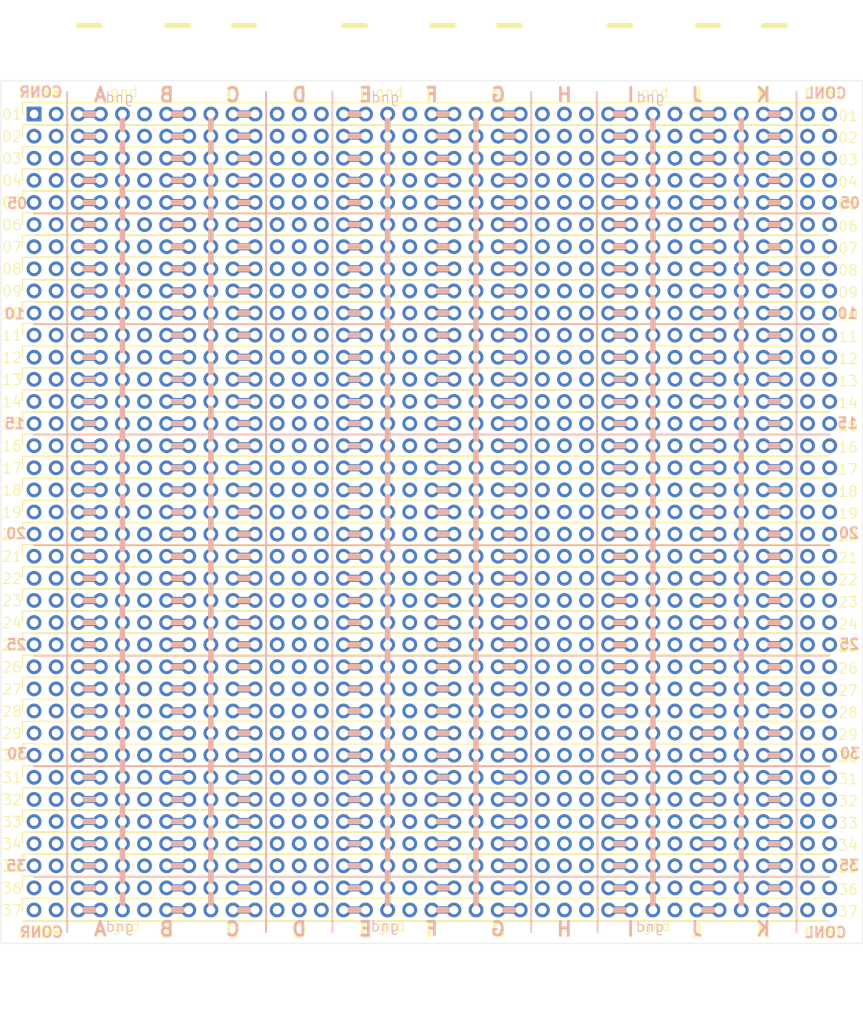
<source format=kicad_pcb>
(kicad_pcb (version 20241229) (generator "pcbnew") (generator_version "9.0")
  (layers (0 "F.Cu" signal) (2 "B.Cu" signal) (13 "F.Paste" user) (15 "B.Paste" user) (5 "F.SilkS" user "F.Silkscreen") (7 "B.SilkS" user "B.Silkscreen") (1 "F.Mask" user) (3 "B.Mask" user) (25 "Edge.Cuts" user))
  (net 0 "")
  (footprint "Connector_PinSocket_2.54mm:PinSocket_1x37_P2.54mm_Vertical" (layer "F.Cu") (at 54.61 67.31 90)
    (property "Reference" "rowFW" (hide yes))
    (property "Value" "PinSocket_1x37_P2.54mm_Vertical")
  )
  (footprint "Connector_PinSocket_2.54mm:PinSocket_1x37_P2.54mm_Vertical" (layer "F.Cu") (at 54.61 82.55 90)
    (property "Reference" "rowFW" (hide yes))
    (property "Value" "PinSocket_1x37_P2.54mm_Vertical")
  )
  (footprint "Connector_PinSocket_2.54mm:PinSocket_1x37_P2.54mm_Vertical" (layer "F.Cu") (at 54.61 54.61 90)
    (property "Reference" "rowFW" (hide yes))
    (property "Value" "PinSocket_1x37_P2.54mm_Vertical")
  )
  (footprint "Connector_PinSocket_2.54mm:PinSocket_1x37_P2.54mm_Vertical" (layer "F.Cu") (at 54.61 69.85 90)
    (property "Reference" "rowFW" (hide yes))
    (property "Value" "PinSocket_1x37_P2.54mm_Vertical")
  )
  (footprint "Connector_PinSocket_2.54mm:PinSocket_1x37_P2.54mm_Vertical" (layer "F.Cu") (at 54.61 123.19 90)
    (property "Reference" "rowFW" (hide yes))
    (property "Value" "PinSocket_1x37_P2.54mm_Vertical")
  )
  (footprint "Connector_PinSocket_2.54mm:PinSocket_1x37_P2.54mm_Vertical" (layer "F.Cu") (at 54.61 133.35 90)
    (property "Reference" "rowFW" (hide yes))
    (property "Value" "PinSocket_1x37_P2.54mm_Vertical")
  )
  (footprint "Connector_PinSocket_2.54mm:PinSocket_1x37_P2.54mm_Vertical" (layer "F.Cu") (at 54.61 97.79 90)
    (property "Reference" "rowFW" (hide yes))
    (property "Value" "PinSocket_1x37_P2.54mm_Vertical")
  )
  (footprint "Connector_PinSocket_2.54mm:PinSocket_1x37_P2.54mm_Vertical" (layer "F.Cu") (at 54.61 100.33 90)
    (property "Reference" "rowFW" (hide yes))
    (property "Value" "PinSocket_1x37_P2.54mm_Vertical")
  )
  (footprint "Connector_PinSocket_2.54mm:PinSocket_1x37_P2.54mm_Vertical" (layer "F.Cu") (at 54.61 113.03 90)
    (property "Reference" "rowFW" (hide yes))
    (property "Value" "PinSocket_1x37_P2.54mm_Vertical")
  )
  (footprint "Connector_PinSocket_2.54mm:PinSocket_1x37_P2.54mm_Vertical" (layer "F.Cu") (at 54.61 115.57 90)
    (property "Reference" "rowFW" (hide yes))
    (property "Value" "PinSocket_1x37_P2.54mm_Vertical")
  )
  (footprint "Connector_PinSocket_2.54mm:PinSocket_1x37_P2.54mm_Vertical" (layer "F.Cu") (at 54.61 110.49 90)
    (property "Reference" "rowFW" (hide yes))
    (property "Value" "PinSocket_1x37_P2.54mm_Vertical")
  )
  (footprint "Connector_PinSocket_2.54mm:PinSocket_1x37_P2.54mm_Vertical" (layer "F.Cu") (at 54.61 128.27 90)
    (property "Reference" "rowFW" (hide yes))
    (property "Value" "PinSocket_1x37_P2.54mm_Vertical")
  )
  (footprint "Connector_PinSocket_2.54mm:PinSocket_1x37_P2.54mm_Vertical" (layer "F.Cu") (at 54.61 95.25 90)
    (property "Reference" "rowFW" (hide yes))
    (property "Value" "PinSocket_1x37_P2.54mm_Vertical")
  )
  (footprint "Connector_PinSocket_2.54mm:PinSocket_1x37_P2.54mm_Vertical" (layer "F.Cu") (at 54.61 62.23 90)
    (property "Reference" "rowFW" (hide yes))
    (property "Value" "PinSocket_1x37_P2.54mm_Vertical")
  )
  (footprint "Connector_PinSocket_2.54mm:PinSocket_1x37_P2.54mm_Vertical" (layer "F.Cu") (at 54.61 77.47 90)
    (property "Reference" "rowFW" (hide yes))
    (property "Value" "PinSocket_1x37_P2.54mm_Vertical")
  )
  (footprint "Connector_PinSocket_2.54mm:PinSocket_1x37_P2.54mm_Vertical" (layer "F.Cu") (at 54.61 130.81 90)
    (property "Reference" "rowFW" (hide yes))
    (property "Value" "PinSocket_1x37_P2.54mm_Vertical")
  )
  (footprint "Connector_PinSocket_2.54mm:PinSocket_1x37_P2.54mm_Vertical" (layer "F.Cu") (at 54.61 146.05 90)
    (property "Reference" "rowFW" (hide yes))
    (property "Value" "PinSocket_1x37_P2.54mm_Vertical")
  )
  (footprint "Connector_PinSocket_2.54mm:PinSocket_1x37_P2.54mm_Vertical" (layer "F.Cu") (at 54.61 72.39 90)
    (property "Reference" "rowFW" (hide yes))
    (property "Value" "PinSocket_1x37_P2.54mm_Vertical")
  )
  (footprint "Connector_PinSocket_2.54mm:PinSocket_1x37_P2.54mm_Vertical" (layer "F.Cu") (at 54.61 143.51 90)
    (property "Reference" "rowFW" (hide yes))
    (property "Value" "PinSocket_1x37_P2.54mm_Vertical")
  )
  (footprint "Connector_PinSocket_2.54mm:PinSocket_1x37_P2.54mm_Vertical" (layer "F.Cu") (at 54.61 120.65 90)
    (property "Reference" "rowFW" (hide yes))
    (property "Value" "PinSocket_1x37_P2.54mm_Vertical")
  )
  (footprint "Connector_PinSocket_2.54mm:PinSocket_1x37_P2.54mm_Vertical" (layer "F.Cu") (at 54.61 85.09 90)
    (property "Reference" "rowFW" (hide yes))
    (property "Value" "PinSocket_1x37_P2.54mm_Vertical")
  )
  (footprint "Connector_PinSocket_2.54mm:PinSocket_1x37_P2.54mm_Vertical" (layer "F.Cu") (at 54.61 57.15 90)
    (property "Reference" "rowFW" (hide yes))
    (property "Value" "PinSocket_1x37_P2.54mm_Vertical")
  )
  (footprint "Connector_PinSocket_2.54mm:PinSocket_1x37_P2.54mm_Vertical" (layer "F.Cu") (at 54.61 102.87 90)
    (property "Reference" "rowFW" (hide yes))
    (property "Value" "PinSocket_1x37_P2.54mm_Vertical")
  )
  (footprint "Connector_PinSocket_2.54mm:PinSocket_1x37_P2.54mm_Vertical" (layer "F.Cu") (at 54.61 125.73 90)
    (property "Reference" "rowFW" (hide yes))
    (property "Value" "PinSocket_1x37_P2.54mm_Vertical")
  )
  (footprint "Connector_PinSocket_2.54mm:PinSocket_1x37_P2.54mm_Vertical" (layer "F.Cu") (at 54.61 92.71 90)
    (property "Reference" "rowFW" (hide yes))
    (property "Value" "PinSocket_1x37_P2.54mm_Vertical")
  )
  (footprint "Connector_PinSocket_2.54mm:PinSocket_1x37_P2.54mm_Vertical" (layer "F.Cu") (at 54.61 74.93 90)
    (property "Reference" "rowFW" (hide yes))
    (property "Value" "PinSocket_1x37_P2.54mm_Vertical")
  )
  (footprint "Connector_PinSocket_2.54mm:PinSocket_1x37_P2.54mm_Vertical" (layer "F.Cu") (at 54.61 107.95 90)
    (property "Reference" "rowFW" (hide yes))
    (property "Value" "PinSocket_1x37_P2.54mm_Vertical")
  )
  (footprint "Connector_PinSocket_2.54mm:PinSocket_1x37_P2.54mm_Vertical" (layer "F.Cu") (at 54.61 90.17 90)
    (property "Reference" "rowFW" (hide yes))
    (property "Value" "PinSocket_1x37_P2.54mm_Vertical")
  )
  (footprint "Connector_PinSocket_2.54mm:PinSocket_1x37_P2.54mm_Vertical" (layer "F.Cu") (at 54.61 138.43 90)
    (property "Reference" "rowFW" (hide yes))
    (property "Value" "PinSocket_1x37_P2.54mm_Vertical")
  )
  (footprint "Connector_PinSocket_2.54mm:PinSocket_1x37_P2.54mm_Vertical" (layer "F.Cu") (at 54.61 59.69 90)
    (property "Reference" "rowFW" (hide yes))
    (property "Value" "PinSocket_1x37_P2.54mm_Vertical")
  )
  (footprint "Connector_PinSocket_2.54mm:PinSocket_1x37_P2.54mm_Vertical" (layer "F.Cu") (at 54.61 105.41 90)
    (property "Reference" "rowFW" (hide yes))
    (property "Value" "PinSocket_1x37_P2.54mm_Vertical")
  )
  (footprint "Connector_PinSocket_2.54mm:PinSocket_1x37_P2.54mm_Vertical" (layer "F.Cu") (at 54.61 140.97 90)
    (property "Reference" "rowFW" (hide yes))
    (property "Value" "PinSocket_1x37_P2.54mm_Vertical")
  )
  (footprint "Connector_PinSocket_2.54mm:PinSocket_1x37_P2.54mm_Vertical" (layer "F.Cu") (at 54.61 64.77 90)
    (property "Reference" "rowFW" (hide yes))
    (property "Value" "PinSocket_1x37_P2.54mm_Vertical")
  )
  (footprint "Connector_PinSocket_2.54mm:PinSocket_1x37_P2.54mm_Vertical" (layer "F.Cu") (at 54.61 118.11 90)
    (property "Reference" "rowFW" (hide yes))
    (property "Value" "PinSocket_1x37_P2.54mm_Vertical")
  )
  (footprint "Connector_PinSocket_2.54mm:PinSocket_1x37_P2.54mm_Vertical" (layer "F.Cu") (at 54.61 87.63 90)
    (property "Reference" "rowFW" (hide yes))
    (property "Value" "PinSocket_1x37_P2.54mm_Vertical")
  )
  (footprint "Connector_PinSocket_2.54mm:PinSocket_1x37_P2.54mm_Vertical" (layer "F.Cu") (at 54.61 135.89 90)
    (property "Reference" "rowFW" (hide yes))
    (property "Value" "PinSocket_1x37_P2.54mm_Vertical")
  )
  (footprint "Connector_PinSocket_2.54mm:PinSocket_1x37_P2.54mm_Vertical" (layer "F.Cu") (at 54.61 80.01 90)
    (property "Reference" "rowFW" (hide yes))
    (property "Value" "PinSocket_1x37_P2.54mm_Vertical")
  )
  (gr_line (start 90.17 100.33) (end 92.71 100.33) (stroke (width 0.6)) (layer "F.SilkS"))
  (gr_line (start 100.33 92.71) (end 102.87 92.71) (stroke (width 0.6)) (layer "F.SilkS"))
  (gr_line (start 58.42 52.07) (end 58.42 148.59) (stroke (width 0.2)) (layer "F.SilkS"))
  (gr_line (start 107.95 69.85) (end 110.49 69.85) (stroke (width 0.6)) (layer "F.SilkS"))
  (gr_line (start 90.17 118.11) (end 92.71 118.11) (stroke (width 0.6)) (layer "F.SilkS"))
  (gr_line (start 69.85 115.57) (end 72.39 115.57) (stroke (width 0.6)) (layer "F.SilkS"))
  (gr_line (start 120.65 85.09) (end 123.19 85.09) (stroke (width 0.6)) (layer "F.SilkS"))
  (gr_line (start 120.65 130.81) (end 123.19 130.81) (stroke (width 0.6)) (layer "F.SilkS"))
  (gr_line (start 120.65 146.05) (end 123.19 146.05) (stroke (width 0.6)) (layer "F.SilkS"))
  (gr_line (start 54.61 55.88) (end 146.05 55.88) (stroke (width 0.2)) (layer "F.SilkS"))
  (gr_line (start 138.43 62.23) (end 140.97 62.23) (stroke (width 0.6)) (layer "F.SilkS"))
  (gr_line (start 54.61 99) (end 146.05 99) (stroke (width 0.2)) (layer "F.SilkS"))
  (gr_line (start 100.33 62.23) (end 102.87 62.23) (stroke (width 0.6)) (layer "F.SilkS"))
  (gr_line (start 77.47 57.15) (end 80.01 57.15) (stroke (width 0.6)) (layer "F.SilkS"))
  (gr_line (start 120.65 102.87) (end 123.19 102.87) (stroke (width 0.6)) (layer "F.SilkS"))
  (gr_line (start 69.85 140.97) (end 72.39 140.97) (stroke (width 0.6)) (layer "F.SilkS"))
  (gr_line (start 107.95 105.41) (end 110.49 105.41) (stroke (width 0.6)) (layer "F.SilkS"))
  (gr_line (start 77.47 90.17) (end 80.01 90.17) (stroke (width 0.6)) (layer "F.SilkS"))
  (gr_line (start 59.69 115.57) (end 62.23 115.57) (stroke (width 0.6)) (layer "F.SilkS"))
  (gr_line (start 90.17 130.81) (end 92.71 130.81) (stroke (width 0.6)) (layer "F.SilkS"))
  (gr_line (start 77.47 118.11) (end 80.01 118.11) (stroke (width 0.6)) (layer "F.SilkS"))
  (gr_line (start 138.43 123.19) (end 140.97 123.19) (stroke (width 0.6)) (layer "F.SilkS"))
  (gr_line (start 54.61 65.98) (end 146.05 65.98) (stroke (width 0.2)) (layer "F.SilkS"))
  (gr_line (start 69.85 113.03) (end 72.39 113.03) (stroke (width 0.6)) (layer "F.SilkS"))
  (gr_line (start 69.85 143.51) (end 72.39 143.51) (stroke (width 0.6)) (layer "F.SilkS"))
  (gr_line (start 54.61 119.32) (end 146.05 119.32) (stroke (width 0.2)) (layer "F.SilkS"))
  (gr_line (start 69.85 120.65) (end 72.39 120.65) (stroke (width 0.6)) (layer "F.SilkS"))
  (gr_line (start 107.95 118.11) (end 110.49 118.11) (stroke (width 0.6)) (layer "F.SilkS"))
  (gr_line (start 69.85 107.95) (end 72.39 107.95) (stroke (width 0.6)) (layer "F.SilkS"))
  (gr_line (start 130.81 113.03) (end 133.35 113.03) (stroke (width 0.6)) (layer "F.SilkS"))
  (gr_line (start 130.81 90.17) (end 133.35 90.17) (stroke (width 0.6)) (layer "F.SilkS"))
  (gr_line (start 100.33 74.93) (end 102.87 74.93) (stroke (width 0.6)) (layer "F.SilkS"))
  (gr_line (start 107.95 115.57) (end 110.49 115.57) (stroke (width 0.6)) (layer "F.SilkS"))
  (gr_line (start 69.85 57.15) (end 72.39 57.15) (stroke (width 0.6)) (layer "F.SilkS"))
  (gr_line (start 69.85 130.81) (end 72.39 130.81) (stroke (width 0.6)) (layer "F.SilkS"))
  (gr_line (start 138.43 146.05) (end 140.97 146.05) (stroke (width 0.6)) (layer "F.SilkS"))
  (gr_line (start 130.81 64.77) (end 133.35 64.77) (stroke (width 0.6)) (layer "F.SilkS"))
  (gr_line (start 107.95 92.71) (end 110.49 92.71) (stroke (width 0.6)) (layer "F.SilkS"))
  (gr_line (start 138.43 82.55) (end 140.97 82.55) (stroke (width 0.6)) (layer "F.SilkS"))
  (gr_line (start 69.85 146.05) (end 72.39 146.05) (stroke (width 0.6)) (layer "F.SilkS"))
  (gr_line (start 77.47 64.77) (end 80.01 64.77) (stroke (width 0.6)) (layer "F.SilkS"))
  (gr_line (start 90.17 57.15) (end 92.71 57.15) (stroke (width 0.6)) (layer "F.SilkS"))
  (gr_line (start 59.69 120.65) (end 62.23 120.65) (stroke (width 0.6)) (layer "F.SilkS"))
  (gr_line (start 130.81 54.61) (end 133.35 54.61) (stroke (width 0.6)) (layer "F.SilkS"))
  (gr_line (start 77.47 115.57) (end 80.01 115.57) (stroke (width 0.6)) (layer "F.SilkS"))
  (gr_line (start 54.61 124.4) (end 146.05 124.4) (stroke (width 0.2)) (layer "F.SilkS"))
  (gr_line (start 54.61 73.66) (end 146.05 73.66) (stroke (width 0.2)) (layer "F.SilkS"))
  (gr_line (start 138.43 95.25) (end 140.97 95.25) (stroke (width 0.6)) (layer "F.SilkS"))
  (gr_line (start 69.85 44.45) (end 72.39 44.45) (stroke (width 0.6)) (layer "F.SilkS"))
  (gr_line (start 107.95 140.97) (end 110.49 140.97) (stroke (width 0.6)) (layer "F.SilkS"))
  (gr_line (start 138.43 105.41) (end 140.97 105.41) (stroke (width 0.6)) (layer "F.SilkS"))
  (gr_line (start 105.41 54.61) (end 105.41 146.05) (stroke (width 0.4)) (layer "F.SilkS"))
  (gr_line (start 77.47 44.45) (end 80.01 44.45) (stroke (width 0.6)) (layer "F.SilkS"))
  (gr_line (start 130.81 87.63) (end 133.35 87.63) (stroke (width 0.6)) (layer "F.SilkS"))
  (gr_line (start 88.9 52.07) (end 88.9 148.59) (stroke (width 0.2)) (layer "F.SilkS"))
  (gr_line (start 59.69 113.03) (end 62.23 113.03) (stroke (width 0.6)) (layer "F.SilkS"))
  (gr_line (start 107.95 54.61) (end 110.49 54.61) (stroke (width 0.6)) (layer "F.SilkS"))
  (gr_line (start 59.69 72.39) (end 62.23 72.39) (stroke (width 0.6)) (layer "F.SilkS"))
  (gr_line (start 130.81 72.39) (end 133.35 72.39) (stroke (width 0.6)) (layer "F.SilkS"))
  (gr_line (start 107.95 130.81) (end 110.49 130.81) (stroke (width 0.6)) (layer "F.SilkS"))
  (gr_line (start 54.61 83.76) (end 146.05 83.76) (stroke (width 0.2)) (layer "F.SilkS"))
  (gr_line (start 100.33 115.57) (end 102.87 115.57) (stroke (width 0.6)) (layer "F.SilkS"))
  (gr_line (start 53.34 147.32) (end 146.05 147.32) (stroke (width 0.2)) (layer "F.SilkS"))
  (gr_line (start 107.95 146.05) (end 110.49 146.05) (stroke (width 0.6)) (layer "F.SilkS"))
  (gr_line (start 69.85 133.35) (end 72.39 133.35) (stroke (width 0.6)) (layer "F.SilkS"))
  (gr_line (start 130.81 140.97) (end 133.35 140.97) (stroke (width 0.6)) (layer "F.SilkS"))
  (gr_line (start 90.17 113.03) (end 92.71 113.03) (stroke (width 0.6)) (layer "F.SilkS"))
  (gr_line (start 69.85 135.89) (end 72.39 135.89) (stroke (width 0.6)) (layer "F.SilkS"))
  (gr_line (start 90.17 87.63) (end 92.71 87.63) (stroke (width 0.6)) (layer "F.SilkS"))
  (gr_line (start 59.69 64.77) (end 62.23 64.77) (stroke (width 0.6)) (layer "F.SilkS"))
  (gr_line (start 100.33 67.31) (end 102.87 67.31) (stroke (width 0.6)) (layer "F.SilkS"))
  (gr_line (start 59.69 135.89) (end 62.23 135.89) (stroke (width 0.6)) (layer "F.SilkS"))
  (gr_line (start 100.33 133.35) (end 102.87 133.35) (stroke (width 0.6)) (layer "F.SilkS"))
  (gr_line (start 59.69 125.73) (end 62.23 125.73) (stroke (width 0.6)) (layer "F.SilkS"))
  (gr_line (start 130.81 59.69) (end 133.35 59.69) (stroke (width 0.6)) (layer "F.SilkS"))
  (gr_line (start 54.61 91.38) (end 146.05 91.38) (stroke (width 0.2)) (layer "F.SilkS"))
  (gr_line (start 100.33 128.27) (end 102.87 128.27) (stroke (width 0.6)) (layer "F.SilkS"))
  (gr_line (start 120.65 133.35) (end 123.19 133.35) (stroke (width 0.6)) (layer "F.SilkS"))
  (gr_line (start 69.85 128.27) (end 72.39 128.27) (stroke (width 0.6)) (layer "F.SilkS"))
  (gr_line (start 107.95 133.35) (end 110.49 133.35) (stroke (width 0.6)) (layer "F.SilkS"))
  (gr_line (start 69.85 82.55) (end 72.39 82.55) (stroke (width 0.6)) (layer "F.SilkS"))
  (gr_line (start 120.65 54.61) (end 123.19 54.61) (stroke (width 0.6)) (layer "F.SilkS"))
  (gr_line (start 100.33 100.33) (end 102.87 100.33) (stroke (width 0.6)) (layer "F.SilkS"))
  (gr_line (start 138.43 87.63) (end 140.97 87.63) (stroke (width 0.6)) (layer "F.SilkS"))
  (gr_line (start 138.43 125.73) (end 140.97 125.73) (stroke (width 0.6)) (layer "F.SilkS"))
  (gr_line (start 59.69 69.85) (end 62.23 69.85) (stroke (width 0.6)) (layer "F.SilkS"))
  (gr_line (start 100.33 146.05) (end 102.87 146.05) (stroke (width 0.6)) (layer "F.SilkS"))
  (gr_line (start 54.61 121.86) (end 146.05 121.86) (stroke (width 0.2)) (layer "F.SilkS"))
  (gr_line (start 90.17 92.71) (end 92.71 92.71) (stroke (width 0.6)) (layer "F.SilkS"))
  (gr_line (start 69.85 59.69) (end 72.39 59.69) (stroke (width 0.6)) (layer "F.SilkS"))
  (gr_line (start 107.95 90.17) (end 110.49 90.17) (stroke (width 0.6)) (layer "F.SilkS"))
  (gr_line (start 130.81 120.65) (end 133.35 120.65) (stroke (width 0.6)) (layer "F.SilkS"))
  (gr_line (start 77.47 105.41) (end 80.01 105.41) (stroke (width 0.6)) (layer "F.SilkS"))
  (gr_line (start 59.69 128.27) (end 62.23 128.27) (stroke (width 0.6)) (layer "F.SilkS"))
  (gr_line (start 138.43 85.09) (end 140.97 85.09) (stroke (width 0.6)) (layer "F.SilkS"))
  (gr_line (start 100.33 57.15) (end 102.87 57.15) (stroke (width 0.6)) (layer "F.SilkS"))
  (gr_line (start 138.43 59.69) (end 140.97 59.69) (stroke (width 0.6)) (layer "F.SilkS"))
  (gr_line (start 120.65 74.93) (end 123.19 74.93) (stroke (width 0.6)) (layer "F.SilkS"))
  (gr_line (start 77.47 113.03) (end 80.01 113.03) (stroke (width 0.6)) (layer "F.SilkS"))
  (gr_line (start 100.33 135.89) (end 102.87 135.89) (stroke (width 0.6)) (layer "F.SilkS"))
  (gr_line (start 138.43 100.33) (end 140.97 100.33) (stroke (width 0.6)) (layer "F.SilkS"))
  (gr_line (start 77.47 62.23) (end 80.01 62.23) (stroke (width 0.6)) (layer "F.SilkS"))
  (gr_line (start 107.95 135.89) (end 110.49 135.89) (stroke (width 0.6)) (layer "F.SilkS"))
  (gr_line (start 138.43 113.03) (end 140.97 113.03) (stroke (width 0.6)) (layer "F.SilkS"))
  (gr_line (start 107.95 80.01) (end 110.49 80.01) (stroke (width 0.6)) (layer "F.SilkS"))
  (gr_line (start 120.65 90.17) (end 123.19 90.17) (stroke (width 0.6)) (layer "F.SilkS"))
  (gr_line (start 90.17 54.61) (end 92.71 54.61) (stroke (width 0.6)) (layer "F.SilkS"))
  (gr_line (start 125.73 54.61) (end 125.73 146.05) (stroke (width 0.4)) (layer "F.SilkS"))
  (gr_line (start 59.69 80.01) (end 62.23 80.01) (stroke (width 0.6)) (layer "F.SilkS"))
  (gr_line (start 69.85 105.41) (end 72.39 105.41) (stroke (width 0.6)) (layer "F.SilkS"))
  (gr_line (start 107.95 74.93) (end 110.49 74.93) (stroke (width 0.6)) (layer "F.SilkS"))
  (gr_line (start 120.65 59.69) (end 123.19 59.69) (stroke (width 0.6)) (layer "F.SilkS"))
  (gr_line (start 54.61 106.62) (end 146.05 106.62) (stroke (width 0.2)) (layer "F.SilkS"))
  (gr_line (start 77.47 85.09) (end 80.01 85.09) (stroke (width 0.6)) (layer "F.SilkS"))
  (gr_line (start 77.47 69.85) (end 80.01 69.85) (stroke (width 0.6)) (layer "F.SilkS"))
  (gr_line (start 138.43 80.01) (end 140.97 80.01) (stroke (width 0.6)) (layer "F.SilkS"))
  (gr_line (start 130.81 115.57) (end 133.35 115.57) (stroke (width 0.6)) (layer "F.SilkS"))
  (gr_line (start 111.76 52.07) (end 111.76 148.59) (stroke (width 0.2)) (layer "F.SilkS"))
  (gr_line (start 107.95 62.23) (end 110.49 62.23) (stroke (width 0.6)) (layer "F.SilkS"))
  (gr_line (start 59.69 95.25) (end 62.23 95.25) (stroke (width 0.6)) (layer "F.SilkS"))
  (gr_line (start 59.69 100.33) (end 62.23 100.33) (stroke (width 0.6)) (layer "F.SilkS"))
  (gr_line (start 59.69 118.11) (end 62.23 118.11) (stroke (width 0.6)) (layer "F.SilkS"))
  (gr_line (start 100.33 143.51) (end 102.87 143.51) (stroke (width 0.6)) (layer "F.SilkS"))
  (gr_line (start 90.17 133.35) (end 92.71 133.35) (stroke (width 0.6)) (layer "F.SilkS"))
  (gr_line (start 77.47 67.31) (end 80.01 67.31) (stroke (width 0.6)) (layer "F.SilkS"))
  (gr_line (start 130.81 85.09) (end 133.35 85.09) (stroke (width 0.6)) (layer "F.SilkS"))
  (gr_line (start 100.33 54.61) (end 102.87 54.61) (stroke (width 0.6)) (layer "F.SilkS"))
  (gr_line (start 120.65 72.39) (end 123.19 72.39) (stroke (width 0.6)) (layer "F.SilkS"))
  (gr_line (start 77.47 110.49) (end 80.01 110.49) (stroke (width 0.6)) (layer "F.SilkS"))
  (gr_line (start 107.95 85.09) (end 110.49 85.09) (stroke (width 0.6)) (layer "F.SilkS"))
  (gr_line (start 130.81 105.41) (end 133.35 105.41) (stroke (width 0.6)) (layer "F.SilkS"))
  (gr_line (start 77.47 107.95) (end 80.01 107.95) (stroke (width 0.6)) (layer "F.SilkS"))
  (gr_line (start 107.95 87.63) (end 110.49 87.63) (stroke (width 0.6)) (layer "F.SilkS"))
  (gr_line (start 90.17 80.01) (end 92.71 80.01) (stroke (width 0.6)) (layer "F.SilkS"))
  (gr_line (start 100.33 118.11) (end 102.87 118.11) (stroke (width 0.6)) (layer "F.SilkS"))
  (gr_line (start 107.95 128.27) (end 110.49 128.27) (stroke (width 0.6)) (layer "F.SilkS"))
  (gr_line (start 107.95 107.95) (end 110.49 107.95) (stroke (width 0.6)) (layer "F.SilkS"))
  (gr_line (start 100.33 123.19) (end 102.87 123.19) (stroke (width 0.6)) (layer "F.SilkS"))
  (gr_line (start 120.65 123.19) (end 123.19 123.19) (stroke (width 0.6)) (layer "F.SilkS"))
  (gr_line (start 90.17 85.09) (end 92.71 85.09) (stroke (width 0.6)) (layer "F.SilkS"))
  (gr_line (start 120.65 82.55) (end 123.19 82.55) (stroke (width 0.6)) (layer "F.SilkS"))
  (gr_line (start 120.65 44.45) (end 123.19 44.45) (stroke (width 0.6)) (layer "F.SilkS"))
  (gr_line (start 59.69 67.31) (end 62.23 67.31) (stroke (width 0.6)) (layer "F.SilkS"))
  (gr_line (start 120.65 110.49) (end 123.19 110.49) (stroke (width 0.6)) (layer "F.SilkS"))
  (gr_line (start 54.61 139.64) (end 146.05 139.64) (stroke (width 0.2)) (layer "F.SilkS"))
  (gr_line (start 138.43 143.51) (end 140.97 143.51) (stroke (width 0.6)) (layer "F.SilkS"))
  (gr_line (start 54.61 129.48) (end 146.05 129.48) (stroke (width 0.2)) (layer "F.SilkS"))
  (gr_line (start 130.81 107.95) (end 133.35 107.95) (stroke (width 0.6)) (layer "F.SilkS"))
  (gr_line (start 100.33 105.41) (end 102.87 105.41) (stroke (width 0.6)) (layer "F.SilkS"))
  (gr_line (start 90.17 135.89) (end 92.71 135.89) (stroke (width 0.6)) (layer "F.SilkS"))
  (gr_line (start 90.17 146.05) (end 92.71 146.05) (stroke (width 0.6)) (layer "F.SilkS"))
  (gr_line (start 77.47 59.69) (end 80.01 59.69) (stroke (width 0.6)) (layer "F.SilkS"))
  (gr_line (start 107.95 67.31) (end 110.49 67.31) (stroke (width 0.6)) (layer "F.SilkS"))
  (gr_line (start 130.81 138.43) (end 133.35 138.43) (stroke (width 0.6)) (layer "F.SilkS"))
  (gr_line (start 77.47 95.25) (end 80.01 95.25) (stroke (width 0.6)) (layer "F.SilkS"))
  (gr_line (start 54.61 137.1) (end 146.05 137.1) (stroke (width 0.2)) (layer "F.SilkS"))
  (gr_line (start 69.85 72.39) (end 72.39 72.39) (stroke (width 0.6)) (layer "F.SilkS"))
  (gr_line (start 77.47 92.71) (end 80.01 92.71) (stroke (width 0.6)) (layer "F.SilkS"))
  (gr_line (start 54.61 63.44) (end 146.05 63.44) (stroke (width 0.2)) (layer "F.SilkS"))
  (gr_line (start 77.47 82.55) (end 80.01 82.55) (stroke (width 0.6)) (layer "F.SilkS"))
  (gr_line (start 130.81 130.81) (end 133.35 130.81) (stroke (width 0.6)) (layer "F.SilkS"))
  (gr_line (start 59.69 92.71) (end 62.23 92.71) (stroke (width 0.6)) (layer "F.SilkS"))
  (gr_line (start 69.85 54.61) (end 72.39 54.61) (stroke (width 0.6)) (layer "F.SilkS"))
  (gr_line (start 90.17 59.69) (end 92.71 59.69) (stroke (width 0.6)) (layer "F.SilkS"))
  (gr_line (start 100.33 87.63) (end 102.87 87.63) (stroke (width 0.6)) (layer "F.SilkS"))
  (gr_line (start 54.61 93.92) (end 146.05 93.92) (stroke (width 0.2)) (layer "F.SilkS"))
  (gr_line (start 77.47 87.63) (end 80.01 87.63) (stroke (width 0.6)) (layer "F.SilkS"))
  (gr_line (start 69.85 87.63) (end 72.39 87.63) (stroke (width 0.6)) (layer "F.SilkS"))
  (gr_line (start 54.61 101.54) (end 146.05 101.54) (stroke (width 0.2)) (layer "F.SilkS"))
  (gr_line (start 100.33 97.79) (end 102.87 97.79) (stroke (width 0.6)) (layer "F.SilkS"))
  (gr_line (start 54.61 86.3) (end 146.05 86.3) (stroke (width 0.2)) (layer "F.SilkS"))
  (gr_line (start 90.17 97.79) (end 92.71 97.79) (stroke (width 0.6)) (layer "F.SilkS"))
  (gr_line (start 59.69 87.63) (end 62.23 87.63) (stroke (width 0.6)) (layer "F.SilkS"))
  (gr_line (start 120.65 120.65) (end 123.19 120.65) (stroke (width 0.6)) (layer "F.SilkS"))
  (gr_line (start 77.47 140.97) (end 80.01 140.97) (stroke (width 0.6)) (layer "F.SilkS"))
  (gr_line (start 69.85 125.73) (end 72.39 125.73) (stroke (width 0.6)) (layer "F.SilkS"))
  (gr_line (start 64.77 54.61) (end 64.77 146.05) (stroke (width 0.4)) (layer "F.SilkS"))
  (gr_line (start 107.95 72.39) (end 110.49 72.39) (stroke (width 0.6)) (layer "F.SilkS"))
  (gr_line (start 54.61 88.84) (end 146.05 88.84) (stroke (width 0.2)) (layer "F.SilkS"))
  (gr_line (start 77.47 135.89) (end 80.01 135.89) (stroke (width 0.6)) (layer "F.SilkS"))
  (gr_line (start 100.33 107.95) (end 102.87 107.95) (stroke (width 0.6)) (layer "F.SilkS"))
  (gr_line (start 107.95 120.65) (end 110.49 120.65) (stroke (width 0.6)) (layer "F.SilkS"))
  (gr_line (start 107.95 110.49) (end 110.49 110.49) (stroke (width 0.6)) (layer "F.SilkS"))
  (gr_line (start 130.81 80.01) (end 133.35 80.01) (stroke (width 0.6)) (layer "F.SilkS"))
  (gr_line (start 107.95 113.03) (end 110.49 113.03) (stroke (width 0.6)) (layer "F.SilkS"))
  (gr_line (start 100.33 110.49) (end 102.87 110.49) (stroke (width 0.6)) (layer "F.SilkS"))
  (gr_line (start 120.65 107.95) (end 123.19 107.95) (stroke (width 0.6)) (layer "F.SilkS"))
  (gr_line (start 135.89 54.61) (end 135.89 146.05) (stroke (width 0.4)) (layer "F.SilkS"))
  (gr_line (start 100.33 102.87) (end 102.87 102.87) (stroke (width 0.6)) (layer "F.SilkS"))
  (gr_line (start 59.69 85.09) (end 62.23 85.09) (stroke (width 0.6)) (layer "F.SilkS"))
  (gr_line (start 120.65 105.41) (end 123.19 105.41) (stroke (width 0.6)) (layer "F.SilkS"))
  (gr_line (start 138.43 110.49) (end 140.97 110.49) (stroke (width 0.6)) (layer "F.SilkS"))
  (gr_line (start 90.17 95.25) (end 92.71 95.25) (stroke (width 0.6)) (layer "F.SilkS"))
  (gr_line (start 90.17 143.51) (end 92.71 143.51) (stroke (width 0.6)) (layer "F.SilkS"))
  (gr_line (start 107.95 59.69) (end 110.49 59.69) (stroke (width 0.6)) (layer "F.SilkS"))
  (gr_line (start 59.69 74.93) (end 62.23 74.93) (stroke (width 0.6)) (layer "F.SilkS"))
  (gr_line (start 77.47 146.05) (end 80.01 146.05) (stroke (width 0.6)) (layer "F.SilkS"))
  (gr_line (start 130.81 67.31) (end 133.35 67.31) (stroke (width 0.6)) (layer "F.SilkS"))
  (gr_line (start 90.17 123.19) (end 92.71 123.19) (stroke (width 0.6)) (layer "F.SilkS"))
  (gr_line (start 100.33 95.25) (end 102.87 95.25) (stroke (width 0.6)) (layer "F.SilkS"))
  (gr_line (start 77.47 97.79) (end 80.01 97.79) (stroke (width 0.6)) (layer "F.SilkS"))
  (gr_line (start 54.61 58.36) (end 146.05 58.36) (stroke (width 0.2)) (layer "F.SilkS"))
  (gr_line (start 77.47 125.73) (end 80.01 125.73) (stroke (width 0.6)) (layer "F.SilkS"))
  (gr_line (start 130.81 62.23) (end 133.35 62.23) (stroke (width 0.6)) (layer "F.SilkS"))
  (gr_line (start 100.33 77.47) (end 102.87 77.47) (stroke (width 0.6)) (layer "F.SilkS"))
  (gr_line (start 59.69 146.05) (end 62.23 146.05) (stroke (width 0.6)) (layer "F.SilkS"))
  (gr_line (start 77.47 120.65) (end 80.01 120.65) (stroke (width 0.6)) (layer "F.SilkS"))
  (gr_line (start 59.69 143.51) (end 62.23 143.51) (stroke (width 0.6)) (layer "F.SilkS"))
  (gr_line (start 120.65 62.23) (end 123.19 62.23) (stroke (width 0.6)) (layer "F.SilkS"))
  (gr_line (start 120.65 95.25) (end 123.19 95.25) (stroke (width 0.6)) (layer "F.SilkS"))
  (gr_line (start 130.81 77.47) (end 133.35 77.47) (stroke (width 0.6)) (layer "F.SilkS"))
  (gr_line (start 69.85 97.79) (end 72.39 97.79) (stroke (width 0.6)) (layer "F.SilkS"))
  (gr_line (start 138.43 72.39) (end 140.97 72.39) (stroke (width 0.6)) (layer "F.SilkS"))
  (gr_line (start 120.65 143.51) (end 123.19 143.51) (stroke (width 0.6)) (layer "F.SilkS"))
  (gr_line (start 138.43 107.95) (end 140.97 107.95) (stroke (width 0.6)) (layer "F.SilkS"))
  (gr_line (start 69.85 95.25) (end 72.39 95.25) (stroke (width 0.6)) (layer "F.SilkS"))
  (gr_line (start 130.81 69.85) (end 133.35 69.85) (stroke (width 0.6)) (layer "F.SilkS"))
  (gr_line (start 95.25 54.61) (end 95.25 146.05) (stroke (width 0.4)) (layer "F.SilkS"))
  (gr_line (start 130.81 74.93) (end 133.35 74.93) (stroke (width 0.6)) (layer "F.SilkS"))
  (gr_line (start 120.65 80.01) (end 123.19 80.01) (stroke (width 0.6)) (layer "F.SilkS"))
  (gr_line (start 90.17 140.97) (end 92.71 140.97) (stroke (width 0.6)) (layer "F.SilkS"))
  (gr_line (start 54.61 71.06) (end 146.05 71.06) (stroke (width 0.2)) (layer "F.SilkS"))
  (gr_line (start 120.65 135.89) (end 123.19 135.89) (stroke (width 0.6)) (layer "F.SilkS"))
  (gr_line (start 120.65 67.31) (end 123.19 67.31) (stroke (width 0.6)) (layer "F.SilkS"))
  (gr_line (start 138.43 54.61) (end 140.97 54.61) (stroke (width 0.6)) (layer "F.SilkS"))
  (gr_line (start 90.17 62.23) (end 92.71 62.23) (stroke (width 0.6)) (layer "F.SilkS"))
  (gr_line (start 138.43 97.79) (end 140.97 97.79) (stroke (width 0.6)) (layer "F.SilkS"))
  (gr_line (start 90.17 120.65) (end 92.71 120.65) (stroke (width 0.6)) (layer "F.SilkS"))
  (gr_line (start 90.17 77.47) (end 92.71 77.47) (stroke (width 0.6)) (layer "F.SilkS"))
  (gr_line (start 77.47 130.81) (end 80.01 130.81) (stroke (width 0.6)) (layer "F.SilkS"))
  (gr_line (start 138.43 128.27) (end 140.97 128.27) (stroke (width 0.6)) (layer "F.SilkS"))
  (gr_line (start 138.43 140.97) (end 140.97 140.97) (stroke (width 0.6)) (layer "F.SilkS"))
  (gr_line (start 77.47 72.39) (end 80.01 72.39) (stroke (width 0.6)) (layer "F.SilkS"))
  (gr_line (start 130.81 133.35) (end 133.35 133.35) (stroke (width 0.6)) (layer "F.SilkS"))
  (gr_line (start 120.65 77.47) (end 123.19 77.47) (stroke (width 0.6)) (layer "F.SilkS"))
  (gr_line (start 59.69 97.79) (end 62.23 97.79) (stroke (width 0.6)) (layer "F.SilkS"))
  (gr_line (start 77.47 128.27) (end 80.01 128.27) (stroke (width 0.6)) (layer "F.SilkS"))
  (gr_line (start 100.33 59.69) (end 102.87 59.69) (stroke (width 0.6)) (layer "F.SilkS"))
  (gr_line (start 107.95 82.55) (end 110.49 82.55) (stroke (width 0.6)) (layer "F.SilkS"))
  (gr_line (start 100.33 120.65) (end 102.87 120.65) (stroke (width 0.6)) (layer "F.SilkS"))
  (gr_line (start 54.61 111.7) (end 146.05 111.7) (stroke (width 0.2)) (layer "F.SilkS"))
  (gr_line (start 69.85 92.71) (end 72.39 92.71) (stroke (width 0.6)) (layer "F.SilkS"))
  (gr_line (start 69.85 118.11) (end 72.39 118.11) (stroke (width 0.6)) (layer "F.SilkS"))
  (gr_line (start 130.81 110.49) (end 133.35 110.49) (stroke (width 0.6)) (layer "F.SilkS"))
  (gr_line (start 138.43 77.47) (end 140.97 77.47) (stroke (width 0.6)) (layer "F.SilkS"))
  (gr_line (start 90.17 44.45) (end 92.71 44.45) (stroke (width 0.6)) (layer "F.SilkS"))
  (gr_line (start 69.85 80.01) (end 72.39 80.01) (stroke (width 0.6)) (layer "F.SilkS"))
  (gr_line (start 90.17 110.49) (end 92.71 110.49) (stroke (width 0.6)) (layer "F.SilkS"))
  (gr_line (start 77.47 138.43) (end 80.01 138.43) (stroke (width 0.6)) (layer "F.SilkS"))
  (gr_line (start 100.33 113.03) (end 102.87 113.03) (stroke (width 0.6)) (layer "F.SilkS"))
  (gr_line (start 54.61 60.9) (end 146.05 60.9) (stroke (width 0.2)) (layer "F.SilkS"))
  (gr_line (start 120.65 125.73) (end 123.19 125.73) (stroke (width 0.6)) (layer "F.SilkS"))
  (gr_line (start 100.33 90.17) (end 102.87 90.17) (stroke (width 0.6)) (layer "F.SilkS"))
  (gr_line (start 54.61 132.02) (end 146.05 132.02) (stroke (width 0.2)) (layer "F.SilkS"))
  (gr_line (start 59.69 59.69) (end 62.23 59.69) (stroke (width 0.6)) (layer "F.SilkS"))
  (gr_line (start 130.81 118.11) (end 133.35 118.11) (stroke (width 0.6)) (layer "F.SilkS"))
  (gr_line (start 120.65 92.71) (end 123.19 92.71) (stroke (width 0.6)) (layer "F.SilkS"))
  (gr_line (start 120.65 140.97) (end 123.19 140.97) (stroke (width 0.6)) (layer "F.SilkS"))
  (gr_line (start 138.43 64.77) (end 140.97 64.77) (stroke (width 0.6)) (layer "F.SilkS"))
  (gr_line (start 54.61 114.24) (end 146.05 114.24) (stroke (width 0.2)) (layer "F.SilkS"))
  (gr_line (start 59.69 90.17) (end 62.23 90.17) (stroke (width 0.6)) (layer "F.SilkS"))
  (gr_line (start 59.69 130.81) (end 62.23 130.81) (stroke (width 0.6)) (layer "F.SilkS"))
  (gr_line (start 77.47 80.01) (end 80.01 80.01) (stroke (width 0.6)) (layer "F.SilkS"))
  (gr_line (start 100.33 140.97) (end 102.87 140.97) (stroke (width 0.6)) (layer "F.SilkS"))
  (gr_line (start 138.43 102.87) (end 140.97 102.87) (stroke (width 0.6)) (layer "F.SilkS"))
  (gr_line (start 69.85 77.47) (end 72.39 77.47) (stroke (width 0.6)) (layer "F.SilkS"))
  (gr_line (start 130.81 135.89) (end 133.35 135.89) (stroke (width 0.6)) (layer "F.SilkS"))
  (gr_line (start 138.43 135.89) (end 140.97 135.89) (stroke (width 0.6)) (layer "F.SilkS"))
  (gr_line (start 107.95 125.73) (end 110.49 125.73) (stroke (width 0.6)) (layer "F.SilkS"))
  (gr_line (start 74.93 54.61) (end 74.93 146.05) (stroke (width 0.4)) (layer "F.SilkS"))
  (gr_line (start 59.69 133.35) (end 62.23 133.35) (stroke (width 0.6)) (layer "F.SilkS"))
  (gr_line (start 77.47 100.33) (end 80.01 100.33) (stroke (width 0.6)) (layer "F.SilkS"))
  (gr_line (start 90.17 74.93) (end 92.71 74.93) (stroke (width 0.6)) (layer "F.SilkS"))
  (gr_line (start 130.81 57.15) (end 133.35 57.15) (stroke (width 0.6)) (layer "F.SilkS"))
  (gr_line (start 69.85 123.19) (end 72.39 123.19) (stroke (width 0.6)) (layer "F.SilkS"))
  (gr_line (start 69.85 138.43) (end 72.39 138.43) (stroke (width 0.6)) (layer "F.SilkS"))
  (gr_line (start 107.95 95.25) (end 110.49 95.25) (stroke (width 0.6)) (layer "F.SilkS"))
  (gr_line (start 100.33 138.43) (end 102.87 138.43) (stroke (width 0.6)) (layer "F.SilkS"))
  (gr_line (start 100.33 82.55) (end 102.87 82.55) (stroke (width 0.6)) (layer "F.SilkS"))
  (gr_line (start 59.69 107.95) (end 62.23 107.95) (stroke (width 0.6)) (layer "F.SilkS"))
  (gr_line (start 59.69 82.55) (end 62.23 82.55) (stroke (width 0.6)) (layer "F.SilkS"))
  (gr_line (start 138.43 130.81) (end 140.97 130.81) (stroke (width 0.6)) (layer "F.SilkS"))
  (gr_line (start 138.43 120.65) (end 140.97 120.65) (stroke (width 0.6)) (layer "F.SilkS"))
  (gr_line (start 107.95 138.43) (end 110.49 138.43) (stroke (width 0.6)) (layer "F.SilkS"))
  (gr_line (start 69.85 102.87) (end 72.39 102.87) (stroke (width 0.6)) (layer "F.SilkS"))
  (gr_line (start 138.43 115.57) (end 140.97 115.57) (stroke (width 0.6)) (layer "F.SilkS"))
  (gr_line (start 59.69 102.87) (end 62.23 102.87) (stroke (width 0.6)) (layer "F.SilkS"))
  (gr_line (start 59.69 57.15) (end 62.23 57.15) (stroke (width 0.6)) (layer "F.SilkS"))
  (gr_line (start 120.65 128.27) (end 123.19 128.27) (stroke (width 0.6)) (layer "F.SilkS"))
  (gr_line (start 69.85 100.33) (end 72.39 100.33) (stroke (width 0.6)) (layer "F.SilkS"))
  (gr_line (start 138.43 57.15) (end 140.97 57.15) (stroke (width 0.6)) (layer "F.SilkS"))
  (gr_line (start 138.43 92.71) (end 140.97 92.71) (stroke (width 0.6)) (layer "F.SilkS"))
  (gr_line (start 90.17 90.17) (end 92.71 90.17) (stroke (width 0.6)) (layer "F.SilkS"))
  (gr_line (start 138.43 67.31) (end 140.97 67.31) (stroke (width 0.6)) (layer "F.SilkS"))
  (gr_line (start 130.81 95.25) (end 133.35 95.25) (stroke (width 0.6)) (layer "F.SilkS"))
  (gr_line (start 100.33 80.01) (end 102.87 80.01) (stroke (width 0.6)) (layer "F.SilkS"))
  (gr_line (start 120.65 115.57) (end 123.19 115.57) (stroke (width 0.6)) (layer "F.SilkS"))
  (gr_line (start 59.69 54.61) (end 62.23 54.61) (stroke (width 0.6)) (layer "F.SilkS"))
  (gr_line (start 77.47 102.87) (end 80.01 102.87) (stroke (width 0.6)) (layer "F.SilkS"))
  (gr_line (start 138.43 74.93) (end 140.97 74.93) (stroke (width 0.6)) (layer "F.SilkS"))
  (gr_line (start 77.47 133.35) (end 80.01 133.35) (stroke (width 0.6)) (layer "F.SilkS"))
  (gr_line (start 107.95 97.79) (end 110.49 97.79) (stroke (width 0.6)) (layer "F.SilkS"))
  (gr_line (start 120.65 64.77) (end 123.19 64.77) (stroke (width 0.6)) (layer "F.SilkS"))
  (gr_line (start 107.95 123.19) (end 110.49 123.19) (stroke (width 0.6)) (layer "F.SilkS"))
  (gr_line (start 69.85 69.85) (end 72.39 69.85) (stroke (width 0.6)) (layer "F.SilkS"))
  (gr_line (start 54.61 81.22) (end 146.05 81.22) (stroke (width 0.2)) (layer "F.SilkS"))
  (gr_line (start 138.43 69.85) (end 140.97 69.85) (stroke (width 0.6)) (layer "F.SilkS"))
  (gr_line (start 130.81 146.05) (end 133.35 146.05) (stroke (width 0.6)) (layer "F.SilkS"))
  (gr_line (start 107.95 64.77) (end 110.49 64.77) (stroke (width 0.6)) (layer "F.SilkS"))
  (gr_line (start 77.47 74.93) (end 80.01 74.93) (stroke (width 0.6)) (layer "F.SilkS"))
  (gr_line (start 107.95 57.15) (end 110.49 57.15) (stroke (width 0.6)) (layer "F.SilkS"))
  (gr_line (start 59.69 140.97) (end 62.23 140.97) (stroke (width 0.6)) (layer "F.SilkS"))
  (gr_line (start 130.81 143.51) (end 133.35 143.51) (stroke (width 0.6)) (layer "F.SilkS"))
  (gr_line (start 59.69 77.47) (end 62.23 77.47) (stroke (width 0.6)) (layer "F.SilkS"))
  (gr_line (start 59.69 105.41) (end 62.23 105.41) (stroke (width 0.6)) (layer "F.SilkS"))
  (gr_line (start 90.17 82.55) (end 92.71 82.55) (stroke (width 0.6)) (layer "F.SilkS"))
  (gr_line (start 54.61 78.68) (end 146.05 78.68) (stroke (width 0.2)) (layer "F.SilkS"))
  (gr_line (start 120.65 118.11) (end 123.19 118.11) (stroke (width 0.6)) (layer "F.SilkS"))
  (gr_line (start 54.61 68.52) (end 146.05 68.52) (stroke (width 0.2)) (layer "F.SilkS"))
  (gr_line (start 138.43 44.45) (end 140.97 44.45) (stroke (width 0.6)) (layer "F.SilkS"))
  (gr_line (start 90.17 128.27) (end 92.71 128.27) (stroke (width 0.6)) (layer "F.SilkS"))
  (gr_line (start 59.69 44.45) (end 62.23 44.45) (stroke (width 0.6)) (layer "F.SilkS"))
  (gr_line (start 69.85 62.23) (end 72.39 62.23) (stroke (width 0.6)) (layer "F.SilkS"))
  (gr_line (start 100.33 69.85) (end 102.87 69.85) (stroke (width 0.6)) (layer "F.SilkS"))
  (gr_line (start 138.43 90.17) (end 140.97 90.17) (stroke (width 0.6)) (layer "F.SilkS"))
  (gr_line (start 120.65 138.43) (end 123.19 138.43) (stroke (width 0.6)) (layer "F.SilkS"))
  (gr_line (start 130.81 123.19) (end 133.35 123.19) (stroke (width 0.6)) (layer "F.SilkS"))
  (gr_line (start 69.85 64.77) (end 72.39 64.77) (stroke (width 0.6)) (layer "F.SilkS"))
  (gr_line (start 120.65 97.79) (end 123.19 97.79) (stroke (width 0.6)) (layer "F.SilkS"))
  (gr_line (start 107.95 102.87) (end 110.49 102.87) (stroke (width 0.6)) (layer "F.SilkS"))
  (gr_line (start 54.61 144.72) (end 146.05 144.72) (stroke (width 0.2)) (layer "F.SilkS"))
  (gr_line (start 77.47 77.47) (end 80.01 77.47) (stroke (width 0.6)) (layer "F.SilkS"))
  (gr_line (start 69.85 85.09) (end 72.39 85.09) (stroke (width 0.6)) (layer "F.SilkS"))
  (gr_line (start 107.95 143.51) (end 110.49 143.51) (stroke (width 0.6)) (layer "F.SilkS"))
  (gr_line (start 90.17 72.39) (end 92.71 72.39) (stroke (width 0.6)) (layer "F.SilkS"))
  (gr_line (start 54.61 134.56) (end 146.05 134.56) (stroke (width 0.2)) (layer "F.SilkS"))
  (gr_line (start 77.47 54.61) (end 80.01 54.61) (stroke (width 0.6)) (layer "F.SilkS"))
  (gr_line (start 100.33 85.09) (end 102.87 85.09) (stroke (width 0.6)) (layer "F.SilkS"))
  (gr_line (start 120.65 113.03) (end 123.19 113.03) (stroke (width 0.6)) (layer "F.SilkS"))
  (gr_line (start 130.81 128.27) (end 133.35 128.27) (stroke (width 0.6)) (layer "F.SilkS"))
  (gr_line (start 107.95 44.45) (end 110.49 44.45) (stroke (width 0.6)) (layer "F.SilkS"))
  (gr_line (start 142.24 52.07) (end 142.24 148.59) (stroke (width 0.2)) (layer "F.SilkS"))
  (gr_line (start 130.81 125.73) (end 133.35 125.73) (stroke (width 0.6)) (layer "F.SilkS"))
  (gr_line (start 54.61 96.46) (end 146.05 96.46) (stroke (width 0.2)) (layer "F.SilkS"))
  (gr_line (start 138.43 138.43) (end 140.97 138.43) (stroke (width 0.6)) (layer "F.SilkS"))
  (gr_line (start 100.33 130.81) (end 102.87 130.81) (stroke (width 0.6)) (layer "F.SilkS"))
  (gr_line (start 107.95 100.33) (end 110.49 100.33) (stroke (width 0.6)) (layer "F.SilkS"))
  (gr_line (start 54.61 76.2) (end 146.05 76.2) (stroke (width 0.2)) (layer "F.SilkS"))
  (gr_line (start 59.69 110.49) (end 62.23 110.49) (stroke (width 0.6)) (layer "F.SilkS"))
  (gr_line (start 138.43 133.35) (end 140.97 133.35) (stroke (width 0.6)) (layer "F.SilkS"))
  (gr_line (start 130.81 92.71) (end 133.35 92.71) (stroke (width 0.6)) (layer "F.SilkS"))
  (gr_line (start 90.17 67.31) (end 92.71 67.31) (stroke (width 0.6)) (layer "F.SilkS"))
  (gr_line (start 69.85 90.17) (end 72.39 90.17) (stroke (width 0.6)) (layer "F.SilkS"))
  (gr_line (start 81.28 52.07) (end 81.28 148.59) (stroke (width 0.2)) (layer "F.SilkS"))
  (gr_line (start 119.277864 52.07) (end 119.38 148.59) (stroke (width 0.2)) (layer "F.SilkS"))
  (gr_line (start 90.17 138.43) (end 92.71 138.43) (stroke (width 0.6)) (layer "F.SilkS"))
  (gr_line (start 90.17 125.73) (end 92.71 125.73) (stroke (width 0.6)) (layer "F.SilkS"))
  (gr_line (start 90.17 102.87) (end 92.71 102.87) (stroke (width 0.6)) (layer "F.SilkS"))
  (gr_line (start 130.81 44.45) (end 133.35 44.45) (stroke (width 0.6)) (layer "F.SilkS"))
  (gr_line (start 54.61 104.08) (end 146.05 104.08) (stroke (width 0.2)) (layer "F.SilkS"))
  (gr_line (start 120.65 100.33) (end 123.19 100.33) (stroke (width 0.6)) (layer "F.SilkS"))
  (gr_line (start 54.61 126.94) (end 146.05 126.94) (stroke (width 0.2)) (layer "F.SilkS"))
  (gr_line (start 54.61 142.18) (end 146.05 142.18) (stroke (width 0.2)) (layer "F.SilkS"))
  (gr_line (start 90.17 69.85) (end 92.71 69.85) (stroke (width 0.6)) (layer "F.SilkS"))
  (gr_line (start 59.69 138.43) (end 62.23 138.43) (stroke (width 0.6)) (layer "F.SilkS"))
  (gr_line (start 69.85 74.93) (end 72.39 74.93) (stroke (width 0.6)) (layer "F.SilkS"))
  (gr_line (start 130.81 97.79) (end 133.35 97.79) (stroke (width 0.6)) (layer "F.SilkS"))
  (gr_line (start 120.65 87.63) (end 123.19 87.63) (stroke (width 0.6)) (layer "F.SilkS"))
  (gr_line (start 90.17 115.57) (end 92.71 115.57) (stroke (width 0.6)) (layer "F.SilkS"))
  (gr_line (start 54.61 53.28) (end 146.05 53.28) (stroke (width 0.2)) (layer "F.SilkS"))
  (gr_line (start 69.85 110.49) (end 72.39 110.49) (stroke (width 0.6)) (layer "F.SilkS"))
  (gr_line (start 90.17 107.95) (end 92.71 107.95) (stroke (width 0.6)) (layer "F.SilkS"))
  (gr_line (start 100.33 64.77) (end 102.87 64.77) (stroke (width 0.6)) (layer "F.SilkS"))
  (gr_line (start 130.81 102.87) (end 133.35 102.87) (stroke (width 0.6)) (layer "F.SilkS"))
  (gr_line (start 138.43 118.11) (end 140.97 118.11) (stroke (width 0.6)) (layer "F.SilkS"))
  (gr_line (start 100.33 125.73) (end 102.87 125.73) (stroke (width 0.6)) (layer "F.SilkS"))
  (gr_line (start 100.33 44.45) (end 102.87 44.45) (stroke (width 0.6)) (layer "F.SilkS"))
  (gr_line (start 120.65 57.15) (end 123.19 57.15) (stroke (width 0.6)) (layer "F.SilkS"))
  (gr_line (start 54.61 116.78) (end 146.05 116.78) (stroke (width 0.2)) (layer "F.SilkS"))
  (gr_line (start 59.69 123.19) (end 62.23 123.19) (stroke (width 0.6)) (layer "F.SilkS"))
  (gr_line (start 130.81 100.33) (end 133.35 100.33) (stroke (width 0.6)) (layer "F.SilkS"))
  (gr_line (start 69.85 67.31) (end 72.39 67.31) (stroke (width 0.6)) (layer "F.SilkS"))
  (gr_line (start 54.61 109.16) (end 146.05 109.16) (stroke (width 0.2)) (layer "F.SilkS"))
  (gr_line (start 90.17 105.41) (end 92.71 105.41) (stroke (width 0.6)) (layer "F.SilkS"))
  (gr_line (start 59.69 62.23) (end 62.23 62.23) (stroke (width 0.6)) (layer "F.SilkS"))
  (gr_line (start 107.95 77.47) (end 110.49 77.47) (stroke (width 0.6)) (layer "F.SilkS"))
  (gr_line (start 77.47 123.19) (end 80.01 123.19) (stroke (width 0.6)) (layer "F.SilkS"))
  (gr_line (start 77.47 143.51) (end 80.01 143.51) (stroke (width 0.6)) (layer "F.SilkS"))
  (gr_line (start 120.65 69.85) (end 123.19 69.85) (stroke (width 0.6)) (layer "F.SilkS"))
  (gr_line (start 130.81 82.55) (end 133.35 82.55) (stroke (width 0.6)) (layer "F.SilkS"))
  (gr_line (start 90.17 64.77) (end 92.71 64.77) (stroke (width 0.6)) (layer "F.SilkS"))
  (gr_line (start 100.33 72.39) (end 102.87 72.39) (stroke (width 0.6)) (layer "F.SilkS"))
  (gr_line (start 59.69 77.47) (end 62.23 77.47) (stroke (width 0.6)) (layer "B.SilkS"))
  (gr_line (start 90.17 107.95) (end 92.71 107.95) (stroke (width 0.6)) (layer "B.SilkS"))
  (gr_line (start 64.77 54.61) (end 64.77 146.05) (stroke (width 0.6)) (layer "B.SilkS"))
  (gr_line (start 90.17 74.93) (end 92.71 74.93) (stroke (width 0.6)) (layer "B.SilkS"))
  (gr_line (start 130.81 85.09) (end 133.35 85.09) (stroke (width 0.6)) (layer "B.SilkS"))
  (gr_line (start 77.47 105.41) (end 80.01 105.41) (stroke (width 0.6)) (layer "B.SilkS"))
  (gr_line (start 120.65 67.31) (end 123.19 67.31) (stroke (width 0.6)) (layer "B.SilkS"))
  (gr_line (start 81.28 52.07) (end 81.28 148.59) (stroke (width 0.2)) (layer "B.SilkS"))
  (gr_line (start 107.95 135.89) (end 110.49 135.89) (stroke (width 0.6)) (layer "B.SilkS"))
  (gr_line (start 90.17 140.97) (end 92.71 140.97) (stroke (width 0.6)) (layer "B.SilkS"))
  (gr_line (start 107.95 102.87) (end 110.49 102.87) (stroke (width 0.6)) (layer "B.SilkS"))
  (gr_line (start 120.65 102.87) (end 123.19 102.87) (stroke (width 0.6)) (layer "B.SilkS"))
  (gr_line (start 100.33 57.15) (end 102.87 57.15) (stroke (width 0.6)) (layer "B.SilkS"))
  (gr_line (start 138.43 59.69) (end 140.97 59.69) (stroke (width 0.6)) (layer "B.SilkS"))
  (gr_line (start 95.25 54.61) (end 95.25 146.05) (stroke (width 0.6)) (layer "B.SilkS"))
  (gr_line (start 138.43 133.35) (end 140.97 133.35) (stroke (width 0.6)) (layer "B.SilkS"))
  (gr_line (start 59.69 105.41) (end 62.23 105.41) (stroke (width 0.6)) (layer "B.SilkS"))
  (gr_line (start 120.65 74.93) (end 123.19 74.93) (stroke (width 0.6)) (layer "B.SilkS"))
  (gr_line (start 59.69 146.05) (end 62.23 146.05) (stroke (width 0.6)) (layer "B.SilkS"))
  (gr_line (start 59.69 67.31) (end 62.23 67.31) (stroke (width 0.6)) (layer "B.SilkS"))
  (gr_line (start 59.69 95.25) (end 62.23 95.25) (stroke (width 0.6)) (layer "B.SilkS"))
  (gr_line (start 77.47 133.35) (end 80.01 133.35) (stroke (width 0.6)) (layer "B.SilkS"))
  (gr_line (start 90.17 64.77) (end 92.71 64.77) (stroke (width 0.6)) (layer "B.SilkS"))
  (gr_line (start 130.81 123.19) (end 133.35 123.19) (stroke (width 0.6)) (layer "B.SilkS"))
  (gr_line (start 107.95 90.17) (end 110.49 90.17) (stroke (width 0.6)) (layer "B.SilkS"))
  (gr_line (start 69.85 85.09) (end 72.39 85.09) (stroke (width 0.6)) (layer "B.SilkS"))
  (gr_line (start 138.43 143.51) (end 140.97 143.51) (stroke (width 0.6)) (layer "B.SilkS"))
  (gr_line (start 90.17 110.49) (end 92.71 110.49) (stroke (width 0.6)) (layer "B.SilkS"))
  (gr_line (start 59.69 107.95) (end 62.23 107.95) (stroke (width 0.6)) (layer "B.SilkS"))
  (gr_line (start 77.47 95.25) (end 80.01 95.25) (stroke (width 0.6)) (layer "B.SilkS"))
  (gr_line (start 130.81 95.25) (end 133.35 95.25) (stroke (width 0.6)) (layer "B.SilkS"))
  (gr_line (start 77.47 125.73) (end 80.01 125.73) (stroke (width 0.6)) (layer "B.SilkS"))
  (gr_line (start 77.47 146.05) (end 80.01 146.05) (stroke (width 0.6)) (layer "B.SilkS"))
  (gr_line (start 138.43 92.71) (end 140.97 92.71) (stroke (width 0.6)) (layer "B.SilkS"))
  (gr_line (start 77.47 123.19) (end 80.01 123.19) (stroke (width 0.6)) (layer "B.SilkS"))
  (gr_line (start 130.81 125.73) (end 133.35 125.73) (stroke (width 0.6)) (layer "B.SilkS"))
  (gr_line (start 138.43 107.95) (end 140.97 107.95) (stroke (width 0.6)) (layer "B.SilkS"))
  (gr_line (start 120.65 115.57) (end 123.19 115.57) (stroke (width 0.6)) (layer "B.SilkS"))
  (gr_line (start 69.85 54.61) (end 72.39 54.61) (stroke (width 0.6)) (layer "B.SilkS"))
  (gr_line (start 120.65 123.19) (end 123.19 123.19) (stroke (width 0.6)) (layer "B.SilkS"))
  (gr_line (start 69.85 59.69) (end 72.39 59.69) (stroke (width 0.6)) (layer "B.SilkS"))
  (gr_line (start 59.69 118.11) (end 62.23 118.11) (stroke (width 0.6)) (layer "B.SilkS"))
  (gr_line (start 120.65 113.03) (end 123.19 113.03) (stroke (width 0.6)) (layer "B.SilkS"))
  (gr_line (start 138.43 54.61) (end 140.97 54.61) (stroke (width 0.6)) (layer "B.SilkS"))
  (gr_line (start 138.43 130.81) (end 140.97 130.81) (stroke (width 0.6)) (layer "B.SilkS"))
  (gr_line (start 100.33 146.05) (end 102.87 146.05) (stroke (width 0.6)) (layer "B.SilkS"))
  (gr_line (start 77.47 100.33) (end 80.01 100.33) (stroke (width 0.6)) (layer "B.SilkS"))
  (gr_line (start 90.17 143.51) (end 92.71 143.51) (stroke (width 0.6)) (layer "B.SilkS"))
  (gr_line (start 100.33 64.77) (end 102.87 64.77) (stroke (width 0.6)) (layer "B.SilkS"))
  (gr_line (start 69.85 146.05) (end 72.39 146.05) (stroke (width 0.6)) (layer "B.SilkS"))
  (gr_line (start 77.47 85.09) (end 80.01 85.09) (stroke (width 0.6)) (layer "B.SilkS"))
  (gr_line (start 69.85 80.01) (end 72.39 80.01) (stroke (width 0.6)) (layer "B.SilkS"))
  (gr_line (start 107.95 64.77) (end 110.49 64.77) (stroke (width 0.6)) (layer "B.SilkS"))
  (gr_line (start 59.69 57.15) (end 62.23 57.15) (stroke (width 0.6)) (layer "B.SilkS"))
  (gr_line (start 138.43 128.27) (end 140.97 128.27) (stroke (width 0.6)) (layer "B.SilkS"))
  (gr_line (start 107.95 125.73) (end 110.49 125.73) (stroke (width 0.6)) (layer "B.SilkS"))
  (gr_line (start 107.95 92.71) (end 110.49 92.71) (stroke (width 0.6)) (layer "B.SilkS"))
  (gr_line (start 107.95 113.03) (end 110.49 113.03) (stroke (width 0.6)) (layer "B.SilkS"))
  (gr_line (start 100.33 143.51) (end 102.87 143.51) (stroke (width 0.6)) (layer "B.SilkS"))
  (gr_line (start 69.85 100.33) (end 72.39 100.33) (stroke (width 0.6)) (layer "B.SilkS"))
  (gr_line (start 77.331524 62.22865) (end 79.871524 62.22865) (stroke (width 0.6)) (layer "B.SilkS"))
  (gr_line (start 100.33 87.63) (end 102.87 87.63) (stroke (width 0.6)) (layer "B.SilkS"))
  (gr_line (start 130.81 133.35) (end 133.35 133.35) (stroke (width 0.6)) (layer "B.SilkS"))
  (gr_line (start 138.43 74.93) (end 140.97 74.93) (stroke (width 0.6)) (layer "B.SilkS"))
  (gr_line (start 69.85 102.87) (end 72.39 102.87) (stroke (width 0.6)) (layer "B.SilkS"))
  (gr_line (start 69.85 140.97) (end 72.39 140.97) (stroke (width 0.6)) (layer "B.SilkS"))
  (gr_line (start 107.95 118.11) (end 110.49 118.11) (stroke (width 0.6)) (layer "B.SilkS"))
  (gr_line (start 59.69 143.51) (end 62.23 143.51) (stroke (width 0.6)) (layer "B.SilkS"))
  (gr_line (start 120.592925 69.798999) (end 123.132925 69.798999) (stroke (width 0.6)) (layer "B.SilkS"))
  (gr_line (start 138.43 87.63) (end 140.97 87.63) (stroke (width 0.6)) (layer "B.SilkS"))
  (gr_line (start 90.17 102.87) (end 92.71 102.87) (stroke (width 0.6)) (layer "B.SilkS"))
  (gr_line (start 142.24 52.07) (end 142.24 148.59) (stroke (width 0.2)) (layer "B.SilkS"))
  (gr_line (start 59.69 92.71) (end 62.23 92.71) (stroke (width 0.6)) (layer "B.SilkS"))
  (gr_line (start 138.43 123.19) (end 140.97 123.19) (stroke (width 0.6)) (layer "B.SilkS"))
  (gr_line (start 69.85 95.25) (end 72.39 95.25) (stroke (width 0.6)) (layer "B.SilkS"))
  (gr_line (start 90.17 100.33) (end 92.71 100.33) (stroke (width 0.6)) (layer "B.SilkS"))
  (gr_line (start 105.41 54.61) (end 105.41 146.05) (stroke (width 0.6)) (layer "B.SilkS"))
  (gr_line (start 90.17 92.71) (end 92.71 92.71) (stroke (width 0.6)) (layer "B.SilkS"))
  (gr_line (start 130.81 118.11) (end 133.35 118.11) (stroke (width 0.6)) (layer "B.SilkS"))
  (gr_line (start 77.47 143.51) (end 80.01 143.51) (stroke (width 0.6)) (layer "B.SilkS"))
  (gr_line (start 107.811524 62.22865) (end 110.351524 62.22865) (stroke (width 0.6)) (layer "B.SilkS"))
  (gr_line (start 130.81 77.47) (end 133.35 77.47) (stroke (width 0.6)) (layer "B.SilkS"))
  (gr_line (start 77.47 140.97) (end 80.01 140.97) (stroke (width 0.6)) (layer "B.SilkS"))
  (gr_line (start 77.47 102.87) (end 80.01 102.87) (stroke (width 0.6)) (layer "B.SilkS"))
  (gr_line (start 120.65 133.35) (end 123.19 133.35) (stroke (width 0.6)) (layer "B.SilkS"))
  (gr_line (start 130.81 110.49) (end 133.35 110.49) (stroke (width 0.6)) (layer "B.SilkS"))
  (gr_line (start 146.05 142.24) (end 54.61 142.24) (stroke (width 0.2)) (layer "B.SilkS"))
  (gr_line (start 90.17 128.27) (end 92.71 128.27) (stroke (width 0.6)) (layer "B.SilkS"))
  (gr_line (start 90.17 90.17) (end 92.71 90.17) (stroke (width 0.6)) (layer "B.SilkS"))
  (gr_line (start 130.81 54.61) (end 133.35 54.61) (stroke (width 0.6)) (layer "B.SilkS"))
  (gr_line (start 130.81 57.15) (end 133.35 57.15) (stroke (width 0.6)) (layer "B.SilkS"))
  (gr_line (start 146.05 104.14) (end 54.61 104.14) (stroke (width 0.2)) (layer "B.SilkS"))
  (gr_line (start 59.69 74.93) (end 62.23 74.93) (stroke (width 0.6)) (layer "B.SilkS"))
  (gr_line (start 77.47 59.69) (end 80.01 59.69) (stroke (width 0.6)) (layer "B.SilkS"))
  (gr_line (start 130.81 120.65) (end 133.35 120.65) (stroke (width 0.6)) (layer "B.SilkS"))
  (gr_line (start 90.17 95.25) (end 92.71 95.25) (stroke (width 0.6)) (layer "B.SilkS"))
  (gr_line (start 130.81 115.57) (end 133.35 115.57) (stroke (width 0.6)) (layer "B.SilkS"))
  (gr_line (start 138.43 80.01) (end 140.97 80.01) (stroke (width 0.6)) (layer "B.SilkS"))
  (gr_line (start 120.65 97.79) (end 123.19 97.79) (stroke (width 0.6)) (layer "B.SilkS"))
  (gr_line (start 130.81 105.41) (end 133.35 105.41) (stroke (width 0.6)) (layer "B.SilkS"))
  (gr_line (start 130.81 130.81) (end 133.35 130.81) (stroke (width 0.6)) (layer "B.SilkS"))
  (gr_line (start 100.33 59.69) (end 102.87 59.69) (stroke (width 0.6)) (layer "B.SilkS"))
  (gr_line (start 130.81 107.95) (end 133.35 107.95) (stroke (width 0.6)) (layer "B.SilkS"))
  (gr_line (start 100.33 82.55) (end 102.87 82.55) (stroke (width 0.6)) (layer "B.SilkS"))
  (gr_line (start 107.95 146.05) (end 110.49 146.05) (stroke (width 0.6)) (layer "B.SilkS"))
  (gr_line (start 130.81 146.05) (end 133.35 146.05) (stroke (width 0.6)) (layer "B.SilkS"))
  (gr_line (start 77.47 67.31) (end 80.01 67.31) (stroke (width 0.6)) (layer "B.SilkS"))
  (gr_line (start 90.17 57.15) (end 92.71 57.15) (stroke (width 0.6)) (layer "B.SilkS"))
  (gr_line (start 77.47 77.47) (end 80.01 77.47) (stroke (width 0.6)) (layer "B.SilkS"))
  (gr_line (start 100.191524 62.22865) (end 102.731524 62.22865) (stroke (width 0.6)) (layer "B.SilkS"))
  (gr_line (start 69.85 92.71) (end 72.39 92.71) (stroke (width 0.6)) (layer "B.SilkS"))
  (gr_line (start 77.47 90.17) (end 80.01 90.17) (stroke (width 0.6)) (layer "B.SilkS"))
  (gr_line (start 69.85 107.95) (end 72.39 107.95) (stroke (width 0.6)) (layer "B.SilkS"))
  (gr_line (start 107.95 107.95) (end 110.49 107.95) (stroke (width 0.6)) (layer "B.SilkS"))
  (gr_line (start 119.288703 52.07) (end 119.38 148.59) (stroke (width 0.2)) (layer "B.SilkS"))
  (gr_line (start 69.711524 62.22865) (end 72.251524 62.22865) (stroke (width 0.6)) (layer "B.SilkS"))
  (gr_line (start 100.33 102.87) (end 102.87 102.87) (stroke (width 0.6)) (layer "B.SilkS"))
  (gr_line (start 69.85 67.31) (end 72.39 67.31) (stroke (width 0.6)) (layer "B.SilkS"))
  (gr_line (start 100.33 115.57) (end 102.87 115.57) (stroke (width 0.6)) (layer "B.SilkS"))
  (gr_line (start 90.17 59.69) (end 92.71 59.69) (stroke (width 0.6)) (layer "B.SilkS"))
  (gr_line (start 100.33 110.49) (end 102.87 110.49) (stroke (width 0.6)) (layer "B.SilkS"))
  (gr_line (start 90.17 97.79) (end 92.71 97.79) (stroke (width 0.6)) (layer "B.SilkS"))
  (gr_line (start 69.85 123.19) (end 72.39 123.19) (stroke (width 0.6)) (layer "B.SilkS"))
  (gr_line (start 130.81 64.77) (end 133.35 64.77) (stroke (width 0.6)) (layer "B.SilkS"))
  (gr_line (start 100.33 90.17) (end 102.87 90.17) (stroke (width 0.6)) (layer "B.SilkS"))
  (gr_line (start 138.43 146.05) (end 140.97 146.05) (stroke (width 0.6)) (layer "B.SilkS"))
  (gr_line (start 120.65 125.73) (end 123.19 125.73) (stroke (width 0.6)) (layer "B.SilkS"))
  (gr_line (start 120.65 138.43) (end 123.19 138.43) (stroke (width 0.6)) (layer "B.SilkS"))
  (gr_line (start 138.43 125.73) (end 140.97 125.73) (stroke (width 0.6)) (layer "B.SilkS"))
  (gr_line (start 138.43 72.39) (end 140.97 72.39) (stroke (width 0.6)) (layer "B.SilkS"))
  (gr_line (start 100.33 125.73) (end 102.87 125.73) (stroke (width 0.6)) (layer "B.SilkS"))
  (gr_line (start 69.85 115.57) (end 72.39 115.57) (stroke (width 0.6)) (layer "B.SilkS"))
  (gr_line (start 69.85 128.27) (end 72.39 128.27) (stroke (width 0.6)) (layer "B.SilkS"))
  (gr_line (start 130.81 102.87) (end 133.35 102.87) (stroke (width 0.6)) (layer "B.SilkS"))
  (gr_line (start 100.33 113.03) (end 102.87 113.03) (stroke (width 0.6)) (layer "B.SilkS"))
  (gr_line (start 100.33 140.97) (end 102.87 140.97) (stroke (width 0.6)) (layer "B.SilkS"))
  (gr_line (start 107.95 133.35) (end 110.49 133.35) (stroke (width 0.6)) (layer "B.SilkS"))
  (gr_line (start 100.33 72.39) (end 102.87 72.39) (stroke (width 0.6)) (layer "B.SilkS"))
  (gr_line (start 69.792925 69.798999) (end 72.332925 69.798999) (stroke (width 0.6)) (layer "B.SilkS"))
  (gr_line (start 130.81 100.33) (end 133.35 100.33) (stroke (width 0.6)) (layer "B.SilkS"))
  (gr_line (start 59.69 140.97) (end 62.23 140.97) (stroke (width 0.6)) (layer "B.SilkS"))
  (gr_line (start 100.33 92.71) (end 102.87 92.71) (stroke (width 0.6)) (layer "B.SilkS"))
  (gr_line (start 77.47 130.81) (end 80.01 130.81) (stroke (width 0.6)) (layer "B.SilkS"))
  (gr_line (start 100.33 77.47) (end 102.87 77.47) (stroke (width 0.6)) (layer "B.SilkS"))
  (gr_line (start 69.85 120.65) (end 72.39 120.65) (stroke (width 0.6)) (layer "B.SilkS"))
  (gr_line (start 146.05 91.44) (end 54.61 91.44) (stroke (width 0.2)) (layer "B.SilkS"))
  (gr_line (start 77.47 110.49) (end 80.01 110.49) (stroke (width 0.6)) (layer "B.SilkS"))
  (gr_line (start 59.69 80.01) (end 62.23 80.01) (stroke (width 0.6)) (layer "B.SilkS"))
  (gr_line (start 77.47 80.01) (end 80.01 80.01) (stroke (width 0.6)) (layer "B.SilkS"))
  (gr_line (start 69.85 118.11) (end 72.39 118.11) (stroke (width 0.6)) (layer "B.SilkS"))
  (gr_line (start 77.47 135.89) (end 80.01 135.89) (stroke (width 0.6)) (layer "B.SilkS"))
  (gr_line (start 130.81 113.03) (end 133.35 113.03) (stroke (width 0.6)) (layer "B.SilkS"))
  (gr_line (start 90.17 72.39) (end 92.71 72.39) (stroke (width 0.6)) (layer "B.SilkS"))
  (gr_line (start 90.17 77.47) (end 92.71 77.47) (stroke (width 0.6)) (layer "B.SilkS"))
  (gr_line (start 146.05 78.74) (end 54.61 78.74) (stroke (width 0.2)) (layer "B.SilkS"))
  (gr_line (start 107.95 138.43) (end 110.49 138.43) (stroke (width 0.6)) (layer "B.SilkS"))
  (gr_line (start 90.17 135.89) (end 92.71 135.89) (stroke (width 0.6)) (layer "B.SilkS"))
  (gr_line (start 120.65 107.95) (end 123.19 107.95) (stroke (width 0.6)) (layer "B.SilkS"))
  (gr_line (start 107.95 59.69) (end 110.49 59.69) (stroke (width 0.6)) (layer "B.SilkS"))
  (gr_line (start 59.69 59.69) (end 62.23 59.69) (stroke (width 0.6)) (layer "B.SilkS"))
  (gr_line (start 77.47 74.93) (end 80.01 74.93) (stroke (width 0.6)) (layer "B.SilkS"))
  (gr_line (start 130.81 143.51) (end 133.35 143.51) (stroke (width 0.6)) (layer "B.SilkS"))
  (gr_line (start 107.95 120.65) (end 110.49 120.65) (stroke (width 0.6)) (layer "B.SilkS"))
  (gr_line (start 130.81 80.01) (end 133.35 80.01) (stroke (width 0.6)) (layer "B.SilkS"))
  (gr_line (start 59.69 54.61) (end 62.23 54.61) (stroke (width 0.6)) (layer "B.SilkS"))
  (gr_line (start 138.372925 69.798999) (end 140.912925 69.798999) (stroke (width 0.6)) (layer "B.SilkS"))
  (gr_line (start 120.65 85.09) (end 123.19 85.09) (stroke (width 0.6)) (layer "B.SilkS"))
  (gr_line (start 138.43 100.33) (end 140.97 100.33) (stroke (width 0.6)) (layer "B.SilkS"))
  (gr_line (start 90.17 115.57) (end 92.71 115.57) (stroke (width 0.6)) (layer "B.SilkS"))
  (gr_line (start 59.69 110.49) (end 62.23 110.49) (stroke (width 0.6)) (layer "B.SilkS"))
  (gr_line (start 90.17 82.55) (end 92.71 82.55) (stroke (width 0.6)) (layer "B.SilkS"))
  (gr_line (start 69.85 90.17) (end 72.39 90.17) (stroke (width 0.6)) (layer "B.SilkS"))
  (gr_line (start 100.33 80.01) (end 102.87 80.01) (stroke (width 0.6)) (layer "B.SilkS"))
  (gr_line (start 135.89 54.61) (end 135.89 146.05) (stroke (width 0.6)) (layer "B.SilkS"))
  (gr_line (start 120.65 130.81) (end 123.19 130.81) (stroke (width 0.6)) (layer "B.SilkS"))
  (gr_line (start 77.47 118.11) (end 80.01 118.11) (stroke (width 0.6)) (layer "B.SilkS"))
  (gr_line (start 138.291524 62.22865) (end 140.831524 62.22865) (stroke (width 0.6)) (layer "B.SilkS"))
  (gr_line (start 107.95 82.55) (end 110.49 82.55) (stroke (width 0.6)) (layer "B.SilkS"))
  (gr_line (start 138.43 64.77) (end 140.97 64.77) (stroke (width 0.6)) (layer "B.SilkS"))
  (gr_line (start 59.551524 62.22865) (end 62.091524 62.22865) (stroke (width 0.6)) (layer "B.SilkS"))
  (gr_line (start 130.81 74.93) (end 133.35 74.93) (stroke (width 0.6)) (layer "B.SilkS"))
  (gr_line (start 120.511524 62.22865) (end 123.051524 62.22865) (stroke (width 0.6)) (layer "B.SilkS"))
  (gr_line (start 77.47 128.27) (end 80.01 128.27) (stroke (width 0.6)) (layer "B.SilkS"))
  (gr_line (start 120.65 100.33) (end 123.19 100.33) (stroke (width 0.6)) (layer "B.SilkS"))
  (gr_line (start 59.69 97.79) (end 62.23 97.79) (stroke (width 0.6)) (layer "B.SilkS"))
  (gr_line (start 100.33 123.19) (end 102.87 123.19) (stroke (width 0.6)) (layer "B.SilkS"))
  (gr_line (start 90.17 130.81) (end 92.71 130.81) (stroke (width 0.6)) (layer "B.SilkS"))
  (gr_line (start 59.69 130.81) (end 62.23 130.81) (stroke (width 0.6)) (layer "B.SilkS"))
  (gr_line (start 120.65 59.69) (end 123.19 59.69) (stroke (width 0.6)) (layer "B.SilkS"))
  (gr_line (start 59.69 100.33) (end 62.23 100.33) (stroke (width 0.6)) (layer "B.SilkS"))
  (gr_line (start 120.65 143.51) (end 123.19 143.51) (stroke (width 0.6)) (layer "B.SilkS"))
  (gr_line (start 146.05 116.84) (end 54.61 116.84) (stroke (width 0.2)) (layer "B.SilkS"))
  (gr_line (start 77.47 97.79) (end 80.01 97.79) (stroke (width 0.6)) (layer "B.SilkS"))
  (gr_line (start 107.95 74.93) (end 110.49 74.93) (stroke (width 0.6)) (layer "B.SilkS"))
  (gr_line (start 138.43 57.15) (end 140.97 57.15) (stroke (width 0.6)) (layer "B.SilkS"))
  (gr_line (start 130.81 87.63) (end 133.35 87.63) (stroke (width 0.6)) (layer "B.SilkS"))
  (gr_line (start 120.65 140.97) (end 123.19 140.97) (stroke (width 0.6)) (layer "B.SilkS"))
  (gr_line (start 77.47 115.57) (end 80.01 115.57) (stroke (width 0.6)) (layer "B.SilkS"))
  (gr_line (start 138.43 85.09) (end 140.97 85.09) (stroke (width 0.6)) (layer "B.SilkS"))
  (gr_line (start 90.17 138.43) (end 92.71 138.43) (stroke (width 0.6)) (layer "B.SilkS"))
  (gr_line (start 100.33 130.81) (end 102.87 130.81) (stroke (width 0.6)) (layer "B.SilkS"))
  (gr_line (start 90.17 123.19) (end 92.71 123.19) (stroke (width 0.6)) (layer "B.SilkS"))
  (gr_line (start 130.81 135.89) (end 133.35 135.89) (stroke (width 0.6)) (layer "B.SilkS"))
  (gr_line (start 59.632925 69.798999) (end 62.172925 69.798999) (stroke (width 0.6)) (layer "B.SilkS"))
  (gr_line (start 59.69 90.17) (end 62.23 90.17) (stroke (width 0.6)) (layer "B.SilkS"))
  (gr_line (start 130.81 92.71) (end 133.35 92.71) (stroke (width 0.6)) (layer "B.SilkS"))
  (gr_line (start 120.65 146.05) (end 123.19 146.05) (stroke (width 0.6)) (layer "B.SilkS"))
  (gr_line (start 130.752925 69.798999) (end 133.292925 69.798999) (stroke (width 0.6)) (layer "B.SilkS"))
  (gr_line (start 138.43 90.17) (end 140.97 90.17) (stroke (width 0.6)) (layer "B.SilkS"))
  (gr_line (start 120.65 120.65) (end 123.19 120.65) (stroke (width 0.6)) (layer "B.SilkS"))
  (gr_line (start 69.85 105.41) (end 72.39 105.41) (stroke (width 0.6)) (layer "B.SilkS"))
  (gr_line (start 107.95 110.49) (end 110.49 110.49) (stroke (width 0.6)) (layer "B.SilkS"))
  (gr_line (start 90.17 67.31) (end 92.71 67.31) (stroke (width 0.6)) (layer "B.SilkS"))
  (gr_line (start 77.47 72.39) (end 80.01 72.39) (stroke (width 0.6)) (layer "B.SilkS"))
  (gr_line (start 69.85 130.81) (end 72.39 130.81) (stroke (width 0.6)) (layer "B.SilkS"))
  (gr_line (start 77.47 113.03) (end 80.01 113.03) (stroke (width 0.6)) (layer "B.SilkS"))
  (gr_line (start 138.43 118.11) (end 140.97 118.11) (stroke (width 0.6)) (layer "B.SilkS"))
  (gr_line (start 77.47 120.65) (end 80.01 120.65) (stroke (width 0.6)) (layer "B.SilkS"))
  (gr_line (start 138.43 82.55) (end 140.97 82.55) (stroke (width 0.6)) (layer "B.SilkS"))
  (gr_line (start 120.65 77.47) (end 123.19 77.47) (stroke (width 0.6)) (layer "B.SilkS"))
  (gr_line (start 77.47 57.15) (end 80.01 57.15) (stroke (width 0.6)) (layer "B.SilkS"))
  (gr_line (start 130.671524 62.22865) (end 133.211524 62.22865) (stroke (width 0.6)) (layer "B.SilkS"))
  (gr_line (start 107.95 123.19) (end 110.49 123.19) (stroke (width 0.6)) (layer "B.SilkS"))
  (gr_line (start 69.85 82.55) (end 72.39 82.55) (stroke (width 0.6)) (layer "B.SilkS"))
  (gr_line (start 130.81 72.39) (end 133.35 72.39) (stroke (width 0.6)) (layer "B.SilkS"))
  (gr_line (start 100.33 118.11) (end 102.87 118.11) (stroke (width 0.6)) (layer "B.SilkS"))
  (gr_line (start 120.65 92.71) (end 123.19 92.71) (stroke (width 0.6)) (layer "B.SilkS"))
  (gr_line (start 120.65 128.27) (end 123.19 128.27) (stroke (width 0.6)) (layer "B.SilkS"))
  (gr_line (start 69.85 125.73) (end 72.39 125.73) (stroke (width 0.6)) (layer "B.SilkS"))
  (gr_line (start 69.85 74.93) (end 72.39 74.93) (stroke (width 0.6)) (layer "B.SilkS"))
  (gr_line (start 138.43 113.03) (end 140.97 113.03) (stroke (width 0.6)) (layer "B.SilkS"))
  (gr_line (start 125.73 54.61) (end 125.73 146.05) (stroke (width 0.6)) (layer "B.SilkS"))
  (gr_line (start 138.43 140.97) (end 140.97 140.97) (stroke (width 0.6)) (layer "B.SilkS"))
  (gr_line (start 146.05 129.54) (end 54.61 129.54) (stroke (width 0.2)) (layer "B.SilkS"))
  (gr_line (start 107.95 72.39) (end 110.49 72.39) (stroke (width 0.6)) (layer "B.SilkS"))
  (gr_line (start 90.17 146.05) (end 92.71 146.05) (stroke (width 0.6)) (layer "B.SilkS"))
  (gr_line (start 77.412925 69.798999) (end 79.952925 69.798999) (stroke (width 0.6)) (layer "B.SilkS"))
  (gr_line (start 138.43 115.57) (end 140.97 115.57) (stroke (width 0.6)) (layer "B.SilkS"))
  (gr_line (start 77.47 82.55) (end 80.01 82.55) (stroke (width 0.6)) (layer "B.SilkS"))
  (gr_line (start 69.85 110.49) (end 72.39 110.49) (stroke (width 0.6)) (layer "B.SilkS"))
  (gr_line (start 138.43 102.87) (end 140.97 102.87) (stroke (width 0.6)) (layer "B.SilkS"))
  (gr_line (start 59.69 128.27) (end 62.23 128.27) (stroke (width 0.6)) (layer "B.SilkS"))
  (gr_line (start 90.17 133.35) (end 92.71 133.35) (stroke (width 0.6)) (layer "B.SilkS"))
  (gr_line (start 107.95 95.25) (end 110.49 95.25) (stroke (width 0.6)) (layer "B.SilkS"))
  (gr_line (start 59.69 133.35) (end 62.23 133.35) (stroke (width 0.6)) (layer "B.SilkS"))
  (gr_line (start 100.33 128.27) (end 102.87 128.27) (stroke (width 0.6)) (layer "B.SilkS"))
  (gr_line (start 107.95 105.41) (end 110.49 105.41) (stroke (width 0.6)) (layer "B.SilkS"))
  (gr_line (start 100.33 100.33) (end 102.87 100.33) (stroke (width 0.6)) (layer "B.SilkS"))
  (gr_line (start 138.43 105.41) (end 140.97 105.41) (stroke (width 0.6)) (layer "B.SilkS"))
  (gr_line (start 90.17 80.01) (end 92.71 80.01) (stroke (width 0.6)) (layer "B.SilkS"))
  (gr_line (start 90.17 118.11) (end 92.71 118.11) (stroke (width 0.6)) (layer "B.SilkS"))
  (gr_line (start 107.95 128.27) (end 110.49 128.27) (stroke (width 0.6)) (layer "B.SilkS"))
  (gr_line (start 100.33 54.61) (end 102.87 54.61) (stroke (width 0.6)) (layer "B.SilkS"))
  (gr_line (start 107.95 97.79) (end 110.49 97.79) (stroke (width 0.6)) (layer "B.SilkS"))
  (gr_line (start 130.81 128.27) (end 133.35 128.27) (stroke (width 0.6)) (layer "B.SilkS"))
  (gr_line (start 100.33 120.65) (end 102.87 120.65) (stroke (width 0.6)) (layer "B.SilkS"))
  (gr_line (start 138.43 110.49) (end 140.97 110.49) (stroke (width 0.6)) (layer "B.SilkS"))
  (gr_line (start 90.17 105.41) (end 92.71 105.41) (stroke (width 0.6)) (layer "B.SilkS"))
  (gr_line (start 59.69 85.09) (end 62.23 85.09) (stroke (width 0.6)) (layer "B.SilkS"))
  (gr_line (start 107.95 87.63) (end 110.49 87.63) (stroke (width 0.6)) (layer "B.SilkS"))
  (gr_line (start 100.33 133.35) (end 102.87 133.35) (stroke (width 0.6)) (layer "B.SilkS"))
  (gr_line (start 59.69 113.03) (end 62.23 113.03) (stroke (width 0.6)) (layer "B.SilkS"))
  (gr_line (start 59.69 123.19) (end 62.23 123.19) (stroke (width 0.6)) (layer "B.SilkS"))
  (gr_line (start 146.05 66.04) (end 54.61 66.04) (stroke (width 0.2)) (layer "B.SilkS"))
  (gr_line (start 130.81 140.97) (end 133.35 140.97) (stroke (width 0.6)) (layer "B.SilkS"))
  (gr_line (start 100.33 85.09) (end 102.87 85.09) (stroke (width 0.6)) (layer "B.SilkS"))
  (gr_line (start 100.33 107.95) (end 102.87 107.95) (stroke (width 0.6)) (layer "B.SilkS"))
  (gr_line (start 69.85 133.35) (end 72.39 133.35) (stroke (width 0.6)) (layer "B.SilkS"))
  (gr_line (start 59.69 82.55) (end 62.23 82.55) (stroke (width 0.6)) (layer "B.SilkS"))
  (gr_line (start 130.81 59.69) (end 133.35 59.69) (stroke (width 0.6)) (layer "B.SilkS"))
  (gr_line (start 107.95 85.09) (end 110.49 85.09) (stroke (width 0.6)) (layer "B.SilkS"))
  (gr_line (start 77.47 92.71) (end 80.01 92.71) (stroke (width 0.6)) (layer "B.SilkS"))
  (gr_line (start 69.85 87.63) (end 72.39 87.63) (stroke (width 0.6)) (layer "B.SilkS"))
  (gr_line (start 59.69 102.87) (end 62.23 102.87) (stroke (width 0.6)) (layer "B.SilkS"))
  (gr_line (start 138.43 77.47) (end 140.97 77.47) (stroke (width 0.6)) (layer "B.SilkS"))
  (gr_line (start 69.85 97.79) (end 72.39 97.79) (stroke (width 0.6)) (layer "B.SilkS"))
  (gr_line (start 100.33 97.79) (end 102.87 97.79) (stroke (width 0.6)) (layer "B.SilkS"))
  (gr_line (start 74.93 54.61) (end 74.93 146.05) (stroke (width 0.6)) (layer "B.SilkS"))
  (gr_line (start 130.81 67.31) (end 133.35 67.31) (stroke (width 0.6)) (layer "B.SilkS"))
  (gr_line (start 138.43 97.79) (end 140.97 97.79) (stroke (width 0.6)) (layer "B.SilkS"))
  (gr_line (start 69.85 138.43) (end 72.39 138.43) (stroke (width 0.6)) (layer "B.SilkS"))
  (gr_line (start 59.69 135.89) (end 62.23 135.89) (stroke (width 0.6)) (layer "B.SilkS"))
  (gr_line (start 69.85 113.03) (end 72.39 113.03) (stroke (width 0.6)) (layer "B.SilkS"))
  (gr_line (start 107.892925 69.798999) (end 110.432925 69.798999) (stroke (width 0.6)) (layer "B.SilkS"))
  (gr_line (start 130.81 97.79) (end 133.35 97.79) (stroke (width 0.6)) (layer "B.SilkS"))
  (gr_line (start 120.65 64.77) (end 123.19 64.77) (stroke (width 0.6)) (layer "B.SilkS"))
  (gr_line (start 138.43 135.89) (end 140.97 135.89) (stroke (width 0.6)) (layer "B.SilkS"))
  (gr_line (start 90.17 113.03) (end 92.71 113.03) (stroke (width 0.6)) (layer "B.SilkS"))
  (gr_line (start 59.69 64.77) (end 62.23 64.77) (stroke (width 0.6)) (layer "B.SilkS"))
  (gr_line (start 69.85 57.15) (end 72.39 57.15) (stroke (width 0.6)) (layer "B.SilkS"))
  (gr_line (start 107.95 130.81) (end 110.49 130.81) (stroke (width 0.6)) (layer "B.SilkS"))
  (gr_line (start 77.47 138.43) (end 80.01 138.43) (stroke (width 0.6)) (layer "B.SilkS"))
  (gr_line (start 58.42 52.07) (end 58.42 148.59) (stroke (width 0.2)) (layer "B.SilkS"))
  (gr_line (start 100.33 74.93) (end 102.87 74.93) (stroke (width 0.6)) (layer "B.SilkS"))
  (gr_line (start 107.95 80.01) (end 110.49 80.01) (stroke (width 0.6)) (layer "B.SilkS"))
  (gr_line (start 138.43 95.25) (end 140.97 95.25) (stroke (width 0.6)) (layer "B.SilkS"))
  (gr_line (start 59.69 138.43) (end 62.23 138.43) (stroke (width 0.6)) (layer "B.SilkS"))
  (gr_line (start 107.95 115.57) (end 110.49 115.57) (stroke (width 0.6)) (layer "B.SilkS"))
  (gr_line (start 138.43 120.65) (end 140.97 120.65) (stroke (width 0.6)) (layer "B.SilkS"))
  (gr_line (start 107.95 54.61) (end 110.49 54.61) (stroke (width 0.6)) (layer "B.SilkS"))
  (gr_line (start 120.65 54.61) (end 123.19 54.61) (stroke (width 0.6)) (layer "B.SilkS"))
  (gr_line (start 69.85 64.77) (end 72.39 64.77) (stroke (width 0.6)) (layer "B.SilkS"))
  (gr_line (start 59.69 87.63) (end 62.23 87.63) (stroke (width 0.6)) (layer "B.SilkS"))
  (gr_line (start 130.81 90.17) (end 133.35 90.17) (stroke (width 0.6)) (layer "B.SilkS"))
  (gr_line (start 90.17 125.73) (end 92.71 125.73) (stroke (width 0.6)) (layer "B.SilkS"))
  (gr_line (start 107.95 67.31) (end 110.49 67.31) (stroke (width 0.6)) (layer "B.SilkS"))
  (gr_line (start 77.47 64.77) (end 80.01 64.77) (stroke (width 0.6)) (layer "B.SilkS"))
  (gr_line (start 90.17 85.09) (end 92.71 85.09) (stroke (width 0.6)) (layer "B.SilkS"))
  (gr_line (start 120.65 80.01) (end 123.19 80.01) (stroke (width 0.6)) (layer "B.SilkS"))
  (gr_line (start 69.85 72.39) (end 72.39 72.39) (stroke (width 0.6)) (layer "B.SilkS"))
  (gr_line (start 138.43 67.31) (end 140.97 67.31) (stroke (width 0.6)) (layer "B.SilkS"))
  (gr_line (start 100.33 138.43) (end 102.87 138.43) (stroke (width 0.6)) (layer "B.SilkS"))
  (gr_line (start 120.65 110.49) (end 123.19 110.49) (stroke (width 0.6)) (layer "B.SilkS"))
  (gr_line (start 107.95 143.51) (end 110.49 143.51) (stroke (width 0.6)) (layer "B.SilkS"))
  (gr_line (start 59.69 115.57) (end 62.23 115.57) (stroke (width 0.6)) (layer "B.SilkS"))
  (gr_line (start 107.95 57.15) (end 110.49 57.15) (stroke (width 0.6)) (layer "B.SilkS"))
  (gr_line (start 69.85 135.89) (end 72.39 135.89) (stroke (width 0.6)) (layer "B.SilkS"))
  (gr_line (start 77.47 87.63) (end 80.01 87.63) (stroke (width 0.6)) (layer "B.SilkS"))
  (gr_line (start 77.47 54.61) (end 80.01 54.61) (stroke (width 0.6)) (layer "B.SilkS"))
  (gr_line (start 69.85 143.51) (end 72.39 143.51) (stroke (width 0.6)) (layer "B.SilkS"))
  (gr_line (start 120.65 57.15) (end 123.19 57.15) (stroke (width 0.6)) (layer "B.SilkS"))
  (gr_line (start 59.69 120.65) (end 62.23 120.65) (stroke (width 0.6)) (layer "B.SilkS"))
  (gr_line (start 88.9 52.07) (end 88.9 148.59) (stroke (width 0.2)) (layer "B.SilkS"))
  (gr_line (start 130.81 82.55) (end 133.35 82.55) (stroke (width 0.6)) (layer "B.SilkS"))
  (gr_line (start 100.33 67.31) (end 102.87 67.31) (stroke (width 0.6)) (layer "B.SilkS"))
  (gr_line (start 120.65 105.41) (end 123.19 105.41) (stroke (width 0.6)) (layer "B.SilkS"))
  (gr_line (start 120.65 95.25) (end 123.19 95.25) (stroke (width 0.6)) (layer "B.SilkS"))
  (gr_line (start 59.69 125.73) (end 62.23 125.73) (stroke (width 0.6)) (layer "B.SilkS"))
  (gr_line (start 120.65 87.63) (end 123.19 87.63) (stroke (width 0.6)) (layer "B.SilkS"))
  (gr_line (start 120.65 82.55) (end 123.19 82.55) (stroke (width 0.6)) (layer "B.SilkS"))
  (gr_line (start 100.33 105.41) (end 102.87 105.41) (stroke (width 0.6)) (layer "B.SilkS"))
  (gr_line (start 90.17 120.65) (end 92.71 120.65) (stroke (width 0.6)) (layer "B.SilkS"))
  (gr_line (start 107.95 100.33) (end 110.49 100.33) (stroke (width 0.6)) (layer "B.SilkS"))
  (gr_line (start 138.43 138.43) (end 140.97 138.43) (stroke (width 0.6)) (layer "B.SilkS"))
  (gr_line (start 120.65 135.89) (end 123.19 135.89) (stroke (width 0.6)) (layer "B.SilkS"))
  (gr_line (start 130.81 138.43) (end 133.35 138.43) (stroke (width 0.6)) (layer "B.SilkS"))
  (gr_line (start 90.112925 69.798999) (end 92.652925 69.798999) (stroke (width 0.6)) (layer "B.SilkS"))
  (gr_line (start 100.33 135.89) (end 102.87 135.89) (stroke (width 0.6)) (layer "B.SilkS"))
  (gr_line (start 107.95 77.47) (end 110.49 77.47) (stroke (width 0.6)) (layer "B.SilkS"))
  (gr_line (start 120.65 118.11) (end 123.19 118.11) (stroke (width 0.6)) (layer "B.SilkS"))
  (gr_line (start 111.76 52.07) (end 111.76 148.59) (stroke (width 0.2)) (layer "B.SilkS"))
  (gr_line (start 90.17 87.63) (end 92.71 87.63) (stroke (width 0.6)) (layer "B.SilkS"))
  (gr_line (start 59.69 72.39) (end 62.23 72.39) (stroke (width 0.6)) (layer "B.SilkS"))
  (gr_line (start 120.65 90.17) (end 123.19 90.17) (stroke (width 0.6)) (layer "B.SilkS"))
  (gr_line (start 100.33 95.25) (end 102.87 95.25) (stroke (width 0.6)) (layer "B.SilkS"))
  (gr_line (start 100.272925 69.798999) (end 102.812925 69.798999) (stroke (width 0.6)) (layer "B.SilkS"))
  (gr_line (start 120.65 72.39) (end 123.19 72.39) (stroke (width 0.6)) (layer "B.SilkS"))
  (gr_line (start 90.031524 62.22865) (end 92.571524 62.22865) (stroke (width 0.6)) (layer "B.SilkS"))
  (gr_line (start 107.95 140.97) (end 110.49 140.97) (stroke (width 0.6)) (layer "B.SilkS"))
  (gr_line (start 69.85 77.47) (end 72.39 77.47) (stroke (width 0.6)) (layer "B.SilkS"))
  (gr_line (start 77.47 107.95) (end 80.01 107.95) (stroke (width 0.6)) (layer "B.SilkS"))
  (gr_line (start 90.17 54.61) (end 92.71 54.61) (stroke (width 0.6)) (layer "B.SilkS"))
  (gr_rect (start 50.8 50.8) (end 149.86 149.86) (stroke (width 0.05)) (fill no) (layer "Edge.Cuts"))
  (gr_text "22" (at 52.07876 107.997106 0) (layer "F.SilkS") (effects (font (size 1.2 1.2) (thickness 0.12))))
  (gr_text "16" (at 148.166033 92.898429 0) (layer "F.SilkS") (effects (font (size 1.2 1.2) (thickness 0.12))))
  (gr_text "gnd" (at 93.98 148.59 0) (layer "F.SilkS") (effects (font (size 1.2 1.2) (thickness 0.12)) (justify left bottom)))
  (gr_text "gnd" (at 124.261939 52.825083 0) (layer "F.SilkS") (effects (font (size 1.2 1.2) (thickness 0.12)) (justify left bottom)))
  (gr_text "05" (at 148.166033 64.958429 0) (layer "F.SilkS") (effects (font (size 1.2 1.2) (thickness 0.24) (bold yes))))
  (gr_text "24" (at 52.07876 113.077106 0) (layer "F.SilkS") (effects (font (size 1.2 1.2) (thickness 0.12))))
  (gr_text "06" (at 148.166033 67.498429 0) (layer "F.SilkS") (effects (font (size 1.2 1.2) (thickness 0.12))))
  (gr_text "15" (at 52.07876 90.217106 0) (layer "F.SilkS") (effects (font (size 1.2 1.2) (thickness 0.24) (bold yes))))
  (gr_text "34" (at 52.07876 138.477106 0) (layer "F.SilkS") (effects (font (size 1.2 1.2) (thickness 0.12))))
  (gr_text "E" (at 92.71 53.34 0) (layer "F.SilkS") (effects (font (size 1.6 1.6) (thickness 0.32) (bold yes)) (justify bottom)))
  (gr_text "D" (at 85.094049 149.324055 0) (layer "F.SilkS") (effects (font (size 1.6 1.6) (thickness 0.32) (bold yes)) (justify bottom)))
  (gr_text "17" (at 52.07876 95.297106 0) (layer "F.SilkS") (effects (font (size 1.2 1.2) (thickness 0.12))))
  (gr_text "25" (at 52.07876 115.617106 0) (layer "F.SilkS") (effects (font (size 1.2 1.2) (thickness 0.24) (bold yes))))
  (gr_text "J" (at 130.81 53.34 0) (layer "F.SilkS") (effects (font (size 1.6 1.6) (thickness 0.32) (bold yes)) (justify bottom)))
  (gr_text "01" (at 52.07876 54.657106 0) (layer "F.SilkS") (effects (font (size 1.2 1.2) (thickness 0.12))))
  (gr_text "15" (at 148.166033 90.358429 0) (layer "F.SilkS") (effects (font (size 1.2 1.2) (thickness 0.24) (bold yes))))
  (gr_text "26" (at 148.166033 118.298429 0) (layer "F.SilkS") (effects (font (size 1.2 1.2) (thickness 0.12))))
  (gr_text "F" (at 100.33 53.28 0) (layer "F.SilkS") (effects (font (size 1.6 1.6) (thickness 0.32) (bold yes)) (justify bottom)))
  (gr_text "D" (at 85.09 53.34 0) (layer "F.SilkS") (effects (font (size 1.6 1.6) (thickness 0.32) (bold yes)) (justify bottom)))
  (gr_text "35" (at 148.166033 141.158429 0) (layer "F.SilkS") (effects (font (size 1.2 1.2) (thickness 0.24) (bold yes))))
  (gr_text "E" (at 92.714049 149.324055 0) (layer "F.SilkS") (effects (font (size 1.6 1.6) (thickness 0.32) (bold yes)) (justify bottom)))
  (gr_text "14" (at 52.07876 87.677106 0) (layer "F.SilkS") (effects (font (size 1.2 1.2) (thickness 0.12))))
  (gr_text "CONL" (at 145.482057 149.337493 0) (layer "F.SilkS") (effects (font (size 1.2 1.2) (thickness 0.24) (bold yes)) (justify bottom)))
  (gr_text "31" (at 52.07876 130.857106 0) (layer "F.SilkS") (effects (font (size 1.2 1.2) (thickness 0.12))))
  (gr_text "29" (at 52.07876 125.777106 0) (layer "F.SilkS") (effects (font (size 1.2 1.2) (thickness 0.12))))
  (gr_text "10" (at 148.166033 77.658429 0) (layer "F.SilkS") (effects (font (size 1.2 1.2) (thickness 0.24) (bold yes))))
  (gr_text "CONR" (at 55.310462 52.827256 0) (layer "F.SilkS") (effects (font (size 1.2 1.2) (thickness 0.24) (bold yes)) (justify bottom)))
  (gr_text "25" (at 148.166033 115.758429 0) (layer "F.SilkS") (effects (font (size 1.2 1.2) (thickness 0.24) (bold yes))))
  (gr_text "01" (at 148.166033 54.798429 0) (layer "F.SilkS") (effects (font (size 1.2 1.2) (thickness 0.12))))
  (gr_text "02" (at 52.07876 57.197106 0) (layer "F.SilkS") (effects (font (size 1.2 1.2) (thickness 0.12))))
  (gr_text "18" (at 148.166033 97.978429 0) (layer "F.SilkS") (effects (font (size 1.2 1.2) (thickness 0.12))))
  (gr_text "28" (at 52.07876 123.237106 0) (layer "F.SilkS") (effects (font (size 1.2 1.2) (thickness 0.12))))
  (gr_text "20" (at 148.166033 103.058429 0) (layer "F.SilkS") (effects (font (size 1.2 1.2) (thickness 0.24) (bold yes))))
  (gr_text "19" (at 52.07876 100.377106 0) (layer "F.SilkS") (effects (font (size 1.2 1.2) (thickness 0.12))))
  (gr_text "36" (at 52.07876 143.557106 0) (layer "F.SilkS") (effects (font (size 1.2 1.2) (thickness 0.12))))
  (gr_text "K" (at 138.434049 149.324055 0) (layer "F.SilkS") (effects (font (size 1.6 1.6) (thickness 0.32) (bold yes)) (justify bottom)))
  (gr_text "32" (at 52.07876 133.397106 0) (layer "F.SilkS") (effects (font (size 1.2 1.2) (thickness 0.12))))
  (gr_text "23" (at 52.07876 110.537106 0) (layer "F.SilkS") (effects (font (size 1.2 1.2) (thickness 0.12))))
  (gr_text "20" (at 52.07876 102.917106 0) (layer "F.SilkS") (effects (font (size 1.2 1.2) (thickness 0.24) (bold yes))))
  (gr_text "27" (at 148.166033 120.838429 0) (layer "F.SilkS") (effects (font (size 1.2 1.2) (thickness 0.12))))
  (gr_text "CONL" (at 145.477514 52.90382 0) (layer "F.SilkS") (effects (font (size 1.2 1.2) (thickness 0.24) (bold yes)) (justify bottom)))
  (gr_text "09" (at 148.166033 75.118429 0) (layer "F.SilkS") (effects (font (size 1.2 1.2) (thickness 0.12))))
  (gr_text "37" (at 148.166033 146.238429 0) (layer "F.SilkS") (effects (font (size 1.2 1.2) (thickness 0.12))))
  (gr_text "J" (at 130.814049 149.324055 0) (layer "F.SilkS") (effects (font (size 1.6 1.6) (thickness 0.32) (bold yes)) (justify bottom)))
  (gr_text "CONR" (at 55.330393 149.308202 0) (layer "F.SilkS") (effects (font (size 1.2 1.2) (thickness 0.24) (bold yes)) (justify bottom)))
  (gr_text "34" (at 148.166033 138.618429 0) (layer "F.SilkS") (effects (font (size 1.2 1.2) (thickness 0.12))))
  (gr_text "B" (at 69.85 53.34 0) (layer "F.SilkS") (effects (font (size 1.6 1.6) (thickness 0.32) (bold yes)) (justify bottom)))
  (gr_text "29" (at 148.166033 125.918429 0) (layer "F.SilkS") (effects (font (size 1.2 1.2) (thickness 0.12))))
  (gr_text "I" (at 123.19 53.34 0) (layer "F.SilkS") (effects (font (size 1.6 1.6) (thickness 0.32) (bold yes)) (justify bottom)))
  (gr_text "03" (at 148.166033 59.878429 0) (layer "F.SilkS") (effects (font (size 1.2 1.2) (thickness 0.12))))
  (gr_text "05" (at 52.07876 64.817106 0) (layer "F.SilkS") (effects (font (size 1.2 1.2) (thickness 0.24) (bold yes))))
  (gr_text "37" (at 52.07876 146.097106 0) (layer "F.SilkS") (effects (font (size 1.2 1.2) (thickness 0.12))))
  (gr_text "36" (at 148.166033 143.698429 0) (layer "F.SilkS") (effects (font (size 1.2 1.2) (thickness 0.12))))
  (gr_text "I" (at 123.194049 149.324055 0) (layer "F.SilkS") (effects (font (size 1.6 1.6) (thickness 0.32) (bold yes)) (justify bottom)))
  (gr_text "04" (at 52.07876 62.277106 0) (layer "F.SilkS") (effects (font (size 1.2 1.2) (thickness 0.12))))
  (gr_text "22" (at 148.166033 108.138429 0) (layer "F.SilkS") (effects (font (size 1.2 1.2) (thickness 0.12))))
  (gr_text "11" (at 148.166033 80.198429 0) (layer "F.SilkS") (effects (font (size 1.2 1.2) (thickness 0.12))))
  (gr_text "33" (at 52.07876 135.937106 0) (layer "F.SilkS") (effects (font (size 1.2 1.2) (thickness 0.12))))
  (gr_text "21" (at 148.166033 105.598429 0) (layer "F.SilkS") (effects (font (size 1.2 1.2) (thickness 0.12))))
  (gr_text "08" (at 52.07876 72.437106 0) (layer "F.SilkS") (effects (font (size 1.2 1.2) (thickness 0.12))))
  (gr_text "18" (at 52.07876 97.837106 0) (layer "F.SilkS") (effects (font (size 1.2 1.2) (thickness 0.12))))
  (gr_text "gnd" (at 63.5 148.59 0) (layer "F.SilkS") (effects (font (size 1.2 1.2) (thickness 0.12)) (justify left bottom)))
  (gr_text "C" (at 77.474049 149.324055 0) (layer "F.SilkS") (effects (font (size 1.6 1.6) (thickness 0.32) (bold yes)) (justify bottom)))
  (gr_text "31" (at 148.166033 130.998429 0) (layer "F.SilkS") (effects (font (size 1.2 1.2) (thickness 0.12))))
  (gr_text "C" (at 77.47 53.34 0) (layer "F.SilkS") (effects (font (size 1.6 1.6) (thickness 0.32) (bold yes)) (justify bottom)))
  (gr_text "10" (at 52.07876 77.517106 0) (layer "F.SilkS") (effects (font (size 1.2 1.2) (thickness 0.24) (bold yes))))
  (gr_text "11" (at 52.07876 80.057106 0) (layer "F.SilkS") (effects (font (size 1.2 1.2) (thickness 0.12))))
  (gr_text "K" (at 138.43 53.34 0) (layer "F.SilkS") (effects (font (size 1.6 1.6) (thickness 0.32) (bold yes)) (justify bottom)))
  (gr_text "02" (at 148.166033 57.338429 0) (layer "F.SilkS") (effects (font (size 1.2 1.2) (thickness 0.12))))
  (gr_text "28" (at 148.166033 123.378429 0) (layer "F.SilkS") (effects (font (size 1.2 1.2) (thickness 0.12))))
  (gr_text "33" (at 148.166033 136.078429 0) (layer "F.SilkS") (effects (font (size 1.2 1.2) (thickness 0.12))))
  (gr_text "12" (at 148.166033 82.738429 0) (layer "F.SilkS") (effects (font (size 1.2 1.2) (thickness 0.12))))
  (gr_text "24" (at 148.166033 113.218429 0) (layer "F.SilkS") (effects (font (size 1.2 1.2) (thickness 0.12))))
  (gr_text "G" (at 107.95 53.28 0) (layer "F.SilkS") (effects (font (size 1.6 1.6) (thickness 0.32) (bold yes)) (justify bottom)))
  (gr_text "03" (at 52.07876 59.737106 0) (layer "F.SilkS") (effects (font (size 1.2 1.2) (thickness 0.12))))
  (gr_text "19" (at 148.166033 100.518429 0) (layer "F.SilkS") (effects (font (size 1.2 1.2) (thickness 0.12))))
  (gr_text "09" (at 52.07876 74.977106 0) (layer "F.SilkS") (effects (font (size 1.2 1.2) (thickness 0.12))))
  (gr_text "27" (at 52.07876 120.697106 0) (layer "F.SilkS") (effects (font (size 1.2 1.2) (thickness 0.12))))
  (gr_text "17" (at 148.166033 95.438429 0) (layer "F.SilkS") (effects (font (size 1.2 1.2) (thickness 0.12))))
  (gr_text "H" (at 115.57 53.34 0) (layer "F.SilkS") (effects (font (size 1.6 1.6) (thickness 0.32) (bold yes)) (justify bottom)))
  (gr_text "gnd" (at 124.46 148.59 0) (layer "F.SilkS") (effects (font (size 1.2 1.2) (thickness 0.12)) (justify left bottom)))
  (gr_text "07" (at 52.07876 69.897106 0) (layer "F.SilkS") (effects (font (size 1.2 1.2) (thickness 0.12))))
  (gr_text "04" (at 148.166033 62.418429 0) (layer "F.SilkS") (effects (font (size 1.2 1.2) (thickness 0.12))))
  (gr_text "26" (at 52.07876 118.157106 0) (layer "F.SilkS") (effects (font (size 1.2 1.2) (thickness 0.12))))
  (gr_text "G" (at 107.954049 149.264055 0) (layer "F.SilkS") (effects (font (size 1.6 1.6) (thickness 0.32) (bold yes)) (justify bottom)))
  (gr_text "gnd" (at 93.751756 52.792216 0) (layer "F.SilkS") (effects (font (size 1.2 1.2) (thickness 0.12)) (justify left bottom)))
  (gr_text "13" (at 148.166033 85.278429 0) (layer "F.SilkS") (effects (font (size 1.2 1.2) (thickness 0.12))))
  (gr_text "14" (at 148.166033 87.818429 0) (layer "F.SilkS") (effects (font (size 1.2 1.2) (thickness 0.12))))
  (gr_text "32" (at 148.166033 133.538429 0) (layer "F.SilkS") (effects (font (size 1.2 1.2) (thickness 0.12))))
  (gr_text "35" (at 52.07876 141.017106 0) (layer "F.SilkS") (effects (font (size 1.2 1.2) (thickness 0.24) (bold yes))))
  (gr_text "30" (at 52.07876 128.317106 0) (layer "F.SilkS") (effects (font (size 1.2 1.2) (thickness 0.24) (bold yes))))
  (gr_text "06" (at 52.07876 67.357106 0) (layer "F.SilkS") (effects (font (size 1.2 1.2) (thickness 0.12))))
  (gr_text "A" (at 62.23 53.28 0) (layer "F.SilkS") (effects (font (size 1.6 1.6) (thickness 0.32) (bold yes)) (justify bottom)))
  (gr_text "A" (at 62.234049 149.264055 0) (layer "F.SilkS") (effects (font (size 1.6 1.6) (thickness 0.32) (bold yes)) (justify bottom)))
  (gr_text "07" (at 148.166033 70.038429 0) (layer "F.SilkS") (effects (font (size 1.2 1.2) (thickness 0.12))))
  (gr_text "21" (at 52.07876 105.457106 0) (layer "F.SilkS") (effects (font (size 1.2 1.2) (thickness 0.12))))
  (gr_text "23" (at 148.166033 110.678429 0) (layer "F.SilkS") (effects (font (size 1.2 1.2) (thickness 0.12))))
  (gr_text "gnd" (at 63.257257 52.738296 0) (layer "F.SilkS") (effects (font (size 1.2 1.2) (thickness 0.12)) (justify left bottom)))
  (gr_text "13" (at 52.07876 85.137106 0) (layer "F.SilkS") (effects (font (size 1.2 1.2) (thickness 0.12))))
  (gr_text "12" (at 52.07876 82.597106 0) (layer "F.SilkS") (effects (font (size 1.2 1.2) (thickness 0.12))))
  (gr_text "F" (at 100.334049 149.264055 0) (layer "F.SilkS") (effects (font (size 1.6 1.6) (thickness 0.32) (bold yes)) (justify bottom)))
  (gr_text "08" (at 148.166033 72.578429 0) (layer "F.SilkS") (effects (font (size 1.2 1.2) (thickness 0.12))))
  (gr_text "30" (at 148.166033 128.458429 0) (layer "F.SilkS") (effects (font (size 1.2 1.2) (thickness 0.24) (bold yes))))
  (gr_text "H" (at 115.574049 149.324055 0) (layer "F.SilkS") (effects (font (size 1.6 1.6) (thickness 0.32) (bold yes)) (justify bottom)))
  (gr_text "16" (at 52.07876 92.757106 0) (layer "F.SilkS") (effects (font (size 1.2 1.2) (thickness 0.12))))
  (gr_text "B" (at 69.854049 149.324055 0) (layer "F.SilkS") (effects (font (size 1.6 1.6) (thickness 0.32) (bold yes)) (justify bottom)))
  (gr_text "K" (at 138.43 53.34 0) (layer "B.SilkS") (effects (font (size 1.6 1.6) (thickness 0.32) (bold yes)) (justify bottom mirror)))
  (gr_text "C" (at 77.454799 149.151488 0) (layer "B.SilkS") (effects (font (size 1.6 1.6) (thickness 0.32) (bold yes)) (justify bottom mirror)))
  (gr_text "CONL" (at 148.13405 52.904577 0) (layer "B.SilkS") (effects (font (size 1.2 1.2) (thickness 0.24) (bold yes)) (justify left bottom mirror)))
  (gr_text "gnd" (at 127.101672 148.66888 0) (layer "B.SilkS") (effects (font (size 1.2 1.2) (thickness 0.12)) (justify left bottom mirror)))
  (gr_text "gnd" (at 66.134657 53.403104 0) (layer "B.SilkS") (effects (font (size 1.2 1.2) (thickness 0.12)) (justify left bottom mirror)))
  (gr_text "35" (at 148.284603 140.917082 0) (layer "B.SilkS") (effects (font (size 1.2 1.2) (thickness 0.24) (bold yes)) (justify mirror)))
  (gr_text "30" (at 148.38965 128.060057 0) (layer "B.SilkS") (effects (font (size 1.2 1.2) (thickness 0.24) (bold yes)) (justify mirror)))
  (gr_text "05" (at 52.66949 64.871893 0) (layer "B.SilkS") (effects (font (size 1.2 1.2) (thickness 0.24) (bold yes)) (justify mirror)))
  (gr_text "F" (at 100.314799 149.151488 0) (layer "B.SilkS") (effects (font (size 1.6 1.6) (thickness 0.32) (bold yes)) (justify bottom mirror)))
  (gr_text "B" (at 69.834799 149.151488 0) (layer "B.SilkS") (effects (font (size 1.6 1.6) (thickness 0.32) (bold yes)) (justify bottom mirror)))
  (gr_text "25" (at 148.311137 115.517082 0) (layer "B.SilkS") (effects (font (size 1.2 1.2) (thickness 0.24) (bold yes)) (justify mirror)))
  (gr_text "I" (at 123.19 53.34 0) (layer "B.SilkS") (effects (font (size 1.6 1.6) (thickness 0.32) (bold yes)) (justify bottom mirror)))
  (gr_text "E" (at 92.71 53.34 0) (layer "B.SilkS") (effects (font (size 1.6 1.6) (thickness 0.32) (bold yes)) (justify bottom mirror)))
  (gr_text "D" (at 85.074799 149.151488 0) (layer "B.SilkS") (effects (font (size 1.6 1.6) (thickness 0.32) (bold yes)) (justify bottom mirror)))
  (gr_text "CONR" (at 58.009783 52.787869 0) (layer "B.SilkS") (effects (font (size 1.2 1.2) (thickness 0.24) (bold yes)) (justify left bottom mirror)))
  (gr_text "gnd" (at 96.637876 148.605776 0) (layer "B.SilkS") (effects (font (size 1.2 1.2) (thickness 0.12)) (justify left bottom mirror)))
  (gr_text "G" (at 107.95 53.34 0) (layer "B.SilkS") (effects (font (size 1.6 1.6) (thickness 0.32) (bold yes)) (justify bottom mirror)))
  (gr_text "A" (at 62.23 53.34 0) (layer "B.SilkS") (effects (font (size 1.6 1.6) (thickness 0.32) (bold yes)) (justify bottom mirror)))
  (gr_text "gnd" (at 66.174079 148.653104 0) (layer "B.SilkS") (effects (font (size 1.2 1.2) (thickness 0.12)) (justify left bottom mirror)))
  (gr_text "C" (at 77.47 53.34 0) (layer "B.SilkS") (effects (font (size 1.6 1.6) (thickness 0.32) (bold yes)) (justify bottom mirror)))
  (gr_text "25" (at 52.594132 115.57 0) (layer "B.SilkS") (effects (font (size 1.2 1.2) (thickness 0.24) (bold yes)) (justify mirror)))
  (gr_text "K" (at 138.414799 149.151488 0) (layer "B.SilkS") (effects (font (size 1.6 1.6) (thickness 0.32) (bold yes)) (justify bottom mirror)))
  (gr_text "J" (at 130.794799 149.151488 0) (layer "B.SilkS") (effects (font (size 1.6 1.6) (thickness 0.32) (bold yes)) (justify bottom mirror)))
  (gr_text "30" (at 52.672645 128.112975 0) (layer "B.SilkS") (effects (font (size 1.2 1.2) (thickness 0.24) (bold yes)) (justify mirror)))
  (gr_text "I" (at 123.174799 149.151488 0) (layer "B.SilkS") (effects (font (size 1.6 1.6) (thickness 0.32) (bold yes)) (justify bottom mirror)))
  (gr_text "20" (at 52.554876 102.792742 0) (layer "B.SilkS") (effects (font (size 1.2 1.2) (thickness 0.24) (bold yes)) (justify mirror)))
  (gr_text "gnd" (at 96.681625 53.394522 0) (layer "B.SilkS") (effects (font (size 1.2 1.2) (thickness 0.12)) (justify left bottom mirror)))
  (gr_text "gnd" (at 127.159683 53.367261 0) (layer "B.SilkS") (effects (font (size 1.2 1.2) (thickness 0.12)) (justify left bottom mirror)))
  (gr_text "CONL" (at 148.115119 149.328325 0) (layer "B.SilkS") (effects (font (size 1.2 1.2) (thickness 0.24) (bold yes)) (justify left bottom mirror)))
  (gr_text "F" (at 100.33 53.34 0) (layer "B.SilkS") (effects (font (size 1.6 1.6) (thickness 0.32) (bold yes)) (justify bottom mirror)))
  (gr_text "G" (at 107.934799 149.151488 0) (layer "B.SilkS") (effects (font (size 1.6 1.6) (thickness 0.32) (bold yes)) (justify bottom mirror)))
  (gr_text "15" (at 52.372398 90.160499 0) (layer "B.SilkS") (effects (font (size 1.2 1.2) (thickness 0.24) (bold yes)) (justify mirror)))
  (gr_text "H" (at 115.57 53.34 0) (layer "B.SilkS") (effects (font (size 1.6 1.6) (thickness 0.32) (bold yes)) (justify bottom mirror)))
  (gr_text "20" (at 148.271881 102.739824 0) (layer "B.SilkS") (effects (font (size 1.2 1.2) (thickness 0.24) (bold yes)) (justify mirror)))
  (gr_text "15" (at 148.089403 90.107581 0) (layer "B.SilkS") (effects (font (size 1.2 1.2) (thickness 0.24) (bold yes)) (justify mirror)))
  (gr_text "10" (at 52.388047 77.56087 0) (layer "B.SilkS") (effects (font (size 1.2 1.2) (thickness 0.24) (bold yes)) (justify mirror)))
  (gr_text "E" (at 92.694799 149.151488 0) (layer "B.SilkS") (effects (font (size 1.6 1.6) (thickness 0.32) (bold yes)) (justify bottom mirror)))
  (gr_text "CONR" (at 58.09657 149.299927 0) (layer "B.SilkS") (effects (font (size 1.2 1.2) (thickness 0.24) (bold yes)) (justify left bottom mirror)))
  (gr_text "05" (at 148.386495 64.818975 0) (layer "B.SilkS") (effects (font (size 1.2 1.2) (thickness 0.24) (bold yes)) (justify mirror)))
  (gr_text "B" (at 69.85 53.34 0) (layer "B.SilkS") (effects (font (size 1.6 1.6) (thickness 0.32) (bold yes)) (justify bottom mirror)))
  (gr_text "D" (at 85.09 53.34 0) (layer "B.SilkS") (effects (font (size 1.6 1.6) (thickness 0.32) (bold yes)) (justify bottom mirror)))
  (gr_text "H" (at 115.554799 149.151488 0) (layer "B.SilkS") (effects (font (size 1.6 1.6) (thickness 0.32) (bold yes)) (justify bottom mirror)))
  (gr_text "A" (at 62.214799 149.151488 0) (layer "B.SilkS") (effects (font (size 1.6 1.6) (thickness 0.32) (bold yes)) (justify bottom mirror)))
  (gr_text "J" (at 130.81 53.34 0) (layer "B.SilkS") (effects (font (size 1.6 1.6) (thickness 0.32) (bold yes)) (justify bottom mirror)))
  (gr_text "10" (at 148.105052 77.507952 0) (layer "B.SilkS") (effects (font (size 1.2 1.2) (thickness 0.24) (bold yes)) (justify mirror)))
  (gr_text "35" (at 52.567598 140.97 0) (layer "B.SilkS") (effects (font (size 1.2 1.2) (thickness 0.24) (bold yes)) (justify mirror)))
  (segment (start 69.85 123.19) (end 72.39 123.19) (width 0.8) (layer "F.Cu") (net 0))
  (segment (start 59.69 87.63) (end 62.23 87.63) (width 0.8) (layer "F.Cu") (net 0))
  (segment (start 59.69 118.11) (end 62.23 118.11) (width 0.8) (layer "F.Cu") (net 0))
  (segment (start 138.43 95.25) (end 140.97 95.25) (width 0.8) (layer "F.Cu") (net 0))
  (segment (start 77.47 130.81) (end 80.01 130.81) (width 0.8) (layer "F.Cu") (net 0))
  (segment (start 138.43 125.73) (end 140.97 125.73) (width 0.8) (layer "F.Cu") (net 0))
  (segment (start 69.85 80.01) (end 72.39 80.01) (width 0.8) (layer "F.Cu") (net 0))
  (segment (start 95.25 54.61) (end 95.25 146.05) (width 0.6) (layer "F.Cu") (net 0))
  (segment (start 69.85 110.49) (end 72.39 110.49) (width 0.8) (layer "F.Cu") (net 0))
  (segment (start 69.85 133.35) (end 72.39 133.35) (width 0.8) (layer "F.Cu") (net 0))
  (segment (start 90.17 64.77) (end 92.71 64.77) (width 0.8) (layer "F.Cu") (net 0))
  (segment (start 59.69 123.19) (end 62.23 123.19) (width 0.8) (layer "F.Cu") (net 0))
  (segment (start 107.95 123.19) (end 110.49 123.19) (width 0.8) (layer "F.Cu") (net 0))
  (segment (start 120.65 69.85) (end 123.19 69.85) (width 0.8) (layer "F.Cu") (net 0))
  (segment (start 59.69 105.41) (end 62.23 105.41) (width 0.8) (layer "F.Cu") (net 0))
  (segment (start 107.95 59.69) (end 110.49 59.69) (width 0.8) (layer "F.Cu") (net 0))
  (segment (start 77.47 125.73) (end 80.01 125.73) (width 0.8) (layer "F.Cu") (net 0))
  (segment (start 59.69 95.25) (end 62.23 95.25) (width 0.8) (layer "F.Cu") (net 0))
  (segment (start 77.47 115.57) (end 80.01 115.57) (width 0.8) (layer "F.Cu") (net 0))
  (segment (start 107.95 67.31) (end 110.49 67.31) (width 0.8) (layer "F.Cu") (net 0))
  (segment (start 138.43 59.69) (end 140.97 59.69) (width 0.8) (layer "F.Cu") (net 0))
  (segment (start 69.85 120.65) (end 72.39 120.65) (width 0.8) (layer "F.Cu") (net 0))
  (segment (start 130.81 120.65) (end 133.35 120.65) (width 0.8) (layer "F.Cu") (net 0))
  (segment (start 77.47 77.47) (end 80.01 77.47) (width 0.8) (layer "F.Cu") (net 0))
  (segment (start 59.69 67.31) (end 62.23 67.31) (width 0.8) (layer "F.Cu") (net 0))
  (segment (start 59.69 62.23) (end 62.23 62.23) (width 0.8) (layer "F.Cu") (net 0))
  (segment (start 100.33 69.85) (end 102.87 69.85) (width 0.8) (layer "F.Cu") (net 0))
  (segment (start 69.85 97.79) (end 72.39 97.79) (width 0.8) (layer "F.Cu") (net 0))
  (segment (start 120.65 105.41) (end 123.19 105.41) (width 0.8) (layer "F.Cu") (net 0))
  (segment (start 138.43 102.87) (end 140.97 102.87) (width 0.8) (layer "F.Cu") (net 0))
  (segment (start 90.17 125.73) (end 92.71 125.73) (width 0.8) (layer "F.Cu") (net 0))
  (segment (start 130.81 92.71) (end 133.35 92.71) (width 0.8) (layer "F.Cu") (net 0))
  (segment (start 59.69 125.73) (end 62.23 125.73) (width 0.8) (layer "F.Cu") (net 0))
  (segment (start 107.95 110.49) (end 110.49 110.49) (width 0.8) (layer "F.Cu") (net 0))
  (segment (start 69.85 138.43) (end 72.39 138.43) (width 0.8) (layer "F.Cu") (net 0))
  (segment (start 120.65 113.03) (end 123.19 113.03) (width 0.8) (layer "F.Cu") (net 0))
  (segment (start 69.85 146.05) (end 72.39 146.05) (width 0.8) (layer "F.Cu") (net 0))
  (segment (start 130.81 59.69) (end 133.35 59.69) (width 0.8) (layer "F.Cu") (net 0))
  (segment (start 130.81 62.23) (end 133.35 62.23) (width 0.8) (layer "F.Cu") (net 0))
  (segment (start 69.85 135.89) (end 72.39 135.89) (width 0.8) (layer "F.Cu") (net 0))
  (segment (start 120.65 140.97) (end 123.19 140.97) (width 0.8) (layer "F.Cu") (net 0))
  (segment (start 77.47 90.17) (end 80.01 90.17) (width 0.8) (layer "F.Cu") (net 0))
  (segment (start 130.81 107.95) (end 133.35 107.95) (width 0.8) (layer "F.Cu") (net 0))
  (segment (start 107.95 125.73) (end 110.49 125.73) (width 0.8) (layer "F.Cu") (net 0))
  (segment (start 77.47 135.89) (end 80.01 135.89) (width 0.8) (layer "F.Cu") (net 0))
  (segment (start 100.33 90.17) (end 102.87 90.17) (width 0.8) (layer "F.Cu") (net 0))
  (segment (start 59.69 74.93) (end 62.23 74.93) (width 0.8) (layer "F.Cu") (net 0))
  (segment (start 107.95 64.77) (end 110.49 64.77) (width 0.8) (layer "F.Cu") (net 0))
  (segment (start 100.33 77.47) (end 102.87 77.47) (width 0.8) (layer "F.Cu") (net 0))
  (segment (start 77.47 67.31) (end 80.01 67.31) (width 0.8) (layer "F.Cu") (net 0))
  (segment (start 77.47 85.09) (end 80.01 85.09) (width 0.8) (layer "F.Cu") (net 0))
  (segment (start 59.69 85.09) (end 62.23 85.09) (width 0.8) (layer "F.Cu") (net 0))
  (segment (start 77.47 120.65) (end 80.01 120.65) (width 0.8) (layer "F.Cu") (net 0))
  (segment (start 138.43 92.71) (end 140.97 92.71) (width 0.8) (layer "F.Cu") (net 0))
  (segment (start 59.69 110.49) (end 62.23 110.49) (width 0.8) (layer "F.Cu") (net 0))
  (segment (start 90.17 128.27) (end 92.71 128.27) (width 0.8) (layer "F.Cu") (net 0))
  (segment (start 138.43 57.15) (end 140.97 57.15) (width 0.8) (layer "F.Cu") (net 0))
  (segment (start 120.65 95.25) (end 123.19 95.25) (width 0.8) (layer "F.Cu") (net 0))
  (segment (start 130.81 138.43) (end 133.35 138.43) (width 0.8) (layer "F.Cu") (net 0))
  (segment (start 100.33 130.81) (end 102.87 130.81) (width 0.8) (layer "F.Cu") (net 0))
  (segment (start 69.85 82.55) (end 72.39 82.55) (width 0.8) (layer "F.Cu") (net 0))
  (segment (start 100.33 115.57) (end 102.87 115.57) (width 0.8) (layer "F.Cu") (net 0))
  (segment (start 69.85 72.39) (end 72.39 72.39) (width 0.8) (layer "F.Cu") (net 0))
  (segment (start 59.69 107.95) (end 62.23 107.95) (width 0.8) (layer "F.Cu") (net 0))
  (segment (start 69.85 143.51) (end 72.39 143.51) (width 0.8) (layer "F.Cu") (net 0))
  (segment (start 120.65 100.33) (end 123.19 100.33) (width 0.8) (layer "F.Cu") (net 0))
  (segment (start 130.81 100.33) (end 133.35 100.33) (width 0.8) (layer "F.Cu") (net 0))
  (segment (start 120.65 90.17) (end 123.19 90.17) (width 0.8) (layer "F.Cu") (net 0))
  (segment (start 130.81 133.35) (end 133.35 133.35) (width 0.8) (layer "F.Cu") (net 0))
  (segment (start 107.95 128.27) (end 110.49 128.27) (width 0.8) (layer "F.Cu") (net 0))
  (segment (start 120.65 74.93) (end 123.19 74.93) (width 0.8) (layer "F.Cu") (net 0))
  (segment (start 107.95 115.57) (end 110.49 115.57) (width 0.8) (layer "F.Cu") (net 0))
  (segment (start 59.69 120.65) (end 62.23 120.65) (width 0.8) (layer "F.Cu") (net 0))
  (segment (start 138.43 105.41) (end 140.97 105.41) (width 0.8) (layer "F.Cu") (net 0))
  (segment (start 130.81 115.57) (end 133.35 115.57) (width 0.8) (layer "F.Cu") (net 0))
  (segment (start 130.81 140.97) (end 133.35 140.97) (width 0.8) (layer "F.Cu") (net 0))
  (segment (start 107.95 120.65) (end 110.49 120.65) (width 0.8) (layer "F.Cu") (net 0))
  (segment (start 130.81 123.19) (end 133.35 123.19) (width 0.8) (layer "F.Cu") (net 0))
  (segment (start 107.95 113.03) (end 110.49 113.03) (width 0.8) (layer "F.Cu") (net 0))
  (segment (start 90.17 140.97) (end 92.71 140.97) (width 0.8) (layer "F.Cu") (net 0))
  (segment (start 69.85 118.11) (end 72.39 118.11) (width 0.8) (layer "F.Cu") (net 0))
  (segment (start 59.69 90.17) (end 62.23 90.17) (width 0.8) (layer "F.Cu") (net 0))
  (segment (start 130.81 110.49) (end 133.35 110.49) (width 0.8) (layer "F.Cu") (net 0))
  (segment (start 130.81 135.89) (end 133.35 135.89) (width 0.8) (layer "F.Cu") (net 0))
  (segment (start 59.69 92.71) (end 62.23 92.71) (width 0.8) (layer "F.Cu") (net 0))
  (segment (start 120.65 143.51) (end 123.19 143.51) (width 0.8) (layer "F.Cu") (net 0))
  (segment (start 138.43 138.43) (end 140.97 138.43) (width 0.8) (layer "F.Cu") (net 0))
  (segment (start 77.47 133.35) (end 80.01 133.35) (width 0.8) (layer "F.Cu") (net 0))
  (segment (start 120.65 62.23) (end 123.19 62.23) (width 0.8) (layer "F.Cu") (net 0))
  (segment (start 120.65 59.69) (end 123.19 59.69) (width 0.8) (layer "F.Cu") (net 0))
  (segment (start 100.33 87.63) (end 102.87 87.63) (width 0.8) (layer "F.Cu") (net 0))
  (segment (start 138.43 146.05) (end 140.97 146.05) (width 0.8) (layer "F.Cu") (net 0))
  (segment (start 100.33 110.49) (end 102.87 110.49) (width 0.8) (layer "F.Cu") (net 0))
  (segment (start 130.81 87.63) (end 133.35 87.63) (width 0.8) (layer "F.Cu") (net 0))
  (segment (start 77.47 57.15) (end 80.01 57.15) (width 0.8) (layer "F.Cu") (net 0))
  (segment (start 130.81 74.93) (end 133.35 74.93) (width 0.8) (layer "F.Cu") (net 0))
  (segment (start 107.95 80.01) (end 110.49 80.01) (width 0.8) (layer "F.Cu") (net 0))
  (segment (start 107.95 146.05) (end 110.49 146.05) (width 0.8) (layer "F.Cu") (net 0))
  (segment (start 100.33 80.01) (end 102.87 80.01) (width 0.8) (layer "F.Cu") (net 0))
  (segment (start 77.47 59.69) (end 80.01 59.69) (width 0.8) (layer "F.Cu") (net 0))
  (segment (start 77.47 107.95) (end 80.01 107.95) (width 0.8) (layer "F.Cu") (net 0))
  (segment (start 77.47 74.93) (end 80.01 74.93) (width 0.8) (layer "F.Cu") (net 0))
  (segment (start 59.69 102.87) (end 62.23 102.87) (width 0.8) (layer "F.Cu") (net 0))
  (segment (start 107.95 85.09) (end 110.49 85.09) (width 0.8) (layer "F.Cu") (net 0))
  (segment (start 90.17 72.39) (end 92.71 72.39) (width 0.8) (layer "F.Cu") (net 0))
  (segment (start 77.47 54.61) (end 80.01 54.61) (width 0.8) (layer "F.Cu") (net 0))
  (segment (start 138.43 110.49) (end 140.97 110.49) (width 0.8) (layer "F.Cu") (net 0))
  (segment (start 90.17 85.09) (end 92.71 85.09) (width 0.8) (layer "F.Cu") (net 0))
  (segment (start 120.65 133.35) (end 123.19 133.35) (width 0.8) (layer "F.Cu") (net 0))
  (segment (start 69.85 90.17) (end 72.39 90.17) (width 0.8) (layer "F.Cu") (net 0))
  (segment (start 130.81 128.27) (end 133.35 128.27) (width 0.8) (layer "F.Cu") (net 0))
  (segment (start 69.85 62.23) (end 72.39 62.23) (width 0.8) (layer "F.Cu") (net 0))
  (segment (start 90.17 97.79) (end 92.71 97.79) (width 0.8) (layer "F.Cu") (net 0))
  (segment (start 59.69 72.39) (end 62.23 72.39) (width 0.8) (layer "F.Cu") (net 0))
  (segment (start 138.43 72.39) (end 140.97 72.39) (width 0.8) (layer "F.Cu") (net 0))
  (segment (start 69.85 130.81) (end 72.39 130.81) (width 0.8) (layer "F.Cu") (net 0))
  (segment (start 120.65 123.19) (end 123.19 123.19) (width 0.8) (layer "F.Cu") (net 0))
  (segment (start 105.41 54.61) (end 105.41 146.05) (width 0.6) (layer "F.Cu") (net 0))
  (segment (start 77.47 123.19) (end 80.01 123.19) (width 0.8) (layer "F.Cu") (net 0))
  (segment (start 120.65 146.05) (end 123.19 146.05) (width 0.8) (layer "F.Cu") (net 0))
  (segment (start 100.33 123.19) (end 102.87 123.19) (width 0.8) (layer "F.Cu") (net 0))
  (segment (start 125.73 54.61) (end 125.73 146.05) (width 0.6) (layer "F.Cu") (net 0))
  (segment (start 69.85 113.03) (end 72.39 113.03) (width 0.8) (layer "F.Cu") (net 0))
  (segment (start 77.47 102.87) (end 80.01 102.87) (width 0.8) (layer "F.Cu") (net 0))
  (segment (start 138.43 77.47) (end 140.97 77.47) (width 0.8) (layer "F.Cu") (net 0))
  (segment (start 100.33 57.15) (end 102.87 57.15) (width 0.8) (layer "F.Cu") (net 0))
  (segment (start 130.81 90.17) (end 133.35 90.17) (width 0.8) (layer "F.Cu") (net 0))
  (segment (start 90.17 59.69) (end 92.71 59.69) (width 0.8) (layer "F.Cu") (net 0))
  (segment (start 138.43 128.27) (end 140.97 128.27) (width 0.8) (layer "F.Cu") (net 0))
  (segment (start 100.33 120.65) (end 102.87 120.65) (width 0.8) (layer "F.Cu") (net 0))
  (segment (start 59.69 69.85) (end 62.23 69.85) (width 0.8) (layer "F.Cu") (net 0))
  (segment (start 100.33 138.43) (end 102.87 138.43) (width 0.8) (layer "F.Cu") (net 0))
  (segment (start 130.81 105.41) (end 133.35 105.41) (width 0.8) (layer "F.Cu") (net 0))
  (segment (start 59.69 82.55) (end 62.23 82.55) (width 0.8) (layer "F.Cu") (net 0))
  (segment (start 90.17 67.31) (end 92.71 67.31) (width 0.8) (layer "F.Cu") (net 0))
  (segment (start 90.17 62.23) (end 92.71 62.23) (width 0.8) (layer "F.Cu") (net 0))
  (segment (start 77.47 105.41) (end 80.01 105.41) (width 0.8) (layer "F.Cu") (net 0))
  (segment (start 138.43 54.61) (end 140.97 54.61) (width 0.8) (layer "F.Cu") (net 0))
  (segment (start 100.33 140.97) (end 102.87 140.97) (width 0.8) (layer "F.Cu") (net 0))
  (segment (start 69.85 85.09) (end 72.39 85.09) (width 0.8) (layer "F.Cu") (net 0))
  (segment (start 77.47 62.23) (end 80.01 62.23) (width 0.8) (layer "F.Cu") (net 0))
  (segment (start 107.95 77.47) (end 110.49 77.47) (width 0.8) (layer "F.Cu") (net 0))
  (segment (start 77.47 92.71) (end 80.01 92.71) (width 0.8) (layer "F.Cu") (net 0))
  (segment (start 107.95 100.33) (end 110.49 100.33) (width 0.8) (layer "F.Cu") (net 0))
  (segment (start 90.17 102.87) (end 92.71 102.87) (width 0.8) (layer "F.Cu") (net 0))
  (segment (start 120.65 80.01) (end 123.19 80.01) (width 0.8) (layer "F.Cu") (net 0))
  (segment (start 138.43 118.11) (end 140.97 118.11) (width 0.8) (layer "F.Cu") (net 0))
  (segment (start 90.17 92.71) (end 92.71 92.71) (width 0.8) (layer "F.Cu") (net 0))
  (segment (start 138.43 115.57) (end 140.97 115.57) (width 0.8) (layer "F.Cu") (net 0))
  (segment (start 138.43 64.77) (end 140.97 64.77) (width 0.8) (layer "F.Cu") (net 0))
  (segment (start 77.47 138.43) (end 80.01 138.43) (width 0.8) (layer "F.Cu") (net 0))
  (segment (start 100.33 95.25) (end 102.87 95.25) (width 0.8) (layer "F.Cu") (net 0))
  (segment (start 100.33 105.41) (end 102.87 105.41) (width 0.8) (layer "F.Cu") (net 0))
  (segment (start 69.85 102.87) (end 72.39 102.87) (width 0.8) (layer "F.Cu") (net 0))
  (segment (start 59.69 54.61) (end 62.23 54.61) (width 0.8) (layer "F.Cu") (net 0))
  (segment (start 90.17 69.85) (end 92.71 69.85) (width 0.8) (layer "F.Cu") (net 0))
  (segment (start 90.17 130.81) (end 92.71 130.81) (width 0.8) (layer "F.Cu") (net 0))
  (segment (start 100.33 133.35) (end 102.87 133.35) (width 0.8) (layer "F.Cu") (net 0))
  (segment (start 59.69 100.33) (end 62.23 100.33) (width 0.8) (layer "F.Cu") (net 0))
  (segment (start 120.65 85.09) (end 123.19 85.09) (width 0.8) (layer "F.Cu") (net 0))
  (segment (start 59.69 113.03) (end 62.23 113.03) (width 0.8) (layer "F.Cu") (net 0))
  (segment (start 130.81 97.79) (end 133.35 97.79) (width 0.8) (layer "F.Cu") (net 0))
  (segment (start 59.69 57.15) (end 62.23 57.15) (width 0.8) (layer "F.Cu") (net 0))
  (segment (start 100.33 118.11) (end 102.87 118.11) (width 0.8) (layer "F.Cu") (net 0))
  (segment (start 90.17 77.47) (end 92.71 77.47) (width 0.8) (layer "F.Cu") (net 0))
  (segment (start 59.69 138.43) (end 62.23 138.43) (width 0.8) (layer "F.Cu") (net 0))
  (segment (start 138.43 62.23) (end 140.97 62.23) (width 0.8) (layer "F.Cu") (net 0))
  (segment (start 107.95 95.25) (end 110.49 95.25) (width 0.8) (layer "F.Cu") (net 0))
  (segment (start 130.81 143.51) (end 133.35 143.51) (width 0.8) (layer "F.Cu") (net 0))
  (segment (start 107.95 102.87) (end 110.49 102.87) (width 0.8) (layer "F.Cu") (net 0))
  (segment (start 77.47 82.55) (end 80.01 82.55) (width 0.8) (layer "F.Cu") (net 0))
  (segment (start 90.17 57.15) (end 92.71 57.15) (width 0.8) (layer "F.Cu") (net 0))
  (segment (start 59.69 140.97) (end 62.23 140.97) (width 0.8) (layer "F.Cu") (net 0))
  (segment (start 100.33 54.61) (end 102.87 54.61) (width 0.8) (layer "F.Cu") (net 0))
  (segment (start 138.43 67.31) (end 140.97 67.31) (width 0.8) (layer "F.Cu") (net 0))
  (segment (start 77.47 87.63) (end 80.01 87.63) (width 0.8) (layer "F.Cu") (net 0))
  (segment (start 120.65 97.79) (end 123.19 97.79) (width 0.8) (layer "F.Cu") (net 0))
  (segment (start 100.33 102.87) (end 102.87 102.87) (width 0.8) (layer "F.Cu") (net 0))
  (segment (start 77.47 72.39) (end 80.01 72.39) (width 0.8) (layer "F.Cu") (net 0))
  (segment (start 77.47 128.27) (end 80.01 128.27) (width 0.8) (layer "F.Cu") (net 0))
  (segment (start 100.33 67.31) (end 102.87 67.31) (width 0.8) (layer "F.Cu") (net 0))
  (segment (start 90.17 95.25) (end 92.71 95.25) (width 0.8) (layer "F.Cu") (net 0))
  (segment (start 138.43 120.65) (end 140.97 120.65) (width 0.8) (layer "F.Cu") (net 0))
  (segment (start 59.69 135.89) (end 62.23 135.89) (width 0.8) (layer "F.Cu") (net 0))
  (segment (start 100.33 146.05) (end 102.87 146.05) (width 0.8) (layer "F.Cu") (net 0))
  (segment (start 107.95 90.17) (end 110.49 90.17) (width 0.8) (layer "F.Cu") (net 0))
  (segment (start 130.81 77.47) (end 133.35 77.47) (width 0.8) (layer "F.Cu") (net 0))
  (segment (start 100.33 59.69) (end 102.87 59.69) (width 0.8) (layer "F.Cu") (net 0))
  (segment (start 138.43 69.85) (end 140.97 69.85) (width 0.8) (layer "F.Cu") (net 0))
  (segment (start 100.33 135.89) (end 102.87 135.89) (width 0.8) (layer "F.Cu") (net 0))
  (segment (start 90.17 115.57) (end 92.71 115.57) (width 0.8) (layer "F.Cu") (net 0))
  (segment (start 107.95 107.95) (end 110.49 107.95) (width 0.8) (layer "F.Cu") (net 0))
  (segment (start 100.33 100.33) (end 102.87 100.33) (width 0.8) (layer "F.Cu") (net 0))
  (segment (start 77.47 113.03) (end 80.01 113.03) (width 0.8) (layer "F.Cu") (net 0))
  (segment (start 130.81 54.61) (end 133.35 54.61) (width 0.8) (layer "F.Cu") (net 0))
  (segment (start 130.81 125.73) (end 133.35 125.73) (width 0.8) (layer "F.Cu") (net 0))
  (segment (start 90.17 113.03) (end 92.71 113.03) (width 0.8) (layer "F.Cu") (net 0))
  (segment (start 69.85 69.85) (end 72.39 69.85) (width 0.8) (layer "F.Cu") (net 0))
  (segment (start 100.33 72.39) (end 102.87 72.39) (width 0.8) (layer "F.Cu") (net 0))
  (segment (start 130.81 130.81) (end 133.35 130.81) (width 0.8) (layer "F.Cu") (net 0))
  (segment (start 90.17 87.63) (end 92.71 87.63) (width 0.8) (layer "F.Cu") (net 0))
  (segment (start 107.95 118.11) (end 110.49 118.11) (width 0.8) (layer "F.Cu") (net 0))
  (segment (start 59.69 146.05) (end 62.23 146.05) (width 0.8) (layer "F.Cu") (net 0))
  (segment (start 90.17 135.89) (end 92.71 135.89) (width 0.8) (layer "F.Cu") (net 0))
  (segment (start 90.17 100.33) (end 92.71 100.33) (width 0.8) (layer "F.Cu") (net 0))
  (segment (start 138.43 100.33) (end 140.97 100.33) (width 0.8) (layer "F.Cu") (net 0))
  (segment (start 107.95 135.89) (end 110.49 135.89) (width 0.8) (layer "F.Cu") (net 0))
  (segment (start 90.17 133.35) (end 92.71 133.35) (width 0.8) (layer "F.Cu") (net 0))
  (segment (start 120.65 92.71) (end 123.19 92.71) (width 0.8) (layer "F.Cu") (net 0))
  (segment (start 138.43 87.63) (end 140.97 87.63) (width 0.8) (layer "F.Cu") (net 0))
  (segment (start 90.17 118.11) (end 92.71 118.11) (width 0.8) (layer "F.Cu") (net 0))
  (segment (start 120.65 67.31) (end 123.19 67.31) (width 0.8) (layer "F.Cu") (net 0))
  (segment (start 90.17 110.49) (end 92.71 110.49) (width 0.8) (layer "F.Cu") (net 0))
  (segment (start 90.17 143.51) (end 92.71 143.51) (width 0.8) (layer "F.Cu") (net 0))
  (segment (start 130.81 64.77) (end 133.35 64.77) (width 0.8) (layer "F.Cu") (net 0))
  (segment (start 138.43 113.03) (end 140.97 113.03) (width 0.8) (layer "F.Cu") (net 0))
  (segment (start 100.33 107.95) (end 102.87 107.95) (width 0.8) (layer "F.Cu") (net 0))
  (segment (start 138.43 123.19) (end 140.97 123.19) (width 0.8) (layer "F.Cu") (net 0))
  (segment (start 130.81 80.01) (end 133.35 80.01) (width 0.8) (layer "F.Cu") (net 0))
  (segment (start 69.85 100.33) (end 72.39 100.33) (width 0.8) (layer "F.Cu") (net 0))
  (segment (start 90.17 146.05) (end 92.71 146.05) (width 0.8) (layer "F.Cu") (net 0))
  (segment (start 100.33 128.27) (end 102.87 128.27) (width 0.8) (layer "F.Cu") (net 0))
  (segment (start 107.95 69.85) (end 110.49 69.85) (width 0.8) (layer "F.Cu") (net 0))
  (segment (start 90.17 123.19) (end 92.71 123.19) (width 0.8) (layer "F.Cu") (net 0))
  (segment (start 138.43 135.89) (end 140.97 135.89) (width 0.8) (layer "F.Cu") (net 0))
  (segment (start 120.65 135.89) (end 123.19 135.89) (width 0.8) (layer "F.Cu") (net 0))
  (segment (start 69.85 74.93) (end 72.39 74.93) (width 0.8) (layer "F.Cu") (net 0))
  (segment (start 107.95 105.41) (end 110.49 105.41) (width 0.8) (layer "F.Cu") (net 0))
  (segment (start 69.85 77.47) (end 72.39 77.47) (width 0.8) (layer "F.Cu") (net 0))
  (segment (start 107.95 57.15) (end 110.49 57.15) (width 0.8) (layer "F.Cu") (net 0))
  (segment (start 100.33 64.77) (end 102.87 64.77) (width 0.8) (layer "F.Cu") (net 0))
  (segment (start 100.33 143.51) (end 102.87 143.51) (width 0.8) (layer "F.Cu") (net 0))
  (segment (start 100.33 62.23) (end 102.87 62.23) (width 0.8) (layer "F.Cu") (net 0))
  (segment (start 90.17 120.65) (end 92.71 120.65) (width 0.8) (layer "F.Cu") (net 0))
  (segment (start 100.33 82.55) (end 102.87 82.55) (width 0.8) (layer "F.Cu") (net 0))
  (segment (start 120.65 57.15) (end 123.19 57.15) (width 0.8) (layer "F.Cu") (net 0))
  (segment (start 69.85 67.31) (end 72.39 67.31) (width 0.8) (layer "F.Cu") (net 0))
  (segment (start 120.65 125.73) (end 123.19 125.73) (width 0.8) (layer "F.Cu") (net 0))
  (segment (start 90.17 54.61) (end 92.71 54.61) (width 0.8) (layer "F.Cu") (net 0))
  (segment (start 69.85 59.69) (end 72.39 59.69) (width 0.8) (layer "F.Cu") (net 0))
  (segment (start 59.69 64.77) (end 62.23 64.77) (width 0.8) (layer "F.Cu") (net 0))
  (segment (start 138.43 82.55) (end 140.97 82.55) (width 0.8) (layer "F.Cu") (net 0))
  (segment (start 120.65 102.87) (end 123.19 102.87) (width 0.8) (layer "F.Cu") (net 0))
  (segment (start 107.95 72.39) (end 110.49 72.39) (width 0.8) (layer "F.Cu") (net 0))
  (segment (start 130.81 118.11) (end 133.35 118.11) (width 0.8) (layer "F.Cu") (net 0))
  (segment (start 100.33 74.93) (end 102.87 74.93) (width 0.8) (layer "F.Cu") (net 0))
  (segment (start 100.33 113.03) (end 102.87 113.03) (width 0.8) (layer "F.Cu") (net 0))
  (segment (start 138.43 143.51) (end 140.97 143.51) (width 0.8) (layer "F.Cu") (net 0))
  (segment (start 135.89 54.61) (end 135.89 146.05) (width 0.6) (layer "F.Cu") (net 0))
  (segment (start 138.43 107.95) (end 140.97 107.95) (width 0.8) (layer "F.Cu") (net 0))
  (segment (start 120.65 115.57) (end 123.19 115.57) (width 0.8) (layer "F.Cu") (net 0))
  (segment (start 77.47 110.49) (end 80.01 110.49) (width 0.8) (layer "F.Cu") (net 0))
  (segment (start 77.47 80.01) (end 80.01 80.01) (width 0.8) (layer "F.Cu") (net 0))
  (segment (start 120.65 120.65) (end 123.19 120.65) (width 0.8) (layer "F.Cu") (net 0))
  (segment (start 69.85 54.61) (end 72.39 54.61) (width 0.8) (layer "F.Cu") (net 0))
  (segment (start 77.47 97.79) (end 80.01 97.79) (width 0.8) (layer "F.Cu") (net 0))
  (segment (start 90.17 82.55) (end 92.71 82.55) (width 0.8) (layer "F.Cu") (net 0))
  (segment (start 69.85 107.95) (end 72.39 107.95) (width 0.8) (layer "F.Cu") (net 0))
  (segment (start 100.33 92.71) (end 102.87 92.71) (width 0.8) (layer "F.Cu") (net 0))
  (segment (start 130.81 69.85) (end 133.35 69.85) (width 0.8) (layer "F.Cu") (net 0))
  (segment (start 138.43 97.79) (end 140.97 97.79) (width 0.8) (layer "F.Cu") (net 0))
  (segment (start 120.65 130.81) (end 123.19 130.81) (width 0.8) (layer "F.Cu") (net 0))
  (segment (start 107.95 97.79) (end 110.49 97.79) (width 0.8) (layer "F.Cu") (net 0))
  (segment (start 120.65 107.95) (end 123.19 107.95) (width 0.8) (layer "F.Cu") (net 0))
  (segment (start 130.81 72.39) (end 133.35 72.39) (width 0.8) (layer "F.Cu") (net 0))
  (segment (start 90.17 90.17) (end 92.71 90.17) (width 0.8) (layer "F.Cu") (net 0))
  (segment (start 107.95 82.55) (end 110.49 82.55) (width 0.8) (layer "F.Cu") (net 0))
  (segment (start 69.85 87.63) (end 72.39 87.63) (width 0.8) (layer "F.Cu") (net 0))
  (segment (start 130.81 113.03) (end 133.35 113.03) (width 0.8) (layer "F.Cu") (net 0))
  (segment (start 59.69 97.79) (end 62.23 97.79) (width 0.8) (layer "F.Cu") (net 0))
  (segment (start 90.17 74.93) (end 92.71 74.93) (width 0.8) (layer "F.Cu") (net 0))
  (segment (start 130.81 82.55) (end 133.35 82.55) (width 0.8) (layer "F.Cu") (net 0))
  (segment (start 120.65 118.11) (end 123.19 118.11) (width 0.8) (layer "F.Cu") (net 0))
  (segment (start 120.65 110.49) (end 123.19 110.49) (width 0.8) (layer "F.Cu") (net 0))
  (segment (start 77.47 140.97) (end 80.01 140.97) (width 0.8) (layer "F.Cu") (net 0))
  (segment (start 138.43 130.81) (end 140.97 130.81) (width 0.8) (layer "F.Cu") (net 0))
  (segment (start 138.43 140.97) (end 140.97 140.97) (width 0.8) (layer "F.Cu") (net 0))
  (segment (start 130.81 67.31) (end 133.35 67.31) (width 0.8) (layer "F.Cu") (net 0))
  (segment (start 120.65 77.47) (end 123.19 77.47) (width 0.8) (layer "F.Cu") (net 0))
  (segment (start 100.33 97.79) (end 102.87 97.79) (width 0.8) (layer "F.Cu") (net 0))
  (segment (start 138.43 90.17) (end 140.97 90.17) (width 0.8) (layer "F.Cu") (net 0))
  (segment (start 77.47 95.25) (end 80.01 95.25) (width 0.8) (layer "F.Cu") (net 0))
  (segment (start 120.65 72.39) (end 123.19 72.39) (width 0.8) (layer "F.Cu") (net 0))
  (segment (start 107.95 138.43) (end 110.49 138.43) (width 0.8) (layer "F.Cu") (net 0))
  (segment (start 69.85 92.71) (end 72.39 92.71) (width 0.8) (layer "F.Cu") (net 0))
  (segment (start 69.85 64.77) (end 72.39 64.77) (width 0.8) (layer "F.Cu") (net 0))
  (segment (start 107.95 74.93) (end 110.49 74.93) (width 0.8) (layer "F.Cu") (net 0))
  (segment (start 59.69 115.57) (end 62.23 115.57) (width 0.8) (layer "F.Cu") (net 0))
  (segment (start 100.33 85.09) (end 102.87 85.09) (width 0.8) (layer "F.Cu") (net 0))
  (segment (start 130.81 95.25) (end 133.35 95.25) (width 0.8) (layer "F.Cu") (net 0))
  (segment (start 77.47 69.85) (end 80.01 69.85) (width 0.8) (layer "F.Cu") (net 0))
  (segment (start 100.33 125.73) (end 102.87 125.73) (width 0.8) (layer "F.Cu") (net 0))
  (segment (start 59.69 77.47) (end 62.23 77.47) (width 0.8) (layer "F.Cu") (net 0))
  (segment (start 77.47 100.33) (end 80.01 100.33) (width 0.8) (layer "F.Cu") (net 0))
  (segment (start 138.43 80.01) (end 140.97 80.01) (width 0.8) (layer "F.Cu") (net 0))
  (segment (start 107.95 143.51) (end 110.49 143.51) (width 0.8) (layer "F.Cu") (net 0))
  (segment (start 138.43 133.35) (end 140.97 133.35) (width 0.8) (layer "F.Cu") (net 0))
  (segment (start 59.69 130.81) (end 62.23 130.81) (width 0.8) (layer "F.Cu") (net 0))
  (segment (start 107.95 92.71) (end 110.49 92.71) (width 0.8) (layer "F.Cu") (net 0))
  (segment (start 69.85 125.73) (end 72.39 125.73) (width 0.8) (layer "F.Cu") (net 0))
  (segment (start 59.69 133.35) (end 62.23 133.35) (width 0.8) (layer "F.Cu") (net 0))
  (segment (start 120.65 87.63) (end 123.19 87.63) (width 0.8) (layer "F.Cu") (net 0))
  (segment (start 120.65 54.61) (end 123.19 54.61) (width 0.8) (layer "F.Cu") (net 0))
  (segment (start 107.95 140.97) (end 110.49 140.97) (width 0.8) (layer "F.Cu") (net 0))
  (segment (start 59.69 143.51) (end 62.23 143.51) (width 0.8) (layer "F.Cu") (net 0))
  (segment (start 138.43 74.93) (end 140.97 74.93) (width 0.8) (layer "F.Cu") (net 0))
  (segment (start 69.85 95.25) (end 72.39 95.25) (width 0.8) (layer "F.Cu") (net 0))
  (segment (start 130.81 85.09) (end 133.35 85.09) (width 0.8) (layer "F.Cu") (net 0))
  (segment (start 120.65 128.27) (end 123.19 128.27) (width 0.8) (layer "F.Cu") (net 0))
  (segment (start 90.17 105.41) (end 92.71 105.41) (width 0.8) (layer "F.Cu") (net 0))
  (segment (start 107.95 87.63) (end 110.49 87.63) (width 0.8) (layer "F.Cu") (net 0))
  (segment (start 120.65 64.77) (end 123.19 64.77) (width 0.8) (layer "F.Cu") (net 0))
  (segment (start 77.47 118.11) (end 80.01 118.11) (width 0.8) (layer "F.Cu") (net 0))
  (segment (start 69.85 115.57) (end 72.39 115.57) (width 0.8) (layer "F.Cu") (net 0))
  (segment (start 90.17 138.43) (end 92.71 138.43) (width 0.8) (layer "F.Cu") (net 0))
  (segment (start 130.81 57.15) (end 133.35 57.15) (width 0.8) (layer "F.Cu") (net 0))
  (segment (start 74.93 54.61) (end 74.93 146.05) (width 0.6) (layer "F.Cu") (net 0))
  (segment (start 69.85 105.41) (end 72.39 105.41) (width 0.8) (layer "F.Cu") (net 0))
  (segment (start 77.47 64.77) (end 80.01 64.77) (width 0.8) (layer "F.Cu") (net 0))
  (segment (start 107.95 133.35) (end 110.49 133.35) (width 0.8) (layer "F.Cu") (net 0))
  (segment (start 77.47 143.51) (end 80.01 143.51) (width 0.8) (layer "F.Cu") (net 0))
  (segment (start 130.81 102.87) (end 133.35 102.87) (width 0.8) (layer "F.Cu") (net 0))
  (segment (start 107.95 54.61) (end 110.49 54.61) (width 0.8) (layer "F.Cu") (net 0))
  (segment (start 138.43 85.09) (end 140.97 85.09) (width 0.8) (layer "F.Cu") (net 0))
  (segment (start 64.77 54.61) (end 64.77 146.05) (width 0.6) (layer "F.Cu") (net 0))
  (segment (start 69.85 140.97) (end 72.39 140.97) (width 0.8) (layer "F.Cu") (net 0))
  (segment (start 120.65 138.43) (end 123.19 138.43) (width 0.8) (layer "F.Cu") (net 0))
  (segment (start 77.47 146.05) (end 80.01 146.05) (width 0.8) (layer "F.Cu") (net 0))
  (segment (start 107.95 130.81) (end 110.49 130.81) (width 0.8) (layer "F.Cu") (net 0))
  (segment (start 69.85 57.15) (end 72.39 57.15) (width 0.8) (layer "F.Cu") (net 0))
  (segment (start 130.81 146.05) (end 133.35 146.05) (width 0.8) (layer "F.Cu") (net 0))
  (segment (start 59.69 59.69) (end 62.23 59.69) (width 0.8) (layer "F.Cu") (net 0))
  (segment (start 120.65 82.55) (end 123.19 82.55) (width 0.8) (layer "F.Cu") (net 0))
  (segment (start 90.17 107.95) (end 92.71 107.95) (width 0.8) (layer "F.Cu") (net 0))
  (segment (start 69.85 128.27) (end 72.39 128.27) (width 0.8) (layer "F.Cu") (net 0))
  (segment (start 107.95 62.23) (end 110.49 62.23) (width 0.8) (layer "F.Cu") (net 0))
  (segment (start 59.69 80.01) (end 62.23 80.01) (width 0.8) (layer "F.Cu") (net 0))
  (segment (start 90.17 80.01) (end 92.71 80.01) (width 0.8) (layer "F.Cu") (net 0))
  (segment (start 59.69 128.27) (end 62.23 128.27) (width 0.8) (layer "F.Cu") (net 0))
  (segment (start 107.95 77.47) (end 110.49 77.47) (width 0.8) (layer "B.Cu") (net 0))
  (segment (start 90.17 69.85) (end 92.71 69.85) (width 0.8) (layer "B.Cu") (net 0))
  (segment (start 120.65 80.01) (end 123.19 80.01) (width 0.8) (layer "B.Cu") (net 0))
  (segment (start 69.85 143.51) (end 72.39 143.51) (width 0.8) (layer "B.Cu") (net 0))
  (segment (start 69.85 82.55) (end 72.39 82.55) (width 0.8) (layer "B.Cu") (net 0))
  (segment (start 77.47 113.03) (end 80.01 113.03) (width 0.8) (layer "B.Cu") (net 0))
  (segment (start 120.65 143.51) (end 123.19 143.51) (width 0.8) (layer "B.Cu") (net 0))
  (segment (start 100.33 57.15) (end 102.87 57.15) (width 0.8) (layer "B.Cu") (net 0))
  (segment (start 59.69 140.97) (end 62.23 140.97) (width 0.8) (layer "B.Cu") (net 0))
  (segment (start 69.85 62.23) (end 72.39 62.23) (width 0.8) (layer "B.Cu") (net 0))
  (segment (start 120.65 113.03) (end 123.19 113.03) (width 0.8) (layer "B.Cu") (net 0))
  (segment (start 100.33 133.35) (end 102.87 133.35) (width 0.8) (layer "B.Cu") (net 0))
  (segment (start 90.17 113.03) (end 92.71 113.03) (width 0.8) (layer "B.Cu") (net 0))
  (segment (start 107.95 67.31) (end 110.49 67.31) (width 0.8) (layer "B.Cu") (net 0))
  (segment (start 120.65 59.69) (end 123.19 59.69) (width 0.8) (layer "B.Cu") (net 0))
  (segment (start 59.69 69.85) (end 62.23 69.85) (width 0.8) (layer "B.Cu") (net 0))
  (segment (start 77.47 102.87) (end 80.01 102.87) (width 0.8) (layer "B.Cu") (net 0))
  (segment (start 69.85 140.97) (end 72.39 140.97) (width 0.8) (layer "B.Cu") (net 0))
  (segment (start 120.65 138.43) (end 123.19 138.43) (width 0.8) (layer "B.Cu") (net 0))
  (segment (start 107.95 113.03) (end 110.49 113.03) (width 0.8) (layer "B.Cu") (net 0))
  (segment (start 90.17 115.57) (end 92.71 115.57) (width 0.8) (layer "B.Cu") (net 0))
  (segment (start 90.17 59.69) (end 92.71 59.69) (width 0.8) (layer "B.Cu") (net 0))
  (segment (start 120.65 115.57) (end 123.19 115.57) (width 0.8) (layer "B.Cu") (net 0))
  (segment (start 90.17 133.35) (end 92.71 133.35) (width 0.8) (layer "B.Cu") (net 0))
  (segment (start 130.81 118.11) (end 133.35 118.11) (width 0.8) (layer "B.Cu") (net 0))
  (segment (start 69.85 90.17) (end 72.39 90.17) (width 0.8) (layer "B.Cu") (net 0))
  (segment (start 130.81 138.43) (end 133.35 138.43) (width 0.8) (layer "B.Cu") (net 0))
  (segment (start 100.33 95.25) (end 102.87 95.25) (width 0.8) (layer "B.Cu") (net 0))
  (segment (start 120.65 133.35) (end 123.19 133.35) (width 0.8) (layer "B.Cu") (net 0))
  (segment (start 138.43 118.11) (end 140.97 118.11) (width 0.8) (layer "B.Cu") (net 0))
  (segment (start 130.81 87.63) (end 133.35 87.63) (width 0.8) (layer "B.Cu") (net 0))
  (segment (start 90.17 100.33) (end 92.71 100.33) (width 0.8) (layer "B.Cu") (net 0))
  (segment (start 100.33 100.33) (end 102.87 100.33) (width 0.8) (layer "B.Cu") (net 0))
  (segment (start 130.81 90.17) (end 133.35 90.17) (width 0.8) (layer "B.Cu") (net 0))
  (segment (start 59.69 100.33) (end 62.23 100.33) (width 0.8) (layer "B.Cu") (net 0))
  (segment (start 69.85 146.05) (end 72.39 146.05) (width 0.8) (layer "B.Cu") (net 0))
  (segment (start 59.69 57.15) (end 62.23 57.15) (width 0.8) (layer "B.Cu") (net 0))
  (segment (start 107.95 130.81) (end 110.49 130.81) (width 0.8) (layer "B.Cu") (net 0))
  (segment (start 107.95 110.49) (end 110.49 110.49) (width 0.8) (layer "B.Cu") (net 0))
  (segment (start 120.65 135.89) (end 123.19 135.89) (width 0.8) (layer "B.Cu") (net 0))
  (segment (start 100.33 90.17) (end 102.87 90.17) (width 0.8) (layer "B.Cu") (net 0))
  (segment (start 69.85 67.31) (end 72.39 67.31) (width 0.8) (layer "B.Cu") (net 0))
  (segment (start 90.17 110.49) (end 92.71 110.49) (width 0.8) (layer "B.Cu") (net 0))
  (segment (start 59.69 118.11) (end 62.23 118.11) (width 0.8) (layer "B.Cu") (net 0))
  (segment (start 100.33 85.09) (end 102.87 85.09) (width 0.8) (layer "B.Cu") (net 0))
  (segment (start 130.81 102.87) (end 133.35 102.87) (width 0.8) (layer "B.Cu") (net 0))
  (segment (start 138.43 72.39) (end 140.97 72.39) (width 0.8) (layer "B.Cu") (net 0))
  (segment (start 59.69 113.03) (end 62.23 113.03) (width 0.8) (layer "B.Cu") (net 0))
  (segment (start 107.95 64.77) (end 110.49 64.77) (width 0.8) (layer "B.Cu") (net 0))
  (segment (start 130.81 113.03) (end 133.35 113.03) (width 0.8) (layer "B.Cu") (net 0))
  (segment (start 120.65 90.17) (end 123.19 90.17) (width 0.8) (layer "B.Cu") (net 0))
  (segment (start 77.47 107.95) (end 80.01 107.95) (width 0.8) (layer "B.Cu") (net 0))
  (segment (start 69.85 85.09) (end 72.39 85.09) (width 0.8) (layer "B.Cu") (net 0))
  (segment (start 138.43 107.95) (end 140.97 107.95) (width 0.8) (layer "B.Cu") (net 0))
  (segment (start 69.85 113.03) (end 72.39 113.03) (width 0.8) (layer "B.Cu") (net 0))
  (segment (start 107.95 120.65) (end 110.49 120.65) (width 0.8) (layer "B.Cu") (net 0))
  (segment (start 107.95 120.65) (end 110.49 120.65) (width 0.8) (layer "B.Cu") (net 0))
  (segment (start 107.95 143.51) (end 110.49 143.51) (width 0.8) (layer "B.Cu") (net 0))
  (segment (start 138.43 105.41) (end 140.97 105.41) (width 0.8) (layer "B.Cu") (net 0))
  (segment (start 107.95 113.03) (end 110.49 113.03) (width 0.8) (layer "B.Cu") (net 0))
  (segment (start 69.85 107.95) (end 72.39 107.95) (width 0.8) (layer "B.Cu") (net 0))
  (segment (start 120.65 115.57) (end 123.19 115.57) (width 0.8) (layer "B.Cu") (net 0))
  (segment (start 138.43 110.49) (end 140.97 110.49) (width 0.8) (layer "B.Cu") (net 0))
  (segment (start 120.65 110.49) (end 123.19 110.49) (width 0.8) (layer "B.Cu") (net 0))
  (segment (start 120.65 57.15) (end 123.19 57.15) (width 0.8) (layer "B.Cu") (net 0))
  (segment (start 130.81 140.97) (end 133.35 140.97) (width 0.8) (layer "B.Cu") (net 0))
  (segment (start 107.95 146.05) (end 110.49 146.05) (width 0.8) (layer "B.Cu") (net 0))
  (segment (start 59.69 102.87) (end 62.23 102.87) (width 0.8) (layer "B.Cu") (net 0))
  (segment (start 130.81 110.49) (end 133.35 110.49) (width 0.8) (layer "B.Cu") (net 0))
  (segment (start 77.47 113.03) (end 80.01 113.03) (width 0.8) (layer "B.Cu") (net 0))
  (segment (start 69.85 87.63) (end 72.39 87.63) (width 0.8) (layer "B.Cu") (net 0))
  (segment (start 77.47 87.63) (end 80.01 87.63) (width 0.8) (layer "B.Cu") (net 0))
  (segment (start 59.69 64.77) (end 62.23 64.77) (width 0.8) (layer "B.Cu") (net 0))
  (segment (start 100.33 74.93) (end 102.87 74.93) (width 0.8) (layer "B.Cu") (net 0))
  (segment (start 77.47 128.27) (end 80.01 128.27) (width 0.8) (layer "B.Cu") (net 0))
  (segment (start 59.69 82.55) (end 62.23 82.55) (width 0.8) (layer "B.Cu") (net 0))
  (segment (start 90.17 87.63) (end 92.71 87.63) (width 0.8) (layer "B.Cu") (net 0))
  (segment (start 138.43 130.81) (end 140.97 130.81) (width 0.8) (layer "B.Cu") (net 0))
  (segment (start 90.17 115.57) (end 92.71 115.57) (width 0.8) (layer "B.Cu") (net 0))
  (segment (start 107.95 133.35) (end 110.49 133.35) (width 0.8) (layer "B.Cu") (net 0))
  (segment (start 90.17 107.95) (end 92.71 107.95) (width 0.8) (layer "B.Cu") (net 0))
  (segment (start 130.81 62.23) (end 133.35 62.23) (width 0.8) (layer "B.Cu") (net 0))
  (segment (start 130.81 100.33) (end 133.35 100.33) (width 0.8) (layer "B.Cu") (net 0))
  (segment (start 69.85 115.57) (end 72.39 115.57) (width 0.8) (layer "B.Cu") (net 0))
  (segment (start 138.43 85.09) (end 140.97 85.09) (width 0.8) (layer "B.Cu") (net 0))
  (segment (start 77.47 138.43) (end 80.01 138.43) (width 0.8) (layer "B.Cu") (net 0))
  (segment (start 90.17 54.61) (end 92.71 54.61) (width 0.8) (layer "B.Cu") (net 0))
  (segment (start 105.41 54.61) (end 105.41 146.05) (width 0.6) (layer "B.Cu") (net 0))
  (segment (start 138.43 95.25) (end 140.97 95.25) (width 0.8) (layer "B.Cu") (net 0))
  (segment (start 69.85 102.87) (end 72.39 102.87) (width 0.8) (layer "B.Cu") (net 0))
  (segment (start 77.47 82.55) (end 80.01 82.55) (width 0.8) (layer "B.Cu") (net 0))
  (segment (start 77.47 135.89) (end 80.01 135.89) (width 0.8) (layer "B.Cu") (net 0))
  (segment (start 69.85 110.49) (end 72.39 110.49) (width 0.8) (layer "B.Cu") (net 0))
  (segment (start 59.69 92.71) (end 62.23 92.71) (width 0.8) (layer "B.Cu") (net 0))
  (segment (start 69.85 113.03) (end 72.39 113.03) (width 0.8) (layer "B.Cu") (net 0))
  (segment (start 100.33 123.19) (end 102.87 123.19) (width 0.8) (layer "B.Cu") (net 0))
  (segment (start 59.69 97.79) (end 62.23 97.79) (width 0.8) (layer "B.Cu") (net 0))
  (segment (start 90.17 62.23) (end 92.71 62.23) (width 0.8) (layer "B.Cu") (net 0))
  (segment (start 59.69 107.95) (end 62.23 107.95) (width 0.8) (layer "B.Cu") (net 0))
  (segment (start 138.43 138.43) (end 140.97 138.43) (width 0.8) (layer "B.Cu") (net 0))
  (segment (start 59.69 110.49) (end 62.23 110.49) (width 0.8) (layer "B.Cu") (net 0))
  (segment (start 130.81 97.79) (end 133.35 97.79) (width 0.8) (layer "B.Cu") (net 0))
  (segment (start 138.43 90.17) (end 140.97 90.17) (width 0.8) (layer "B.Cu") (net 0))
  (segment (start 120.65 74.93) (end 123.19 74.93) (width 0.8) (layer "B.Cu") (net 0))
  (segment (start 107.95 57.15) (end 110.49 57.15) (width 0.8) (layer "B.Cu") (net 0))
  (segment (start 77.47 110.49) (end 80.01 110.49) (width 0.8) (layer "B.Cu") (net 0))
  (segment (start 59.69 59.69) (end 62.23 59.69) (width 0.8) (layer "B.Cu") (net 0))
  (segment (start 120.65 102.87) (end 123.19 102.87) (width 0.8) (layer "B.Cu") (net 0))
  (segment (start 120.65 140.97) (end 123.19 140.97) (width 0.8) (layer "B.Cu") (net 0))
  (segment (start 59.69 87.63) (end 62.23 87.63) (width 0.8) (layer "B.Cu") (net 0))
  (segment (start 130.81 107.95) (end 133.35 107.95) (width 0.8) (layer "B.Cu") (net 0))
  (segment (start 130.81 146.05) (end 133.35 146.05) (width 0.8) (layer "B.Cu") (net 0))
  (segment (start 59.69 143.51) (end 62.23 143.51) (width 0.8) (layer "B.Cu") (net 0))
  (segment (start 120.65 82.55) (end 123.19 82.55) (width 0.8) (layer "B.Cu") (net 0))
  (segment (start 77.47 92.71) (end 80.01 92.71) (width 0.8) (layer "B.Cu") (net 0))
  (segment (start 107.95 115.57) (end 110.49 115.57) (width 0.8) (layer "B.Cu") (net 0))
  (segment (start 90.17 77.47) (end 92.71 77.47) (width 0.8) (layer "B.Cu") (net 0))
  (segment (start 120.65 95.25) (end 123.19 95.25) (width 0.8) (layer "B.Cu") (net 0))
  (segment (start 69.85 97.79) (end 72.39 97.79) (width 0.8) (layer "B.Cu") (net 0))
  (segment (start 107.95 110.49) (end 110.49 110.49) (width 0.8) (layer "B.Cu") (net 0))
  (segment (start 120.65 77.47) (end 123.19 77.47) (width 0.8) (layer "B.Cu") (net 0))
  (segment (start 107.95 128.27) (end 110.49 128.27) (width 0.8) (layer "B.Cu") (net 0))
  (segment (start 69.85 130.81) (end 72.39 130.81) (width 0.8) (layer "B.Cu") (net 0))
  (segment (start 69.85 123.19) (end 72.39 123.19) (width 0.8) (layer "B.Cu") (net 0))
  (segment (start 130.81 64.77) (end 133.35 64.77) (width 0.8) (layer "B.Cu") (net 0))
  (segment (start 90.17 113.03) (end 92.71 113.03) (width 0.8) (layer "B.Cu") (net 0))
  (segment (start 100.33 92.71) (end 102.87 92.71) (width 0.8) (layer "B.Cu") (net 0))
  (segment (start 130.81 125.73) (end 133.35 125.73) (width 0.8) (layer "B.Cu") (net 0))
  (segment (start 69.85 128.27) (end 72.39 128.27) (width 0.8) (layer "B.Cu") (net 0))
  (segment (start 130.81 77.47) (end 133.35 77.47) (width 0.8) (layer "B.Cu") (net 0))
  (segment (start 130.81 95.25) (end 133.35 95.25) (width 0.8) (layer "B.Cu") (net 0))
  (segment (start 107.95 118.11) (end 110.49 118.11) (width 0.8) (layer "B.Cu") (net 0))
  (segment (start 130.81 59.69) (end 133.35 59.69) (width 0.8) (layer "B.Cu") (net 0))
  (segment (start 100.33 130.81) (end 102.87 130.81) (width 0.8) (layer "B.Cu") (net 0))
  (segment (start 59.69 77.47) (end 62.23 77.47) (width 0.8) (layer "B.Cu") (net 0))
  (segment (start 120.65 130.81) (end 123.19 130.81) (width 0.8) (layer "B.Cu") (net 0))
  (segment (start 130.81 143.51) (end 133.35 143.51) (width 0.8) (layer "B.Cu") (net 0))
  (segment (start 77.47 67.31) (end 80.01 67.31) (width 0.8) (layer "B.Cu") (net 0))
  (segment (start 90.17 118.11) (end 92.71 118.11) (width 0.8) (layer "B.Cu") (net 0))
  (segment (start 77.47 54.61) (end 80.01 54.61) (width 0.8) (layer "B.Cu") (net 0))
  (segment (start 100.33 67.31) (end 102.87 67.31) (width 0.8) (layer "B.Cu") (net 0))
  (segment (start 59.69 138.43) (end 62.23 138.43) (width 0.8) (layer "B.Cu") (net 0))
  (segment (start 138.43 135.89) (end 140.97 135.89) (width 0.8) (layer "B.Cu") (net 0))
  (segment (start 90.17 85.09) (end 92.71 85.09) (width 0.8) (layer "B.Cu") (net 0))
  (segment (start 69.85 77.47) (end 72.39 77.47) (width 0.8) (layer "B.Cu") (net 0))
  (segment (start 107.95 138.43) (end 110.49 138.43) (width 0.8) (layer "B.Cu") (net 0))
  (segment (start 130.81 57.15) (end 133.35 57.15) (width 0.8) (layer "B.Cu") (net 0))
  (segment (start 100.33 120.65) (end 102.87 120.65) (width 0.8) (layer "B.Cu") (net 0))
  (segment (start 77.47 140.97) (end 80.01 140.97) (width 0.8) (layer "B.Cu") (net 0))
  (segment (start 90.17 110.49) (end 92.71 110.49) (width 0.8) (layer "B.Cu") (net 0))
  (segment (start 90.17 74.93) (end 92.71 74.93) (width 0.8) (layer "B.Cu") (net 0))
  (segment (start 69.85 100.33) (end 72.39 100.33) (width 0.8) (layer "B.Cu") (net 0))
  (segment (start 138.43 118.11) (end 140.97 118.11) (width 0.8) (layer "B.Cu") (net 0))
  (segment (start 120.65 118.11) (end 123.19 118.11) (width 0.8) (layer "B.Cu") (net 0))
  (segment (start 90.17 130.81) (end 92.71 130.81) (width 0.8) (layer "B.Cu") (net 0))
  (segment (start 59.69 105.41) (end 62.23 105.41) (width 0.8) (layer "B.Cu") (net 0))
  (segment (start 77.47 95.25) (end 80.01 95.25) (width 0.8) (layer "B.Cu") (net 0))
  (segment (start 69.85 54.61) (end 72.39 54.61) (width 0.8) (layer "B.Cu") (net 0))
  (segment (start 100.33 62.23) (end 102.87 62.23) (width 0.8) (layer "B.Cu") (net 0))
  (segment (start 138.43 80.01) (end 140.97 80.01) (width 0.8) (layer "B.Cu") (net 0))
  (segment (start 120.65 120.65) (end 123.19 120.65) (width 0.8) (layer "B.Cu") (net 0))
  (segment (start 59.69 95.25) (end 62.23 95.25) (width 0.8) (layer "B.Cu") (net 0))
  (segment (start 130.81 128.27) (end 133.35 128.27) (width 0.8) (layer "B.Cu") (net 0))
  (segment (start 59.69 72.39) (end 62.23 72.39) (width 0.8) (layer "B.Cu") (net 0))
  (segment (start 107.95 140.97) (end 110.49 140.97) (width 0.8) (layer "B.Cu") (net 0))
  (segment (start 77.47 85.09) (end 80.01 85.09) (width 0.8) (layer "B.Cu") (net 0))
  (segment (start 59.69 146.05) (end 62.23 146.05) (width 0.8) (layer "B.Cu") (net 0))
  (segment (start 107.95 105.41) (end 110.49 105.41) (width 0.8) (layer "B.Cu") (net 0))
  (segment (start 120.65 113.03) (end 123.19 113.03) (width 0.8) (layer "B.Cu") (net 0))
  (segment (start 107.95 80.01) (end 110.49 80.01) (width 0.8) (layer "B.Cu") (net 0))
  (segment (start 130.81 74.93) (end 133.35 74.93) (width 0.8) (layer "B.Cu") (net 0))
  (segment (start 100.33 118.11) (end 102.87 118.11) (width 0.8) (layer "B.Cu") (net 0))
  (segment (start 69.85 59.69) (end 72.39 59.69) (width 0.8) (layer "B.Cu") (net 0))
  (segment (start 69.85 95.25) (end 72.39 95.25) (width 0.8) (layer "B.Cu") (net 0))
  (segment (start 69.85 69.85) (end 72.39 69.85) (width 0.8) (layer "B.Cu") (net 0))
  (segment (start 107.95 97.79) (end 110.49 97.79) (width 0.8) (layer "B.Cu") (net 0))
  (segment (start 100.33 143.51) (end 102.87 143.51) (width 0.8) (layer "B.Cu") (net 0))
  (segment (start 59.69 123.19) (end 62.23 123.19) (width 0.8) (layer "B.Cu") (net 0))
  (segment (start 77.47 110.49) (end 80.01 110.49) (width 0.8) (layer "B.Cu") (net 0))
  (segment (start 107.95 123.19) (end 110.49 123.19) (width 0.8) (layer "B.Cu") (net 0))
  (segment (start 59.69 120.65) (end 62.23 120.65) (width 0.8) (layer "B.Cu") (net 0))
  (segment (start 138.43 123.19) (end 140.97 123.19) (width 0.8) (layer "B.Cu") (net 0))
  (segment (start 138.43 87.63) (end 140.97 87.63) (width 0.8) (layer "B.Cu") (net 0))
  (segment (start 90.17 97.79) (end 92.71 97.79) (width 0.8) (layer "B.Cu") (net 0))
  (segment (start 90.17 143.51) (end 92.71 143.51) (width 0.8) (layer "B.Cu") (net 0))
  (segment (start 59.69 113.03) (end 62.23 113.03) (width 0.8) (layer "B.Cu") (net 0))
  (segment (start 90.17 105.41) (end 92.71 105.41) (width 0.8) (layer "B.Cu") (net 0))
  (segment (start 138.43 69.85) (end 140.97 69.85) (width 0.8) (layer "B.Cu") (net 0))
  (segment (start 77.47 100.33) (end 80.01 100.33) (width 0.8) (layer "B.Cu") (net 0))
  (segment (start 90.17 95.25) (end 92.71 95.25) (width 0.8) (layer "B.Cu") (net 0))
  (segment (start 120.65 67.31) (end 123.19 67.31) (width 0.8) (layer "B.Cu") (net 0))
  (segment (start 90.17 140.97) (end 92.71 140.97) (width 0.8) (layer "B.Cu") (net 0))
  (segment (start 107.95 135.89) (end 110.49 135.89) (width 0.8) (layer "B.Cu") (net 0))
  (segment (start 130.81 123.19) (end 133.35 123.19) (width 0.8) (layer "B.Cu") (net 0))
  (segment (start 130.81 69.85) (end 133.35 69.85) (width 0.8) (layer "B.Cu") (net 0))
  (segment (start 120.65 118.11) (end 123.19 118.11) (width 0.8) (layer "B.Cu") (net 0))
  (segment (start 138.43 133.35) (end 140.97 133.35) (width 0.8) (layer "B.Cu") (net 0))
  (segment (start 59.69 74.93) (end 62.23 74.93) (width 0.8) (layer "B.Cu") (net 0))
  (segment (start 130.81 115.57) (end 133.35 115.57) (width 0.8) (layer "B.Cu") (net 0))
  (segment (start 130.81 67.31) (end 133.35 67.31) (width 0.8) (layer "B.Cu") (net 0))
  (segment (start 69.85 57.15) (end 72.39 57.15) (width 0.8) (layer "B.Cu") (net 0))
  (segment (start 120.65 100.33) (end 123.19 100.33) (width 0.8) (layer "B.Cu") (net 0))
  (segment (start 59.69 85.09) (end 62.23 85.09) (width 0.8) (layer "B.Cu") (net 0))
  (segment (start 107.95 72.39) (end 110.49 72.39) (width 0.8) (layer "B.Cu") (net 0))
  (segment (start 120.65 107.95) (end 123.19 107.95) (width 0.8) (layer "B.Cu") (net 0))
  (segment (start 90.17 146.05) (end 92.71 146.05) (width 0.8) (layer "B.Cu") (net 0))
  (segment (start 59.69 133.35) (end 62.23 133.35) (width 0.8) (layer "B.Cu") (net 0))
  (segment (start 90.17 120.65) (end 92.71 120.65) (width 0.8) (layer "B.Cu") (net 0))
  (segment (start 59.69 54.61) (end 62.23 54.61) (width 0.8) (layer "B.Cu") (net 0))
  (segment (start 120.65 92.71) (end 123.19 92.71) (width 0.8) (layer "B.Cu") (net 0))
  (segment (start 95.25 54.61) (end 95.25 146.05) (width 0.6) (layer "B.Cu") (net 0))
  (segment (start 77.47 64.77) (end 80.01 64.77) (width 0.8) (layer "B.Cu") (net 0))
  (segment (start 77.47 130.81) (end 80.01 130.81) (width 0.8) (layer "B.Cu") (net 0))
  (segment (start 138.43 97.79) (end 140.97 97.79) (width 0.8) (layer "B.Cu") (net 0))
  (segment (start 130.81 105.41) (end 133.35 105.41) (width 0.8) (layer "B.Cu") (net 0))
  (segment (start 69.85 118.11) (end 72.39 118.11) (width 0.8) (layer "B.Cu") (net 0))
  (segment (start 120.65 105.41) (end 123.19 105.41) (width 0.8) (layer "B.Cu") (net 0))
  (segment (start 77.47 59.69) (end 80.01 59.69) (width 0.8) (layer "B.Cu") (net 0))
  (segment (start 120.65 69.85) (end 123.19 69.85) (width 0.8) (layer "B.Cu") (net 0))
  (segment (start 107.95 74.93) (end 110.49 74.93) (width 0.8) (layer "B.Cu") (net 0))
  (segment (start 74.93 54.61) (end 74.93 146.05) (width 0.6) (layer "B.Cu") (net 0))
  (segment (start 59.69 135.89) (end 62.23 135.89) (width 0.8) (layer "B.Cu") (net 0))
  (segment (start 69.85 135.89) (end 72.39 135.89) (width 0.8) (layer "B.Cu") (net 0))
  (segment (start 100.33 115.57) (end 102.87 115.57) (width 0.8) (layer "B.Cu") (net 0))
  (segment (start 100.33 113.03) (end 102.87 113.03) (width 0.8) (layer "B.Cu") (net 0))
  (segment (start 77.47 115.57) (end 80.01 115.57) (width 0.8) (layer "B.Cu") (net 0))
  (segment (start 69.85 92.71) (end 72.39 92.71) (width 0.8) (layer "B.Cu") (net 0))
  (segment (start 100.33 140.97) (end 102.87 140.97) (width 0.8) (layer "B.Cu") (net 0))
  (segment (start 90.17 138.43) (end 92.71 138.43) (width 0.8) (layer "B.Cu") (net 0))
  (segment (start 120.65 128.27) (end 123.19 128.27) (width 0.8) (layer "B.Cu") (net 0))
  (segment (start 77.47 77.47) (end 80.01 77.47) (width 0.8) (layer "B.Cu") (net 0))
  (segment (start 59.69 67.31) (end 62.23 67.31) (width 0.8) (layer "B.Cu") (net 0))
  (segment (start 130.81 120.65) (end 133.35 120.65) (width 0.8) (layer "B.Cu") (net 0))
  (segment (start 77.47 97.79) (end 80.01 97.79) (width 0.8) (layer "B.Cu") (net 0))
  (segment (start 100.33 97.79) (end 102.87 97.79) (width 0.8) (layer "B.Cu") (net 0))
  (segment (start 100.33 110.49) (end 102.87 110.49) (width 0.8) (layer "B.Cu") (net 0))
  (segment (start 138.43 146.05) (end 140.97 146.05) (width 0.8) (layer "B.Cu") (net 0))
  (segment (start 130.81 135.89) (end 133.35 135.89) (width 0.8) (layer "B.Cu") (net 0))
  (segment (start 107.95 118.11) (end 110.49 118.11) (width 0.8) (layer "B.Cu") (net 0))
  (segment (start 120.65 54.61) (end 123.19 54.61) (width 0.8) (layer "B.Cu") (net 0))
  (segment (start 138.43 62.23) (end 140.97 62.23) (width 0.8) (layer "B.Cu") (net 0))
  (segment (start 138.43 113.03) (end 140.97 113.03) (width 0.8) (layer "B.Cu") (net 0))
  (segment (start 130.81 113.03) (end 133.35 113.03) (width 0.8) (layer "B.Cu") (net 0))
  (segment (start 138.43 102.87) (end 140.97 102.87) (width 0.8) (layer "B.Cu") (net 0))
  (segment (start 138.43 113.03) (end 140.97 113.03) (width 0.8) (layer "B.Cu") (net 0))
  (segment (start 77.47 120.65) (end 80.01 120.65) (width 0.8) (layer "B.Cu") (net 0))
  (segment (start 77.47 74.93) (end 80.01 74.93) (width 0.8) (layer "B.Cu") (net 0))
  (segment (start 130.81 92.71) (end 133.35 92.71) (width 0.8) (layer "B.Cu") (net 0))
  (segment (start 107.95 82.55) (end 110.49 82.55) (width 0.8) (layer "B.Cu") (net 0))
  (segment (start 59.69 110.49) (end 62.23 110.49) (width 0.8) (layer "B.Cu") (net 0))
  (segment (start 120.65 72.39) (end 123.19 72.39) (width 0.8) (layer "B.Cu") (net 0))
  (segment (start 120.65 62.23) (end 123.19 62.23) (width 0.8) (layer "B.Cu") (net 0))
  (segment (start 107.95 95.25) (end 110.49 95.25) (width 0.8) (layer "B.Cu") (net 0))
  (segment (start 120.65 125.73) (end 123.19 125.73) (width 0.8) (layer "B.Cu") (net 0))
  (segment (start 100.33 102.87) (end 102.87 102.87) (width 0.8) (layer "B.Cu") (net 0))
  (segment (start 120.65 110.49) (end 123.19 110.49) (width 0.8) (layer "B.Cu") (net 0))
  (segment (start 69.85 120.65) (end 72.39 120.65) (width 0.8) (layer "B.Cu") (net 0))
  (segment (start 138.43 143.51) (end 140.97 143.51) (width 0.8) (layer "B.Cu") (net 0))
  (segment (start 107.95 125.73) (end 110.49 125.73) (width 0.8) (layer "B.Cu") (net 0))
  (segment (start 138.43 115.57) (end 140.97 115.57) (width 0.8) (layer "B.Cu") (net 0))
  (segment (start 77.47 90.17) (end 80.01 90.17) (width 0.8) (layer "B.Cu") (net 0))
  (segment (start 77.47 105.41) (end 80.01 105.41) (width 0.8) (layer "B.Cu") (net 0))
  (segment (start 90.17 102.87) (end 92.71 102.87) (width 0.8) (layer "B.Cu") (net 0))
  (segment (start 59.69 62.23) (end 62.23 62.23) (width 0.8) (layer "B.Cu") (net 0))
  (segment (start 100.33 77.47) (end 102.87 77.47) (width 0.8) (layer "B.Cu") (net 0))
  (segment (start 69.85 120.65) (end 72.39 120.65) (width 0.8) (layer "B.Cu") (net 0))
  (segment (start 107.95 115.57) (end 110.49 115.57) (width 0.8) (layer "B.Cu") (net 0))
  (segment (start 100.33 105.41) (end 102.87 105.41) (width 0.8) (layer "B.Cu") (net 0))
  (segment (start 138.43 54.61) (end 140.97 54.61) (width 0.8) (layer "B.Cu") (net 0))
  (segment (start 69.85 80.01) (end 72.39 80.01) (width 0.8) (layer "B.Cu") (net 0))
  (segment (start 100.33 64.77) (end 102.87 64.77) (width 0.8) (layer "B.Cu") (net 0))
  (segment (start 107.95 87.63) (end 110.49 87.63) (width 0.8) (layer "B.Cu") (net 0))
  (segment (start 107.95 92.71) (end 110.49 92.71) (width 0.8) (layer "B.Cu") (net 0))
  (segment (start 138.43 57.15) (end 140.97 57.15) (width 0.8) (layer "B.Cu") (net 0))
  (segment (start 90.17 92.71) (end 92.71 92.71) (width 0.8) (layer "B.Cu") (net 0))
  (segment (start 107.95 100.33) (end 110.49 100.33) (width 0.8) (layer "B.Cu") (net 0))
  (segment (start 77.47 80.01) (end 80.01 80.01) (width 0.8) (layer "B.Cu") (net 0))
  (segment (start 100.33 128.27) (end 102.87 128.27) (width 0.8) (layer "B.Cu") (net 0))
  (segment (start 100.33 80.01) (end 102.87 80.01) (width 0.8) (layer "B.Cu") (net 0))
  (segment (start 138.43 77.47) (end 140.97 77.47) (width 0.8) (layer "B.Cu") (net 0))
  (segment (start 59.69 128.27) (end 62.23 128.27) (width 0.8) (layer "B.Cu") (net 0))
  (segment (start 69.85 64.77) (end 72.39 64.77) (width 0.8) (layer "B.Cu") (net 0))
  (segment (start 130.81 133.35) (end 133.35 133.35) (width 0.8) (layer "B.Cu") (net 0))
  (segment (start 107.95 59.69) (end 110.49 59.69) (width 0.8) (layer "B.Cu") (net 0))
  (segment (start 77.47 146.05) (end 80.01 146.05) (width 0.8) (layer "B.Cu") (net 0))
  (segment (start 100.33 115.57) (end 102.87 115.57) (width 0.8) (layer "B.Cu") (net 0))
  (segment (start 90.17 125.73) (end 92.71 125.73) (width 0.8) (layer "B.Cu") (net 0))
  (segment (start 69.85 110.49) (end 72.39 110.49) (width 0.8) (layer "B.Cu") (net 0))
  (segment (start 100.33 125.73) (end 102.87 125.73) (width 0.8) (layer "B.Cu") (net 0))
  (segment (start 77.47 62.23) (end 80.01 62.23) (width 0.8) (layer "B.Cu") (net 0))
  (segment (start 138.43 140.97) (end 140.97 140.97) (width 0.8) (layer "B.Cu") (net 0))
  (segment (start 90.17 135.89) (end 92.71 135.89) (width 0.8) (layer "B.Cu") (net 0))
  (segment (start 90.17 57.15) (end 92.71 57.15) (width 0.8) (layer "B.Cu") (net 0))
  (segment (start 69.85 105.41) (end 72.39 105.41) (width 0.8) (layer "B.Cu") (net 0))
  (segment (start 64.77 54.61) (end 64.77 146.05) (width 0.6) (layer "B.Cu") (net 0))
  (segment (start 77.47 115.57) (end 80.01 115.57) (width 0.8) (layer "B.Cu") (net 0))
  (segment (start 77.47 123.19) (end 80.01 123.19) (width 0.8) (layer "B.Cu") (net 0))
  (segment (start 69.85 115.57) (end 72.39 115.57) (width 0.8) (layer "B.Cu") (net 0))
  (segment (start 100.33 118.11) (end 102.87 118.11) (width 0.8) (layer "B.Cu") (net 0))
  (segment (start 138.43 110.49) (end 140.97 110.49) (width 0.8) (layer "B.Cu") (net 0))
  (segment (start 100.33 82.55) (end 102.87 82.55) (width 0.8) (layer "B.Cu") (net 0))
  (segment (start 77.47 72.39) (end 80.01 72.39) (width 0.8) (layer "B.Cu") (net 0))
  (segment (start 100.33 146.05) (end 102.87 146.05) (width 0.8) (layer "B.Cu") (net 0))
  (segment (start 138.43 92.71) (end 140.97 92.71) (width 0.8) (layer "B.Cu") (net 0))
  (segment (start 59.69 130.81) (end 62.23 130.81) (width 0.8) (layer "B.Cu") (net 0))
  (segment (start 59.69 118.11) (end 62.23 118.11) (width 0.8) (layer "B.Cu") (net 0))
  (segment (start 100.33 110.49) (end 102.87 110.49) (width 0.8) (layer "B.Cu") (net 0))
  (segment (start 77.47 118.11) (end 80.01 118.11) (width 0.8) (layer "B.Cu") (net 0))
  (segment (start 120.65 97.79) (end 123.19 97.79) (width 0.8) (layer "B.Cu") (net 0))
  (segment (start 100.33 72.39) (end 102.87 72.39) (width 0.8) (layer "B.Cu") (net 0))
  (segment (start 77.47 133.35) (end 80.01 133.35) (width 0.8) (layer "B.Cu") (net 0))
  (segment (start 130.81 72.39) (end 133.35 72.39) (width 0.8) (layer "B.Cu") (net 0))
  (segment (start 69.85 133.35) (end 72.39 133.35) (width 0.8) (layer "B.Cu") (net 0))
  (segment (start 130.81 118.11) (end 133.35 118.11) (width 0.8) (layer "B.Cu") (net 0))
  (segment (start 120.65 87.63) (end 123.19 87.63) (width 0.8) (layer "B.Cu") (net 0))
  (segment (start 138.43 125.73) (end 140.97 125.73) (width 0.8) (layer "B.Cu") (net 0))
  (segment (start 69.85 74.93) (end 72.39 74.93) (width 0.8) (layer "B.Cu") (net 0))
  (segment (start 77.47 57.15) (end 80.01 57.15) (width 0.8) (layer "B.Cu") (net 0))
  (segment (start 138.43 120.65) (end 140.97 120.65) (width 0.8) (layer "B.Cu") (net 0))
  (segment (start 77.47 143.51) (end 80.01 143.51) (width 0.8) (layer "B.Cu") (net 0))
  (segment (start 125.73 54.61) (end 125.73 146.05) (width 0.6) (layer "B.Cu") (net 0))
  (segment (start 77.47 69.85) (end 80.01 69.85) (width 0.8) (layer "B.Cu") (net 0))
  (segment (start 100.33 54.61) (end 102.87 54.61) (width 0.8) (layer "B.Cu") (net 0))
  (segment (start 90.17 72.39) (end 92.71 72.39) (width 0.8) (layer "B.Cu") (net 0))
  (segment (start 138.43 64.77) (end 140.97 64.77) (width 0.8) (layer "B.Cu") (net 0))
  (segment (start 100.33 59.69) (end 102.87 59.69) (width 0.8) (layer "B.Cu") (net 0))
  (segment (start 90.17 120.65) (end 92.71 120.65) (width 0.8) (layer "B.Cu") (net 0))
  (segment (start 69.85 138.43) (end 72.39 138.43) (width 0.8) (layer "B.Cu") (net 0))
  (segment (start 69.85 118.11) (end 72.39 118.11) (width 0.8) (layer "B.Cu") (net 0))
  (segment (start 138.43 59.69) (end 140.97 59.69) (width 0.8) (layer "B.Cu") (net 0))
  (segment (start 90.17 128.27) (end 92.71 128.27) (width 0.8) (layer "B.Cu") (net 0))
  (segment (start 59.69 125.73) (end 62.23 125.73) (width 0.8) (layer "B.Cu") (net 0))
  (segment (start 100.33 87.63) (end 102.87 87.63) (width 0.8) (layer "B.Cu") (net 0))
  (segment (start 130.81 110.49) (end 133.35 110.49) (width 0.8) (layer "B.Cu") (net 0))
  (segment (start 59.69 115.57) (end 62.23 115.57) (width 0.8) (layer "B.Cu") (net 0))
  (segment (start 130.81 85.09) (end 133.35 85.09) (width 0.8) (layer "B.Cu") (net 0))
  (segment (start 120.65 120.65) (end 123.19 120.65) (width 0.8) (layer "B.Cu") (net 0))
  (segment (start 107.95 90.17) (end 110.49 90.17) (width 0.8) (layer "B.Cu") (net 0))
  (segment (start 130.81 130.81) (end 133.35 130.81) (width 0.8) (layer "B.Cu") (net 0))
  (segment (start 59.69 120.65) (end 62.23 120.65) (width 0.8) (layer "B.Cu") (net 0))
  (segment (start 130.81 80.01) (end 133.35 80.01) (width 0.8) (layer "B.Cu") (net 0))
  (segment (start 138.43 115.57) (end 140.97 115.57) (width 0.8) (layer "B.Cu") (net 0))
  (segment (start 138.43 67.31) (end 140.97 67.31) (width 0.8) (layer "B.Cu") (net 0))
  (segment (start 69.85 72.39) (end 72.39 72.39) (width 0.8) (layer "B.Cu") (net 0))
  (segment (start 90.17 118.11) (end 92.71 118.11) (width 0.8) (layer "B.Cu") (net 0))
  (segment (start 100.33 69.85) (end 102.87 69.85) (width 0.8) (layer "B.Cu") (net 0))
  (segment (start 77.47 125.73) (end 80.01 125.73) (width 0.8) (layer "B.Cu") (net 0))
  (segment (start 90.17 67.31) (end 92.71 67.31) (width 0.8) (layer "B.Cu") (net 0))
  (segment (start 130.81 82.55) (end 133.35 82.55) (width 0.8) (layer "B.Cu") (net 0))
  (segment (start 90.17 64.77) (end 92.71 64.77) (width 0.8) (layer "B.Cu") (net 0))
  (segment (start 100.33 120.65) (end 102.87 120.65) (width 0.8) (layer "B.Cu") (net 0))
  (segment (start 107.95 107.95) (end 110.49 107.95) (width 0.8) (layer "B.Cu") (net 0))
  (segment (start 130.81 120.65) (end 133.35 120.65) (width 0.8) (layer "B.Cu") (net 0))
  (segment (start 120.65 64.77) (end 123.19 64.77) (width 0.8) (layer "B.Cu") (net 0))
  (segment (start 138.43 120.65) (end 140.97 120.65) (width 0.8) (layer "B.Cu") (net 0))
  (segment (start 120.65 85.09) (end 123.19 85.09) (width 0.8) (layer "B.Cu") (net 0))
  (segment (start 130.81 54.61) (end 133.35 54.61) (width 0.8) (layer "B.Cu") (net 0))
  (segment (start 120.65 123.19) (end 123.19 123.19) (width 0.8) (layer "B.Cu") (net 0))
  (segment (start 120.65 146.05) (end 123.19 146.05) (width 0.8) (layer "B.Cu") (net 0))
  (segment (start 59.69 90.17) (end 62.23 90.17) (width 0.8) (layer "B.Cu") (net 0))
  (segment (start 107.95 69.85) (end 110.49 69.85) (width 0.8) (layer "B.Cu") (net 0))
  (segment (start 138.43 74.93) (end 140.97 74.93) (width 0.8) (layer "B.Cu") (net 0))
  (segment (start 90.17 80.01) (end 92.71 80.01) (width 0.8) (layer "B.Cu") (net 0))
  (segment (start 107.95 62.23) (end 110.49 62.23) (width 0.8) (layer "B.Cu") (net 0))
  (segment (start 90.17 82.55) (end 92.71 82.55) (width 0.8) (layer "B.Cu") (net 0))
  (segment (start 138.43 128.27) (end 140.97 128.27) (width 0.8) (layer "B.Cu") (net 0))
  (segment (start 107.95 54.61) (end 110.49 54.61) (width 0.8) (layer "B.Cu") (net 0))
  (segment (start 77.47 120.65) (end 80.01 120.65) (width 0.8) (layer "B.Cu") (net 0))
  (segment (start 138.43 82.55) (end 140.97 82.55) (width 0.8) (layer "B.Cu") (net 0))
  (segment (start 90.17 123.19) (end 92.71 123.19) (width 0.8) (layer "B.Cu") (net 0))
  (segment (start 130.81 115.57) (end 133.35 115.57) (width 0.8) (layer "B.Cu") (net 0))
  (segment (start 107.95 85.09) (end 110.49 85.09) (width 0.8) (layer "B.Cu") (net 0))
  (segment (start 107.95 102.87) (end 110.49 102.87) (width 0.8) (layer "B.Cu") (net 0))
  (segment (start 100.33 138.43) (end 102.87 138.43) (width 0.8) (layer "B.Cu") (net 0))
  (segment (start 59.69 80.01) (end 62.23 80.01) (width 0.8) (layer "B.Cu") (net 0))
  (segment (start 100.33 107.95) (end 102.87 107.95) (width 0.8) (layer "B.Cu") (net 0))
  (segment (start 90.17 90.17) (end 92.71 90.17) (width 0.8) (layer "B.Cu") (net 0))
  (segment (start 59.69 115.57) (end 62.23 115.57) (width 0.8) (layer "B.Cu") (net 0))
  (segment (start 69.85 125.73) (end 72.39 125.73) (width 0.8) (layer "B.Cu") (net 0))
  (segment (start 77.47 118.11) (end 80.01 118.11) (width 0.8) (layer "B.Cu") (net 0))
  (segment (start 138.43 100.33) (end 140.97 100.33) (width 0.8) (layer "B.Cu") (net 0))
  (segment (start 100.33 113.03) (end 102.87 113.03) (width 0.8) (layer "B.Cu") (net 0))
  (segment (start 100.33 135.89) (end 102.87 135.89) (width 0.8) (layer "B.Cu") (net 0))
)
</source>
